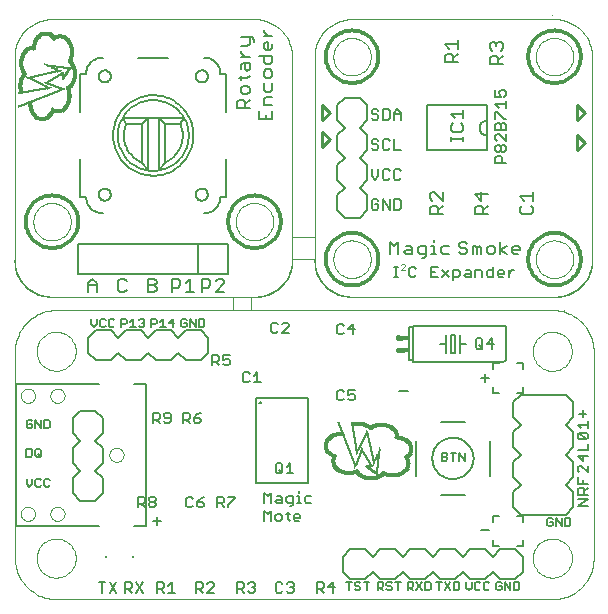
<source format=gto>
G75*
G70*
%OFA0B0*%
%FSLAX24Y24*%
%IPPOS*%
%LPD*%
%AMOC8*
5,1,8,0,0,1.08239X$1,22.5*
%
%ADD10C,0.0000*%
%ADD11C,0.0000*%
%ADD12C,0.0050*%
%ADD13C,0.0060*%
%ADD14R,0.0110X0.0005*%
%ADD15R,0.0210X0.0005*%
%ADD16R,0.0280X0.0005*%
%ADD17R,0.0325X0.0005*%
%ADD18R,0.0365X0.0005*%
%ADD19R,0.0410X0.0005*%
%ADD20R,0.0440X0.0005*%
%ADD21R,0.0470X0.0005*%
%ADD22R,0.0505X0.0005*%
%ADD23R,0.0530X0.0005*%
%ADD24R,0.0555X0.0005*%
%ADD25R,0.0580X0.0005*%
%ADD26R,0.0600X0.0005*%
%ADD27R,0.0625X0.0005*%
%ADD28R,0.0645X0.0005*%
%ADD29R,0.0665X0.0005*%
%ADD30R,0.0685X0.0005*%
%ADD31R,0.0705X0.0005*%
%ADD32R,0.0715X0.0005*%
%ADD33R,0.0735X0.0005*%
%ADD34R,0.0755X0.0005*%
%ADD35R,0.0090X0.0005*%
%ADD36R,0.0770X0.0005*%
%ADD37R,0.0190X0.0005*%
%ADD38R,0.0355X0.0005*%
%ADD39R,0.0360X0.0005*%
%ADD40R,0.0260X0.0005*%
%ADD41R,0.0315X0.0005*%
%ADD42R,0.0320X0.0005*%
%ADD43R,0.0295X0.0005*%
%ADD44R,0.0275X0.0005*%
%ADD45R,0.0400X0.0005*%
%ADD46R,0.0265X0.0005*%
%ADD47R,0.0435X0.0005*%
%ADD48R,0.0255X0.0005*%
%ADD49R,0.0465X0.0005*%
%ADD50R,0.0245X0.0005*%
%ADD51R,0.0495X0.0005*%
%ADD52R,0.0235X0.0005*%
%ADD53R,0.0525X0.0005*%
%ADD54R,0.0230X0.0005*%
%ADD55R,0.0240X0.0005*%
%ADD56R,0.0545X0.0005*%
%ADD57R,0.0820X0.0005*%
%ADD58R,0.0220X0.0005*%
%ADD59R,0.0025X0.0005*%
%ADD60R,0.0795X0.0005*%
%ADD61R,0.0215X0.0005*%
%ADD62R,0.0035X0.0005*%
%ADD63R,0.0040X0.0005*%
%ADD64R,0.0800X0.0005*%
%ADD65R,0.0205X0.0005*%
%ADD66R,0.0050X0.0005*%
%ADD67R,0.0805X0.0005*%
%ADD68R,0.0165X0.0005*%
%ADD69R,0.0055X0.0005*%
%ADD70R,0.0200X0.0005*%
%ADD71R,0.0060X0.0005*%
%ADD72R,0.0300X0.0005*%
%ADD73R,0.0195X0.0005*%
%ADD74R,0.0065X0.0005*%
%ADD75R,0.0345X0.0005*%
%ADD76R,0.0070X0.0005*%
%ADD77R,0.0385X0.0005*%
%ADD78R,0.0080X0.0005*%
%ADD79R,0.0425X0.0005*%
%ADD80R,0.0185X0.0005*%
%ADD81R,0.0085X0.0005*%
%ADD82R,0.0635X0.0005*%
%ADD83R,0.0810X0.0005*%
%ADD84R,0.0095X0.0005*%
%ADD85R,0.0335X0.0005*%
%ADD86R,0.0655X0.0005*%
%ADD87R,0.0105X0.0005*%
%ADD88R,0.0290X0.0005*%
%ADD89R,0.0660X0.0005*%
%ADD90R,0.0115X0.0005*%
%ADD91R,0.0285X0.0005*%
%ADD92R,0.0120X0.0005*%
%ADD93R,0.0270X0.0005*%
%ADD94R,0.0675X0.0005*%
%ADD95R,0.0130X0.0005*%
%ADD96R,0.0680X0.0005*%
%ADD97R,0.0135X0.0005*%
%ADD98R,0.0250X0.0005*%
%ADD99R,0.0140X0.0005*%
%ADD100R,0.0180X0.0005*%
%ADD101R,0.0695X0.0005*%
%ADD102R,0.0150X0.0005*%
%ADD103R,0.0160X0.0005*%
%ADD104R,0.0155X0.0005*%
%ADD105R,0.0145X0.0005*%
%ADD106R,0.0700X0.0005*%
%ADD107R,0.0225X0.0005*%
%ADD108R,0.0170X0.0005*%
%ADD109R,0.0100X0.0005*%
%ADD110R,0.0075X0.0005*%
%ADD111R,0.0720X0.0005*%
%ADD112R,0.0725X0.0005*%
%ADD113R,0.0340X0.0005*%
%ADD114R,0.0305X0.0005*%
%ADD115R,0.0175X0.0005*%
%ADD116R,0.0005X0.0005*%
%ADD117R,0.0010X0.0005*%
%ADD118R,0.0015X0.0005*%
%ADD119R,0.0020X0.0005*%
%ADD120R,0.0030X0.0005*%
%ADD121R,0.0125X0.0005*%
%ADD122R,0.0045X0.0005*%
%ADD123R,0.0370X0.0005*%
%ADD124R,0.0375X0.0005*%
%ADD125R,0.0350X0.0005*%
%ADD126R,0.0330X0.0005*%
%ADD127R,0.0485X0.0005*%
%ADD128R,0.0480X0.0005*%
%ADD129R,0.0460X0.0005*%
%ADD130R,0.0445X0.0005*%
%ADD131R,0.0310X0.0005*%
%ADD132R,0.0380X0.0005*%
%ADD133R,0.0415X0.0005*%
%ADD134R,0.0450X0.0005*%
%ADD135R,0.0490X0.0005*%
%ADD136R,0.0965X0.0005*%
%ADD137R,0.0975X0.0005*%
%ADD138R,0.0980X0.0005*%
%ADD139R,0.0990X0.0005*%
%ADD140R,0.1005X0.0005*%
%ADD141R,0.0615X0.0005*%
%ADD142R,0.0640X0.0005*%
%ADD143R,0.0605X0.0005*%
%ADD144R,0.0620X0.0005*%
%ADD145R,0.0590X0.0005*%
%ADD146R,0.0570X0.0005*%
%ADD147R,0.0540X0.0005*%
%ADD148R,0.0515X0.0005*%
%ADD149R,0.0565X0.0005*%
%ADD150R,0.0535X0.0005*%
%ADD151R,0.0395X0.0005*%
%ADD152R,0.0520X0.0005*%
%ADD153R,0.0500X0.0005*%
%ADD154R,0.0430X0.0005*%
%ADD155C,0.0080*%
%ADD156R,0.0079X0.0079*%
%ADD157C,0.0160*%
%ADD158R,0.0230X0.0160*%
%ADD159C,0.0000*%
%ADD160C,0.0120*%
%ADD161R,0.0005X0.0110*%
%ADD162R,0.0005X0.0210*%
%ADD163R,0.0005X0.0280*%
%ADD164R,0.0005X0.0325*%
%ADD165R,0.0005X0.0365*%
%ADD166R,0.0005X0.0410*%
%ADD167R,0.0005X0.0440*%
%ADD168R,0.0005X0.0470*%
%ADD169R,0.0005X0.0505*%
%ADD170R,0.0005X0.0530*%
%ADD171R,0.0005X0.0555*%
%ADD172R,0.0005X0.0580*%
%ADD173R,0.0005X0.0600*%
%ADD174R,0.0005X0.0625*%
%ADD175R,0.0005X0.0645*%
%ADD176R,0.0005X0.0665*%
%ADD177R,0.0005X0.0685*%
%ADD178R,0.0005X0.0705*%
%ADD179R,0.0005X0.0715*%
%ADD180R,0.0005X0.0735*%
%ADD181R,0.0005X0.0755*%
%ADD182R,0.0005X0.0090*%
%ADD183R,0.0005X0.0770*%
%ADD184R,0.0005X0.0190*%
%ADD185R,0.0005X0.0355*%
%ADD186R,0.0005X0.0360*%
%ADD187R,0.0005X0.0260*%
%ADD188R,0.0005X0.0315*%
%ADD189R,0.0005X0.0320*%
%ADD190R,0.0005X0.0295*%
%ADD191R,0.0005X0.0275*%
%ADD192R,0.0005X0.0400*%
%ADD193R,0.0005X0.0265*%
%ADD194R,0.0005X0.0435*%
%ADD195R,0.0005X0.0255*%
%ADD196R,0.0005X0.0465*%
%ADD197R,0.0005X0.0245*%
%ADD198R,0.0005X0.0495*%
%ADD199R,0.0005X0.0235*%
%ADD200R,0.0005X0.0525*%
%ADD201R,0.0005X0.0230*%
%ADD202R,0.0005X0.0240*%
%ADD203R,0.0005X0.0545*%
%ADD204R,0.0005X0.0820*%
%ADD205R,0.0005X0.0220*%
%ADD206R,0.0005X0.0025*%
%ADD207R,0.0005X0.0795*%
%ADD208R,0.0005X0.0215*%
%ADD209R,0.0005X0.0035*%
%ADD210R,0.0005X0.0040*%
%ADD211R,0.0005X0.0800*%
%ADD212R,0.0005X0.0205*%
%ADD213R,0.0005X0.0050*%
%ADD214R,0.0005X0.0805*%
%ADD215R,0.0005X0.0165*%
%ADD216R,0.0005X0.0055*%
%ADD217R,0.0005X0.0200*%
%ADD218R,0.0005X0.0060*%
%ADD219R,0.0005X0.0300*%
%ADD220R,0.0005X0.0195*%
%ADD221R,0.0005X0.0065*%
%ADD222R,0.0005X0.0345*%
%ADD223R,0.0005X0.0070*%
%ADD224R,0.0005X0.0385*%
%ADD225R,0.0005X0.0080*%
%ADD226R,0.0005X0.0425*%
%ADD227R,0.0005X0.0185*%
%ADD228R,0.0005X0.0085*%
%ADD229R,0.0005X0.0635*%
%ADD230R,0.0005X0.0810*%
%ADD231R,0.0005X0.0095*%
%ADD232R,0.0005X0.0335*%
%ADD233R,0.0005X0.0655*%
%ADD234R,0.0005X0.0105*%
%ADD235R,0.0005X0.0290*%
%ADD236R,0.0005X0.0660*%
%ADD237R,0.0005X0.0115*%
%ADD238R,0.0005X0.0285*%
%ADD239R,0.0005X0.0120*%
%ADD240R,0.0005X0.0270*%
%ADD241R,0.0005X0.0675*%
%ADD242R,0.0005X0.0130*%
%ADD243R,0.0005X0.0680*%
%ADD244R,0.0005X0.0135*%
%ADD245R,0.0005X0.0250*%
%ADD246R,0.0005X0.0140*%
%ADD247R,0.0005X0.0180*%
%ADD248R,0.0005X0.0695*%
%ADD249R,0.0005X0.0150*%
%ADD250R,0.0005X0.0160*%
%ADD251R,0.0005X0.0155*%
%ADD252R,0.0005X0.0145*%
%ADD253R,0.0005X0.0700*%
%ADD254R,0.0005X0.0225*%
%ADD255R,0.0005X0.0170*%
%ADD256R,0.0005X0.0100*%
%ADD257R,0.0005X0.0075*%
%ADD258R,0.0005X0.0720*%
%ADD259R,0.0005X0.0725*%
%ADD260R,0.0005X0.0340*%
%ADD261R,0.0005X0.0305*%
%ADD262R,0.0005X0.0175*%
%ADD263R,0.0005X0.0005*%
%ADD264R,0.0005X0.0010*%
%ADD265R,0.0005X0.0015*%
%ADD266R,0.0005X0.0020*%
%ADD267R,0.0005X0.0030*%
%ADD268R,0.0005X0.0125*%
%ADD269R,0.0005X0.0045*%
%ADD270R,0.0005X0.0370*%
%ADD271R,0.0005X0.0375*%
%ADD272R,0.0005X0.0350*%
%ADD273R,0.0005X0.0330*%
%ADD274R,0.0005X0.0485*%
%ADD275R,0.0005X0.0480*%
%ADD276R,0.0005X0.0460*%
%ADD277R,0.0005X0.0445*%
%ADD278R,0.0005X0.0310*%
%ADD279R,0.0005X0.0380*%
%ADD280R,0.0005X0.0415*%
%ADD281R,0.0005X0.0450*%
%ADD282R,0.0005X0.0490*%
%ADD283R,0.0005X0.0965*%
%ADD284R,0.0005X0.0975*%
%ADD285R,0.0005X0.0980*%
%ADD286R,0.0005X0.0990*%
%ADD287R,0.0005X0.1005*%
%ADD288R,0.0005X0.0615*%
%ADD289R,0.0005X0.0640*%
%ADD290R,0.0005X0.0605*%
%ADD291R,0.0005X0.0620*%
%ADD292R,0.0005X0.0590*%
%ADD293R,0.0005X0.0570*%
%ADD294R,0.0005X0.0540*%
%ADD295R,0.0005X0.0515*%
%ADD296R,0.0005X0.0565*%
%ADD297R,0.0005X0.0535*%
%ADD298R,0.0005X0.0395*%
%ADD299R,0.0005X0.0520*%
%ADD300R,0.0005X0.0500*%
%ADD301R,0.0005X0.0430*%
%ADD302C,0.0080*%
%ADD303C,0.0060*%
%ADD304C,0.0000*%
%ADD305C,0.0060*%
%ADD306C,0.0120*%
%ADD307C,0.0080*%
%ADD308C,0.0040*%
%ADD309C,0.0100*%
%ADD310C,0.0050*%
D10*
X001489Y001583D02*
X001492Y001583D01*
X018027Y001583D01*
X018030Y001583D01*
X018027Y001583D02*
X018099Y001585D01*
X018171Y001591D01*
X018243Y001600D01*
X018314Y001613D01*
X018384Y001630D01*
X018453Y001650D01*
X018521Y001675D01*
X018587Y001702D01*
X018653Y001733D01*
X018716Y001768D01*
X018778Y001805D01*
X018837Y001846D01*
X018894Y001890D01*
X018949Y001937D01*
X019001Y001987D01*
X019051Y002039D01*
X019098Y002094D01*
X019142Y002151D01*
X019183Y002210D01*
X019220Y002272D01*
X019255Y002335D01*
X019286Y002401D01*
X019313Y002467D01*
X019338Y002535D01*
X019358Y002604D01*
X019375Y002674D01*
X019388Y002745D01*
X019397Y002817D01*
X019403Y002889D01*
X019405Y002961D01*
X019405Y009851D01*
X019403Y009923D01*
X019397Y009995D01*
X019388Y010067D01*
X019375Y010138D01*
X019358Y010208D01*
X019338Y010277D01*
X019313Y010345D01*
X019286Y010411D01*
X019255Y010477D01*
X019220Y010540D01*
X019183Y010602D01*
X019142Y010661D01*
X019098Y010718D01*
X019051Y010773D01*
X019001Y010825D01*
X018949Y010875D01*
X018894Y010922D01*
X018837Y010966D01*
X018778Y011007D01*
X018716Y011044D01*
X018653Y011079D01*
X018587Y011110D01*
X018521Y011137D01*
X018453Y011162D01*
X018384Y011182D01*
X018314Y011199D01*
X018243Y011212D01*
X018171Y011221D01*
X018099Y011227D01*
X018027Y011229D01*
X007988Y011229D01*
X007988Y011672D01*
X008100Y011672D01*
X007397Y011672D02*
X007397Y011229D01*
X001492Y011229D01*
X001489Y011229D01*
X001350Y011672D02*
X007397Y011672D01*
X008100Y011672D02*
X008166Y011670D01*
X008232Y011672D01*
X008298Y011678D01*
X008364Y011687D01*
X008429Y011700D01*
X008494Y011717D01*
X008557Y011737D01*
X008619Y011761D01*
X008679Y011788D01*
X008738Y011819D01*
X008796Y011853D01*
X008851Y011890D01*
X008904Y011930D01*
X008954Y011973D01*
X009003Y012018D01*
X009048Y012067D01*
X009091Y012117D01*
X009131Y012170D01*
X009168Y012225D01*
X009202Y012283D01*
X009233Y012342D01*
X009260Y012402D01*
X009284Y012464D01*
X009304Y012527D01*
X009321Y012592D01*
X009334Y012657D01*
X009343Y012723D01*
X009349Y012789D01*
X009351Y012855D01*
X009349Y012921D01*
X009350Y012922D02*
X010100Y012922D01*
X010100Y013672D02*
X010100Y019672D01*
X009350Y019672D02*
X009350Y013672D01*
X010100Y013672D01*
X010100Y012922D02*
X010102Y012854D01*
X010107Y012787D01*
X010116Y012720D01*
X010129Y012653D01*
X010146Y012588D01*
X010165Y012523D01*
X010189Y012459D01*
X010216Y012397D01*
X010246Y012336D01*
X010279Y012278D01*
X010315Y012221D01*
X010355Y012166D01*
X010397Y012113D01*
X010443Y012062D01*
X010490Y012015D01*
X010541Y011969D01*
X010594Y011927D01*
X010649Y011887D01*
X010706Y011851D01*
X010764Y011818D01*
X010825Y011788D01*
X010887Y011761D01*
X010951Y011737D01*
X011016Y011718D01*
X011081Y011701D01*
X011148Y011688D01*
X011215Y011679D01*
X011282Y011674D01*
X011350Y011672D01*
X018100Y011672D01*
X018421Y011229D02*
X018424Y011229D01*
X018100Y011672D02*
X018166Y011670D01*
X018232Y011672D01*
X018298Y011678D01*
X018364Y011687D01*
X018429Y011700D01*
X018494Y011717D01*
X018557Y011737D01*
X018619Y011761D01*
X018679Y011788D01*
X018738Y011819D01*
X018796Y011853D01*
X018851Y011890D01*
X018904Y011930D01*
X018954Y011973D01*
X019003Y012018D01*
X019048Y012067D01*
X019091Y012117D01*
X019131Y012170D01*
X019168Y012225D01*
X019202Y012283D01*
X019233Y012342D01*
X019260Y012402D01*
X019284Y012464D01*
X019304Y012527D01*
X019321Y012592D01*
X019334Y012657D01*
X019343Y012723D01*
X019349Y012789D01*
X019351Y012855D01*
X019349Y012921D01*
X019350Y012922D02*
X019350Y019672D01*
X019348Y019740D01*
X019343Y019807D01*
X019334Y019874D01*
X019321Y019941D01*
X019304Y020006D01*
X019285Y020071D01*
X019261Y020135D01*
X019234Y020197D01*
X019204Y020258D01*
X019171Y020316D01*
X019135Y020373D01*
X019095Y020428D01*
X019053Y020481D01*
X019007Y020532D01*
X018960Y020579D01*
X018909Y020625D01*
X018856Y020667D01*
X018801Y020707D01*
X018744Y020743D01*
X018686Y020776D01*
X018625Y020806D01*
X018563Y020833D01*
X018499Y020857D01*
X018434Y020876D01*
X018369Y020893D01*
X018302Y020906D01*
X018235Y020915D01*
X018168Y020920D01*
X018100Y020922D01*
X018137Y020922D02*
X011350Y020922D01*
X011282Y020920D01*
X011215Y020915D01*
X011148Y020906D01*
X011081Y020893D01*
X011016Y020876D01*
X010951Y020857D01*
X010887Y020833D01*
X010825Y020806D01*
X010764Y020776D01*
X010706Y020743D01*
X010649Y020707D01*
X010594Y020667D01*
X010541Y020625D01*
X010490Y020579D01*
X010443Y020532D01*
X010397Y020481D01*
X010355Y020428D01*
X010315Y020373D01*
X010279Y020316D01*
X010246Y020258D01*
X010216Y020197D01*
X010189Y020135D01*
X010165Y020071D01*
X010146Y020006D01*
X010129Y019941D01*
X010116Y019874D01*
X010107Y019807D01*
X010102Y019740D01*
X010100Y019672D01*
X009350Y019672D02*
X009348Y019740D01*
X009343Y019807D01*
X009334Y019874D01*
X009321Y019941D01*
X009304Y020006D01*
X009285Y020071D01*
X009261Y020135D01*
X009234Y020197D01*
X009204Y020258D01*
X009171Y020316D01*
X009135Y020373D01*
X009095Y020428D01*
X009053Y020481D01*
X009007Y020532D01*
X008960Y020579D01*
X008909Y020625D01*
X008856Y020667D01*
X008801Y020707D01*
X008744Y020743D01*
X008686Y020776D01*
X008625Y020806D01*
X008563Y020833D01*
X008499Y020857D01*
X008434Y020876D01*
X008369Y020893D01*
X008302Y020906D01*
X008235Y020915D01*
X008168Y020920D01*
X008100Y020922D01*
X001350Y020922D01*
X001282Y020920D01*
X001215Y020915D01*
X001148Y020906D01*
X001081Y020893D01*
X001016Y020876D01*
X000951Y020857D01*
X000887Y020833D01*
X000825Y020806D01*
X000764Y020776D01*
X000706Y020743D01*
X000649Y020707D01*
X000594Y020667D01*
X000541Y020625D01*
X000490Y020579D01*
X000443Y020532D01*
X000397Y020481D01*
X000355Y020428D01*
X000315Y020373D01*
X000279Y020316D01*
X000246Y020258D01*
X000216Y020197D01*
X000189Y020135D01*
X000165Y020071D01*
X000146Y020006D01*
X000129Y019941D01*
X000116Y019874D01*
X000107Y019807D01*
X000102Y019740D01*
X000100Y019672D01*
X000100Y012922D01*
X000102Y012854D01*
X000107Y012787D01*
X000116Y012720D01*
X000129Y012653D01*
X000146Y012588D01*
X000165Y012523D01*
X000189Y012459D01*
X000216Y012397D01*
X000246Y012336D01*
X000279Y012278D01*
X000315Y012221D01*
X000355Y012166D01*
X000397Y012113D01*
X000443Y012062D01*
X000490Y012015D01*
X000541Y011969D01*
X000594Y011927D01*
X000649Y011887D01*
X000706Y011851D01*
X000764Y011818D01*
X000825Y011788D01*
X000887Y011761D01*
X000951Y011737D01*
X001016Y011718D01*
X001081Y011701D01*
X001148Y011688D01*
X001215Y011679D01*
X001282Y011674D01*
X001350Y011672D01*
X001492Y011229D02*
X001420Y011227D01*
X001348Y011221D01*
X001276Y011212D01*
X001205Y011199D01*
X001135Y011182D01*
X001066Y011162D01*
X000998Y011137D01*
X000932Y011110D01*
X000866Y011079D01*
X000803Y011044D01*
X000741Y011007D01*
X000682Y010966D01*
X000625Y010922D01*
X000570Y010875D01*
X000518Y010825D01*
X000468Y010773D01*
X000421Y010718D01*
X000377Y010661D01*
X000336Y010602D01*
X000299Y010540D01*
X000264Y010477D01*
X000233Y010411D01*
X000206Y010345D01*
X000181Y010277D01*
X000161Y010208D01*
X000144Y010138D01*
X000131Y010067D01*
X000122Y009995D01*
X000116Y009923D01*
X000114Y009851D01*
X000114Y009854D01*
X000114Y009851D02*
X000114Y003001D01*
X000114Y002958D01*
X000113Y003001D02*
X000114Y002928D01*
X000119Y002854D01*
X000127Y002782D01*
X000140Y002710D01*
X000156Y002638D01*
X000175Y002568D01*
X000199Y002498D01*
X000226Y002430D01*
X000257Y002364D01*
X000291Y002299D01*
X000328Y002236D01*
X000369Y002175D01*
X000412Y002117D01*
X000459Y002060D01*
X000509Y002006D01*
X000561Y001955D01*
X000616Y001907D01*
X000673Y001862D01*
X000733Y001819D01*
X000795Y001780D01*
X000859Y001744D01*
X000924Y001712D01*
X000992Y001683D01*
X001060Y001658D01*
X001130Y001636D01*
X001201Y001618D01*
X001273Y001603D01*
X001345Y001593D01*
X001418Y001586D01*
X001491Y001583D01*
X018027Y021072D02*
X018030Y021072D01*
D11*
X1489Y1583D02*
X1492Y1583D01*
X18027Y1583D01*
X18030Y1583D01*
X17380Y2958D02*
X17382Y3008D01*
X17388Y3058D01*
X17398Y3108D01*
X17411Y3156D01*
X17428Y3204D01*
X17449Y3250D01*
X17473Y3294D01*
X17501Y3336D01*
X17532Y3376D01*
X17566Y3413D01*
X17603Y3448D01*
X17642Y3479D01*
X17683Y3508D01*
X17727Y3533D01*
X17773Y3555D01*
X17820Y3573D01*
X17868Y3587D01*
X17917Y3598D01*
X17967Y3605D01*
X18017Y3608D01*
X18068Y3607D01*
X18118Y3602D01*
X18168Y3593D01*
X18216Y3581D01*
X18264Y3564D01*
X18310Y3544D01*
X18355Y3521D01*
X18398Y3494D01*
X18438Y3464D01*
X18476Y3431D01*
X18511Y3395D01*
X18544Y3356D01*
X18573Y3315D01*
X18599Y3272D01*
X18622Y3227D01*
X18641Y3180D01*
X18656Y3132D01*
X18668Y3083D01*
X18676Y3033D01*
X18680Y2983D01*
X18680Y2933D01*
X18676Y2883D01*
X18668Y2833D01*
X18656Y2784D01*
X18641Y2736D01*
X18622Y2689D01*
X18599Y2644D01*
X18573Y2601D01*
X18544Y2560D01*
X18511Y2521D01*
X18476Y2485D01*
X18438Y2452D01*
X18398Y2422D01*
X18355Y2395D01*
X18310Y2372D01*
X18264Y2352D01*
X18216Y2335D01*
X18168Y2323D01*
X18118Y2314D01*
X18068Y2309D01*
X18017Y2308D01*
X17967Y2311D01*
X17917Y2318D01*
X17868Y2329D01*
X17820Y2343D01*
X17773Y2361D01*
X17727Y2383D01*
X17683Y2408D01*
X17642Y2437D01*
X17603Y2468D01*
X17566Y2503D01*
X17532Y2540D01*
X17501Y2580D01*
X17473Y2622D01*
X17449Y2666D01*
X17428Y2712D01*
X17411Y2760D01*
X17398Y2808D01*
X17388Y2858D01*
X17382Y2908D01*
X17380Y2958D01*
X18027Y1583D02*
X18099Y1585D01*
X18171Y1591D01*
X18243Y1600D01*
X18314Y1613D01*
X18384Y1630D01*
X18453Y1650D01*
X18521Y1675D01*
X18587Y1702D01*
X18653Y1733D01*
X18716Y1768D01*
X18778Y1805D01*
X18837Y1846D01*
X18894Y1890D01*
X18949Y1937D01*
X19001Y1987D01*
X19051Y2039D01*
X19098Y2094D01*
X19142Y2151D01*
X19183Y2210D01*
X19220Y2272D01*
X19255Y2335D01*
X19286Y2401D01*
X19313Y2467D01*
X19338Y2535D01*
X19358Y2604D01*
X19375Y2674D01*
X19388Y2745D01*
X19397Y2817D01*
X19403Y2889D01*
X19405Y2961D01*
X19405Y9851D01*
X17377Y9851D02*
X17379Y9901D01*
X17385Y9951D01*
X17395Y10001D01*
X17408Y10049D01*
X17425Y10097D01*
X17446Y10143D01*
X17470Y10187D01*
X17498Y10229D01*
X17529Y10269D01*
X17563Y10306D01*
X17600Y10341D01*
X17639Y10372D01*
X17680Y10401D01*
X17724Y10426D01*
X17770Y10448D01*
X17817Y10466D01*
X17865Y10480D01*
X17914Y10491D01*
X17964Y10498D01*
X18014Y10501D01*
X18065Y10500D01*
X18115Y10495D01*
X18165Y10486D01*
X18213Y10474D01*
X18261Y10457D01*
X18307Y10437D01*
X18352Y10414D01*
X18395Y10387D01*
X18435Y10357D01*
X18473Y10324D01*
X18508Y10288D01*
X18541Y10249D01*
X18570Y10208D01*
X18596Y10165D01*
X18619Y10120D01*
X18638Y10073D01*
X18653Y10025D01*
X18665Y9976D01*
X18673Y9926D01*
X18677Y9876D01*
X18677Y9826D01*
X18673Y9776D01*
X18665Y9726D01*
X18653Y9677D01*
X18638Y9629D01*
X18619Y9582D01*
X18596Y9537D01*
X18570Y9494D01*
X18541Y9453D01*
X18508Y9414D01*
X18473Y9378D01*
X18435Y9345D01*
X18395Y9315D01*
X18352Y9288D01*
X18307Y9265D01*
X18261Y9245D01*
X18213Y9228D01*
X18165Y9216D01*
X18115Y9207D01*
X18065Y9202D01*
X18014Y9201D01*
X17964Y9204D01*
X17914Y9211D01*
X17865Y9222D01*
X17817Y9236D01*
X17770Y9254D01*
X17724Y9276D01*
X17680Y9301D01*
X17639Y9330D01*
X17600Y9361D01*
X17563Y9396D01*
X17529Y9433D01*
X17498Y9473D01*
X17470Y9515D01*
X17446Y9559D01*
X17425Y9605D01*
X17408Y9653D01*
X17395Y9701D01*
X17385Y9751D01*
X17379Y9801D01*
X17377Y9851D01*
X18027Y11229D02*
X18099Y11227D01*
X18171Y11221D01*
X18243Y11212D01*
X18314Y11199D01*
X18384Y11182D01*
X18453Y11162D01*
X18521Y11137D01*
X18587Y11110D01*
X18653Y11079D01*
X18716Y11044D01*
X18778Y11007D01*
X18837Y10966D01*
X18894Y10922D01*
X18949Y10875D01*
X19001Y10825D01*
X19051Y10773D01*
X19098Y10718D01*
X19142Y10661D01*
X19183Y10602D01*
X19220Y10540D01*
X19255Y10477D01*
X19286Y10411D01*
X19313Y10345D01*
X19338Y10277D01*
X19358Y10208D01*
X19375Y10138D01*
X19388Y10067D01*
X19397Y9995D01*
X19403Y9923D01*
X19405Y9851D01*
X18027Y11229D02*
X1492Y11229D01*
X839Y9854D02*
X841Y9904D01*
X847Y9954D01*
X857Y10004D01*
X870Y10052D01*
X887Y10100D01*
X908Y10146D01*
X932Y10190D01*
X960Y10232D01*
X991Y10272D01*
X1025Y10309D01*
X1062Y10344D01*
X1101Y10375D01*
X1142Y10404D01*
X1186Y10429D01*
X1232Y10451D01*
X1279Y10469D01*
X1327Y10483D01*
X1376Y10494D01*
X1426Y10501D01*
X1476Y10504D01*
X1527Y10503D01*
X1577Y10498D01*
X1627Y10489D01*
X1675Y10477D01*
X1723Y10460D01*
X1769Y10440D01*
X1814Y10417D01*
X1857Y10390D01*
X1897Y10360D01*
X1935Y10327D01*
X1970Y10291D01*
X2003Y10252D01*
X2032Y10211D01*
X2058Y10168D01*
X2081Y10123D01*
X2100Y10076D01*
X2115Y10028D01*
X2127Y9979D01*
X2135Y9929D01*
X2139Y9879D01*
X2139Y9829D01*
X2135Y9779D01*
X2127Y9729D01*
X2115Y9680D01*
X2100Y9632D01*
X2081Y9585D01*
X2058Y9540D01*
X2032Y9497D01*
X2003Y9456D01*
X1970Y9417D01*
X1935Y9381D01*
X1897Y9348D01*
X1857Y9318D01*
X1814Y9291D01*
X1769Y9268D01*
X1723Y9248D01*
X1675Y9231D01*
X1627Y9219D01*
X1577Y9210D01*
X1527Y9205D01*
X1476Y9204D01*
X1426Y9207D01*
X1376Y9214D01*
X1327Y9225D01*
X1279Y9239D01*
X1232Y9257D01*
X1186Y9279D01*
X1142Y9304D01*
X1101Y9333D01*
X1062Y9364D01*
X1025Y9399D01*
X991Y9436D01*
X960Y9476D01*
X932Y9518D01*
X908Y9562D01*
X887Y9608D01*
X870Y9656D01*
X857Y9704D01*
X847Y9754D01*
X841Y9804D01*
X839Y9854D01*
X114Y9851D02*
X116Y9923D01*
X122Y9995D01*
X131Y10067D01*
X144Y10138D01*
X161Y10208D01*
X181Y10277D01*
X206Y10345D01*
X233Y10411D01*
X264Y10477D01*
X299Y10540D01*
X336Y10602D01*
X377Y10661D01*
X421Y10718D01*
X468Y10773D01*
X518Y10825D01*
X570Y10875D01*
X625Y10922D01*
X682Y10966D01*
X741Y11007D01*
X803Y11044D01*
X866Y11079D01*
X932Y11110D01*
X998Y11137D01*
X1066Y11162D01*
X1135Y11182D01*
X1205Y11199D01*
X1276Y11212D01*
X1348Y11221D01*
X1420Y11227D01*
X1492Y11229D01*
X114Y9854D02*
X114Y9851D01*
X114Y3001D01*
X114Y2958D01*
X839Y2958D02*
X841Y3008D01*
X847Y3058D01*
X857Y3108D01*
X870Y3156D01*
X887Y3204D01*
X908Y3250D01*
X932Y3294D01*
X960Y3336D01*
X991Y3376D01*
X1025Y3413D01*
X1062Y3448D01*
X1101Y3479D01*
X1142Y3508D01*
X1186Y3533D01*
X1232Y3555D01*
X1279Y3573D01*
X1327Y3587D01*
X1376Y3598D01*
X1426Y3605D01*
X1476Y3608D01*
X1527Y3607D01*
X1577Y3602D01*
X1627Y3593D01*
X1675Y3581D01*
X1723Y3564D01*
X1769Y3544D01*
X1814Y3521D01*
X1857Y3494D01*
X1897Y3464D01*
X1935Y3431D01*
X1970Y3395D01*
X2003Y3356D01*
X2032Y3315D01*
X2058Y3272D01*
X2081Y3227D01*
X2100Y3180D01*
X2115Y3132D01*
X2127Y3083D01*
X2135Y3033D01*
X2139Y2983D01*
X2139Y2933D01*
X2135Y2883D01*
X2127Y2833D01*
X2115Y2784D01*
X2100Y2736D01*
X2081Y2689D01*
X2058Y2644D01*
X2032Y2601D01*
X2003Y2560D01*
X1970Y2521D01*
X1935Y2485D01*
X1897Y2452D01*
X1857Y2422D01*
X1814Y2395D01*
X1769Y2372D01*
X1723Y2352D01*
X1675Y2335D01*
X1627Y2323D01*
X1577Y2314D01*
X1527Y2309D01*
X1476Y2308D01*
X1426Y2311D01*
X1376Y2318D01*
X1327Y2329D01*
X1279Y2343D01*
X1232Y2361D01*
X1186Y2383D01*
X1142Y2408D01*
X1101Y2437D01*
X1062Y2468D01*
X1025Y2503D01*
X991Y2540D01*
X960Y2580D01*
X932Y2622D01*
X908Y2666D01*
X887Y2712D01*
X870Y2760D01*
X857Y2808D01*
X847Y2858D01*
X841Y2908D01*
X839Y2958D01*
X113Y3001D02*
X114Y2928D01*
X119Y2854D01*
X127Y2782D01*
X140Y2710D01*
X156Y2638D01*
X175Y2568D01*
X199Y2498D01*
X226Y2430D01*
X257Y2364D01*
X291Y2299D01*
X328Y2236D01*
X369Y2175D01*
X412Y2117D01*
X459Y2060D01*
X509Y2006D01*
X561Y1955D01*
X616Y1907D01*
X673Y1862D01*
X733Y1819D01*
X795Y1780D01*
X859Y1744D01*
X924Y1712D01*
X992Y1683D01*
X1060Y1658D01*
X1130Y1636D01*
X1201Y1618D01*
X1273Y1603D01*
X1345Y1593D01*
X1418Y1586D01*
X1491Y1583D01*
X1295Y4434D02*
X1297Y4464D01*
X1303Y4494D01*
X1312Y4523D01*
X1325Y4550D01*
X1342Y4575D01*
X1361Y4598D01*
X1384Y4619D01*
X1409Y4636D01*
X1435Y4650D01*
X1464Y4660D01*
X1493Y4667D01*
X1523Y4670D01*
X1554Y4669D01*
X1584Y4664D01*
X1613Y4655D01*
X1640Y4643D01*
X1666Y4628D01*
X1690Y4609D01*
X1711Y4587D01*
X1729Y4563D01*
X1744Y4536D01*
X1755Y4508D01*
X1763Y4479D01*
X1767Y4449D01*
X1767Y4419D01*
X1763Y4389D01*
X1755Y4360D01*
X1744Y4332D01*
X1729Y4305D01*
X1711Y4281D01*
X1690Y4259D01*
X1666Y4240D01*
X1640Y4225D01*
X1613Y4213D01*
X1584Y4204D01*
X1554Y4199D01*
X1523Y4198D01*
X1493Y4201D01*
X1464Y4208D01*
X1435Y4218D01*
X1409Y4232D01*
X1384Y4249D01*
X1361Y4270D01*
X1342Y4293D01*
X1325Y4318D01*
X1312Y4345D01*
X1303Y4374D01*
X1297Y4404D01*
X1295Y4434D01*
X311Y4434D02*
X313Y4464D01*
X319Y4494D01*
X328Y4523D01*
X341Y4550D01*
X358Y4575D01*
X377Y4598D01*
X400Y4619D01*
X425Y4636D01*
X451Y4650D01*
X480Y4660D01*
X509Y4667D01*
X539Y4670D01*
X570Y4669D01*
X600Y4664D01*
X629Y4655D01*
X656Y4643D01*
X682Y4628D01*
X706Y4609D01*
X727Y4587D01*
X745Y4563D01*
X760Y4536D01*
X771Y4508D01*
X779Y4479D01*
X783Y4449D01*
X783Y4419D01*
X779Y4389D01*
X771Y4360D01*
X760Y4332D01*
X745Y4305D01*
X727Y4281D01*
X706Y4259D01*
X682Y4240D01*
X656Y4225D01*
X629Y4213D01*
X600Y4204D01*
X570Y4199D01*
X539Y4198D01*
X509Y4201D01*
X480Y4208D01*
X451Y4218D01*
X425Y4232D01*
X400Y4249D01*
X377Y4270D01*
X358Y4293D01*
X341Y4318D01*
X328Y4345D01*
X319Y4374D01*
X313Y4404D01*
X311Y4434D01*
X3264Y6402D02*
X3266Y6432D01*
X3272Y6462D01*
X3281Y6491D01*
X3294Y6518D01*
X3311Y6543D01*
X3330Y6566D01*
X3353Y6587D01*
X3378Y6604D01*
X3404Y6618D01*
X3433Y6628D01*
X3462Y6635D01*
X3492Y6638D01*
X3523Y6637D01*
X3553Y6632D01*
X3582Y6623D01*
X3609Y6611D01*
X3635Y6596D01*
X3659Y6577D01*
X3680Y6555D01*
X3698Y6531D01*
X3713Y6504D01*
X3724Y6476D01*
X3732Y6447D01*
X3736Y6417D01*
X3736Y6387D01*
X3732Y6357D01*
X3724Y6328D01*
X3713Y6300D01*
X3698Y6273D01*
X3680Y6249D01*
X3659Y6227D01*
X3635Y6208D01*
X3609Y6193D01*
X3582Y6181D01*
X3553Y6172D01*
X3523Y6167D01*
X3492Y6166D01*
X3462Y6169D01*
X3433Y6176D01*
X3404Y6186D01*
X3378Y6200D01*
X3353Y6217D01*
X3330Y6238D01*
X3311Y6261D01*
X3294Y6286D01*
X3281Y6313D01*
X3272Y6342D01*
X3266Y6372D01*
X3264Y6402D01*
X1295Y8371D02*
X1297Y8401D01*
X1303Y8431D01*
X1312Y8460D01*
X1325Y8487D01*
X1342Y8512D01*
X1361Y8535D01*
X1384Y8556D01*
X1409Y8573D01*
X1435Y8587D01*
X1464Y8597D01*
X1493Y8604D01*
X1523Y8607D01*
X1554Y8606D01*
X1584Y8601D01*
X1613Y8592D01*
X1640Y8580D01*
X1666Y8565D01*
X1690Y8546D01*
X1711Y8524D01*
X1729Y8500D01*
X1744Y8473D01*
X1755Y8445D01*
X1763Y8416D01*
X1767Y8386D01*
X1767Y8356D01*
X1763Y8326D01*
X1755Y8297D01*
X1744Y8269D01*
X1729Y8242D01*
X1711Y8218D01*
X1690Y8196D01*
X1666Y8177D01*
X1640Y8162D01*
X1613Y8150D01*
X1584Y8141D01*
X1554Y8136D01*
X1523Y8135D01*
X1493Y8138D01*
X1464Y8145D01*
X1435Y8155D01*
X1409Y8169D01*
X1384Y8186D01*
X1361Y8207D01*
X1342Y8230D01*
X1325Y8255D01*
X1312Y8282D01*
X1303Y8311D01*
X1297Y8341D01*
X1295Y8371D01*
X311Y8371D02*
X313Y8401D01*
X319Y8431D01*
X328Y8460D01*
X341Y8487D01*
X358Y8512D01*
X377Y8535D01*
X400Y8556D01*
X425Y8573D01*
X451Y8587D01*
X480Y8597D01*
X509Y8604D01*
X539Y8607D01*
X570Y8606D01*
X600Y8601D01*
X629Y8592D01*
X656Y8580D01*
X682Y8565D01*
X706Y8546D01*
X727Y8524D01*
X745Y8500D01*
X760Y8473D01*
X771Y8445D01*
X779Y8416D01*
X783Y8386D01*
X783Y8356D01*
X779Y8326D01*
X771Y8297D01*
X760Y8269D01*
X745Y8242D01*
X727Y8218D01*
X706Y8196D01*
X682Y8177D01*
X656Y8162D01*
X629Y8150D01*
X600Y8141D01*
X570Y8136D01*
X539Y8135D01*
X509Y8138D01*
X480Y8145D01*
X451Y8155D01*
X425Y8169D01*
X400Y8186D01*
X377Y8207D01*
X358Y8230D01*
X341Y8255D01*
X328Y8282D01*
X319Y8311D01*
X313Y8341D01*
X311Y8371D01*
D12*
X550Y7558D02*
X505Y7513D01*
X505Y7333D01*
X550Y7288D01*
X640Y7288D01*
X685Y7333D01*
X685Y7423D01*
X595Y7423D01*
X685Y7513D02*
X640Y7558D01*
X550Y7558D01*
X799Y7558D02*
X980Y7288D01*
X980Y7558D01*
X1094Y7558D02*
X1229Y7558D01*
X1274Y7513D01*
X1274Y7333D01*
X1229Y7288D01*
X1094Y7288D01*
X1094Y7558D01*
X799Y7558D02*
X799Y7288D01*
X839Y6608D02*
X929Y6608D01*
X974Y6563D01*
X974Y6383D01*
X929Y6338D01*
X839Y6338D01*
X794Y6383D01*
X794Y6563D01*
X839Y6608D01*
X680Y6563D02*
X635Y6608D01*
X499Y6608D01*
X499Y6338D01*
X635Y6338D01*
X680Y6383D01*
X680Y6563D01*
X884Y6428D02*
X974Y6338D01*
X935Y5608D02*
X844Y5608D01*
X799Y5563D01*
X799Y5383D01*
X844Y5338D01*
X935Y5338D01*
X980Y5383D01*
X1094Y5383D02*
X1139Y5338D01*
X1229Y5338D01*
X1274Y5383D01*
X1094Y5383D02*
X1094Y5563D01*
X1139Y5608D01*
X1229Y5608D01*
X1274Y5563D01*
X980Y5563D02*
X935Y5608D01*
X685Y5608D02*
X685Y5428D01*
X595Y5338D01*
X505Y5428D01*
X505Y5608D01*
X8148Y5476D02*
X8148Y8291D01*
X9880Y8291D01*
X9880Y5476D01*
X8148Y5476D01*
X8265Y8133D02*
X8267Y8141D01*
X8272Y8148D01*
X8279Y8152D01*
X8287Y8153D01*
X8295Y8150D01*
X8301Y8145D01*
X8305Y8137D01*
X8305Y8129D01*
X8301Y8121D01*
X8295Y8116D01*
X8287Y8113D01*
X8279Y8114D01*
X8272Y8118D01*
X8267Y8125D01*
X8265Y8133D01*
X6387Y10665D02*
X6252Y10665D01*
X6252Y10935D01*
X6387Y10935D01*
X6432Y10890D01*
X6432Y10710D01*
X6387Y10665D01*
X6137Y10665D02*
X6137Y10935D01*
X5957Y10935D02*
X6137Y10665D01*
X5957Y10665D02*
X5957Y10935D01*
X5843Y10890D02*
X5798Y10935D01*
X5708Y10935D01*
X5663Y10890D01*
X5663Y10710D01*
X5708Y10665D01*
X5798Y10665D01*
X5843Y10710D01*
X5843Y10800D01*
X5753Y10800D01*
X5432Y10800D02*
X5252Y10800D01*
X5387Y10935D01*
X5387Y10665D01*
X5137Y10665D02*
X4957Y10665D01*
X5047Y10665D02*
X5047Y10935D01*
X4957Y10845D01*
X4843Y10890D02*
X4798Y10935D01*
X4663Y10935D01*
X4663Y10665D01*
X4663Y10755D02*
X4798Y10755D01*
X4843Y10800D01*
X4843Y10890D01*
X4431Y10890D02*
X4431Y10845D01*
X4385Y10800D01*
X4431Y10755D01*
X4431Y10710D01*
X4385Y10665D01*
X4295Y10665D01*
X4250Y10710D01*
X4136Y10665D02*
X3956Y10665D01*
X4046Y10665D02*
X4046Y10935D01*
X3956Y10845D01*
X3841Y10890D02*
X3841Y10800D01*
X3796Y10755D01*
X3661Y10755D01*
X3661Y10665D02*
X3661Y10935D01*
X3796Y10935D01*
X3841Y10890D01*
X4250Y10890D02*
X4295Y10935D01*
X4385Y10935D01*
X4431Y10890D01*
X4385Y10800D02*
X4340Y10800D01*
X3431Y10890D02*
X3385Y10935D01*
X3295Y10935D01*
X3250Y10890D01*
X3250Y10710D01*
X3295Y10665D01*
X3385Y10665D01*
X3431Y10710D01*
X3136Y10710D02*
X3091Y10665D01*
X3001Y10665D01*
X2956Y10710D01*
X2956Y10890D01*
X3001Y10935D01*
X3091Y10935D01*
X3136Y10890D01*
X2841Y10935D02*
X2841Y10755D01*
X2751Y10665D01*
X2661Y10755D01*
X2661Y10935D01*
X14339Y6478D02*
X14339Y6208D01*
X14474Y6208D01*
X14519Y6253D01*
X14519Y6298D01*
X14474Y6343D01*
X14339Y6343D01*
X14474Y6343D02*
X14519Y6388D01*
X14519Y6433D01*
X14474Y6478D01*
X14339Y6478D01*
X14633Y6478D02*
X14814Y6478D01*
X14723Y6478D02*
X14723Y6208D01*
X14928Y6208D02*
X14928Y6478D01*
X15108Y6208D01*
X15108Y6478D01*
X17861Y4254D02*
X17861Y4074D01*
X17906Y4029D01*
X17996Y4029D01*
X18041Y4074D01*
X18041Y4164D01*
X17951Y4164D01*
X18041Y4254D02*
X17996Y4299D01*
X17906Y4299D01*
X17861Y4254D01*
X18155Y4299D02*
X18336Y4029D01*
X18336Y4299D01*
X18450Y4299D02*
X18585Y4299D01*
X18630Y4254D01*
X18630Y4074D01*
X18585Y4029D01*
X18450Y4029D01*
X18450Y4299D01*
X18155Y4299D02*
X18155Y4029D01*
X16879Y2158D02*
X16744Y2158D01*
X16744Y1888D01*
X16879Y1888D01*
X16924Y1933D01*
X16924Y2113D01*
X16879Y2158D01*
X16630Y2158D02*
X16630Y1888D01*
X16449Y2158D01*
X16449Y1888D01*
X16335Y1933D02*
X16290Y1888D01*
X16200Y1888D01*
X16155Y1933D01*
X16155Y2113D01*
X16200Y2158D01*
X16290Y2158D01*
X16335Y2113D01*
X16335Y2023D02*
X16245Y2023D01*
X16335Y2023D02*
X16335Y1933D01*
X15924Y1933D02*
X15879Y1888D01*
X15789Y1888D01*
X15744Y1933D01*
X15744Y2113D01*
X15789Y2158D01*
X15879Y2158D01*
X15924Y2113D01*
X15630Y2113D02*
X15585Y2158D01*
X15494Y2158D01*
X15449Y2113D01*
X15449Y1933D01*
X15494Y1888D01*
X15585Y1888D01*
X15630Y1933D01*
X15335Y1978D02*
X15335Y2158D01*
X15155Y2158D02*
X15155Y1978D01*
X15245Y1888D01*
X15335Y1978D01*
X14924Y1933D02*
X14879Y1888D01*
X14744Y1888D01*
X14744Y2158D01*
X14879Y2158D01*
X14924Y2113D01*
X14924Y1933D01*
X14630Y1888D02*
X14449Y2158D01*
X14335Y2158D02*
X14155Y2158D01*
X14245Y2158D02*
X14245Y1888D01*
X14449Y1888D02*
X14630Y2158D01*
X13974Y2113D02*
X13974Y1933D01*
X13929Y1888D01*
X13794Y1888D01*
X13794Y2158D01*
X13929Y2158D01*
X13974Y2113D01*
X13680Y2158D02*
X13499Y1888D01*
X13385Y1888D02*
X13295Y1978D01*
X13340Y1978D02*
X13205Y1978D01*
X13205Y1888D02*
X13205Y2158D01*
X13340Y2158D01*
X13385Y2113D01*
X13385Y2023D01*
X13340Y1978D01*
X13499Y2158D02*
X13680Y1888D01*
X12974Y2158D02*
X12794Y2158D01*
X12884Y2158D02*
X12884Y1888D01*
X12680Y1933D02*
X12635Y1888D01*
X12544Y1888D01*
X12499Y1933D01*
X12544Y2023D02*
X12635Y2023D01*
X12680Y1978D01*
X12680Y1933D01*
X12544Y2023D02*
X12499Y2068D01*
X12499Y2113D01*
X12544Y2158D01*
X12635Y2158D01*
X12680Y2113D01*
X12385Y2113D02*
X12385Y2023D01*
X12340Y1978D01*
X12205Y1978D01*
X12205Y1888D02*
X12205Y2158D01*
X12340Y2158D01*
X12385Y2113D01*
X12295Y1978D02*
X12385Y1888D01*
X11834Y1888D02*
X11834Y2158D01*
X11744Y2158D02*
X11924Y2158D01*
X11630Y2113D02*
X11585Y2158D01*
X11494Y2158D01*
X11449Y2113D01*
X11449Y2068D01*
X11494Y2023D01*
X11585Y2023D01*
X11630Y1978D01*
X11630Y1933D01*
X11585Y1888D01*
X11494Y1888D01*
X11449Y1933D01*
X11245Y1888D02*
X11245Y2158D01*
X11155Y2158D02*
X11335Y2158D01*
D13*
X10778Y1980D02*
X10551Y1980D01*
X10722Y2150D01*
X10722Y1810D01*
X10410Y1810D02*
X10297Y1923D01*
X10353Y1923D02*
X10183Y1923D01*
X10183Y1810D02*
X10183Y2150D01*
X10353Y2150D01*
X10410Y2094D01*
X10410Y1980D01*
X10353Y1923D01*
X9400Y1923D02*
X9400Y1867D01*
X9344Y1810D01*
X9230Y1810D01*
X9173Y1867D01*
X9032Y1867D02*
X8975Y1810D01*
X8862Y1810D01*
X8805Y1867D01*
X8805Y2094D01*
X8862Y2150D01*
X8975Y2150D01*
X9032Y2094D01*
X9173Y2094D02*
X9230Y2150D01*
X9344Y2150D01*
X9400Y2094D01*
X9400Y2037D01*
X9344Y1980D01*
X9400Y1923D01*
X9344Y1980D02*
X9287Y1980D01*
X8121Y1923D02*
X8121Y1867D01*
X8064Y1810D01*
X7951Y1810D01*
X7894Y1867D01*
X7752Y1810D02*
X7639Y1923D01*
X7696Y1923D02*
X7526Y1923D01*
X7526Y1810D02*
X7526Y2150D01*
X7696Y2150D01*
X7752Y2094D01*
X7752Y1980D01*
X7696Y1923D01*
X7894Y2094D02*
X7951Y2150D01*
X8064Y2150D01*
X8121Y2094D01*
X8121Y2037D01*
X8064Y1980D01*
X8121Y1923D01*
X8064Y1980D02*
X8007Y1980D01*
X6743Y2037D02*
X6743Y2094D01*
X6686Y2150D01*
X6573Y2150D01*
X6516Y2094D01*
X6375Y2094D02*
X6375Y1980D01*
X6318Y1923D01*
X6148Y1923D01*
X6148Y1810D02*
X6148Y2150D01*
X6318Y2150D01*
X6375Y2094D01*
X6261Y1923D02*
X6375Y1810D01*
X6516Y1810D02*
X6743Y2037D01*
X6743Y1810D02*
X6516Y1810D01*
X5449Y1812D02*
X5222Y1812D01*
X5335Y1812D02*
X5335Y2153D01*
X5222Y2039D01*
X5080Y2096D02*
X5080Y1982D01*
X5023Y1926D01*
X4853Y1926D01*
X4853Y1812D02*
X4853Y2153D01*
X5023Y2153D01*
X5080Y2096D01*
X4967Y1926D02*
X5080Y1812D01*
X4381Y1810D02*
X4154Y2150D01*
X4012Y2094D02*
X4012Y1980D01*
X3956Y1923D01*
X3785Y1923D01*
X3785Y1810D02*
X3785Y2150D01*
X3956Y2150D01*
X4012Y2094D01*
X3899Y1923D02*
X4012Y1810D01*
X4154Y1810D02*
X4381Y2150D01*
X3495Y2150D02*
X3268Y1810D01*
X3495Y1810D02*
X3268Y2150D01*
X3126Y2150D02*
X2900Y2150D01*
X3013Y2150D02*
X3013Y1810D01*
X4207Y4663D02*
X4207Y5003D01*
X4377Y5003D01*
X4434Y4947D01*
X4434Y4833D01*
X4377Y4777D01*
X4207Y4777D01*
X4321Y4777D02*
X4434Y4663D01*
X4575Y4720D02*
X4575Y4777D01*
X4632Y4833D01*
X4746Y4833D01*
X4802Y4777D01*
X4802Y4720D01*
X4746Y4663D01*
X4632Y4663D01*
X4575Y4720D01*
X4632Y4833D02*
X4575Y4890D01*
X4575Y4947D01*
X4632Y5003D01*
X4746Y5003D01*
X4802Y4947D01*
X4802Y4890D01*
X4746Y4833D01*
X5813Y4937D02*
X5813Y4710D01*
X5870Y4654D01*
X5984Y4654D01*
X6040Y4710D01*
X6182Y4710D02*
X6182Y4824D01*
X6352Y4824D01*
X6409Y4767D01*
X6409Y4710D01*
X6352Y4654D01*
X6238Y4654D01*
X6182Y4710D01*
X6182Y4824D02*
X6295Y4937D01*
X6409Y4994D01*
X6040Y4937D02*
X5984Y4994D01*
X5870Y4994D01*
X5813Y4937D01*
X6853Y5006D02*
X6853Y4666D01*
X6853Y4779D02*
X7023Y4779D01*
X7080Y4836D01*
X7080Y4950D01*
X7023Y5006D01*
X6853Y5006D01*
X7221Y5006D02*
X7448Y5006D01*
X7448Y4950D01*
X7221Y4723D01*
X7221Y4666D01*
X7080Y4666D02*
X6967Y4779D01*
X8421Y4796D02*
X8421Y5136D01*
X8534Y5023D01*
X8648Y5136D01*
X8648Y4796D01*
X8789Y4853D02*
X8846Y4910D01*
X9016Y4910D01*
X9016Y4966D02*
X9016Y4796D01*
X8846Y4796D01*
X8789Y4853D01*
X8959Y5023D02*
X9016Y4966D01*
X8959Y5023D02*
X8846Y5023D01*
X9157Y4966D02*
X9157Y4853D01*
X9214Y4796D01*
X9384Y4796D01*
X9384Y4739D02*
X9384Y5023D01*
X9214Y5023D01*
X9157Y4966D01*
X9271Y4683D02*
X9328Y4683D01*
X9384Y4739D01*
X9526Y4796D02*
X9639Y4796D01*
X9582Y4796D02*
X9582Y5023D01*
X9526Y5023D01*
X9582Y5136D02*
X9582Y5193D01*
X9771Y4966D02*
X9771Y4853D01*
X9828Y4796D01*
X9998Y4796D01*
X9828Y5023D02*
X9771Y4966D01*
X9828Y5023D02*
X9998Y5023D01*
X9573Y4423D02*
X9630Y4366D01*
X9630Y4310D01*
X9403Y4310D01*
X9403Y4366D02*
X9403Y4253D01*
X9460Y4196D01*
X9573Y4196D01*
X9271Y4196D02*
X9214Y4253D01*
X9214Y4480D01*
X9157Y4423D02*
X9271Y4423D01*
X9403Y4366D02*
X9460Y4423D01*
X9573Y4423D01*
X9016Y4366D02*
X9016Y4253D01*
X8959Y4196D01*
X8846Y4196D01*
X8789Y4253D01*
X8789Y4366D01*
X8846Y4423D01*
X8959Y4423D01*
X9016Y4366D01*
X8648Y4536D02*
X8648Y4196D01*
X8421Y4196D02*
X8421Y4536D01*
X8534Y4423D01*
X8648Y4536D01*
X8856Y5780D02*
X8800Y5837D01*
X8800Y6064D01*
X8856Y6121D01*
X8970Y6121D01*
X9027Y6064D01*
X9027Y5837D01*
X8970Y5780D01*
X8856Y5780D01*
X8913Y5894D02*
X9027Y5780D01*
X9168Y5780D02*
X9395Y5780D01*
X9281Y5780D02*
X9281Y6121D01*
X9168Y6007D01*
X6302Y7520D02*
X6302Y7577D01*
X6246Y7633D01*
X6075Y7633D01*
X6075Y7520D01*
X6132Y7463D01*
X6246Y7463D01*
X6302Y7520D01*
X6189Y7747D02*
X6075Y7633D01*
X5934Y7633D02*
X5934Y7747D01*
X5877Y7803D01*
X5707Y7803D01*
X5707Y7463D01*
X5707Y7577D02*
X5877Y7577D01*
X5934Y7633D01*
X5821Y7577D02*
X5934Y7463D01*
X6189Y7747D02*
X6302Y7803D01*
X5302Y7747D02*
X5302Y7520D01*
X5246Y7463D01*
X5132Y7463D01*
X5075Y7520D01*
X5132Y7633D02*
X5075Y7690D01*
X5075Y7747D01*
X5132Y7803D01*
X5246Y7803D01*
X5302Y7747D01*
X5302Y7633D02*
X5132Y7633D01*
X4934Y7633D02*
X4934Y7747D01*
X4877Y7803D01*
X4707Y7803D01*
X4707Y7463D01*
X4707Y7577D02*
X4877Y7577D01*
X4934Y7633D01*
X4821Y7577D02*
X4934Y7463D01*
X7707Y8870D02*
X7707Y9097D01*
X7764Y9153D01*
X7877Y9153D01*
X7934Y9097D01*
X8075Y9040D02*
X8189Y9153D01*
X8189Y8813D01*
X8302Y8813D02*
X8075Y8813D01*
X7934Y8870D02*
X7877Y8813D01*
X7764Y8813D01*
X7707Y8870D01*
X7228Y9381D02*
X7115Y9381D01*
X7058Y9438D01*
X7058Y9551D02*
X7172Y9608D01*
X7228Y9608D01*
X7285Y9551D01*
X7285Y9438D01*
X7228Y9381D01*
X6917Y9381D02*
X6803Y9495D01*
X6860Y9495D02*
X6690Y9495D01*
X6690Y9381D02*
X6690Y9722D01*
X6860Y9722D01*
X6917Y9665D01*
X6917Y9551D01*
X6860Y9495D01*
X7058Y9551D02*
X7058Y9722D01*
X7285Y9722D01*
X8644Y10520D02*
X8700Y10463D01*
X8814Y10463D01*
X8871Y10520D01*
X9012Y10463D02*
X9239Y10690D01*
X9239Y10747D01*
X9182Y10803D01*
X9069Y10803D01*
X9012Y10747D01*
X8871Y10747D02*
X8814Y10803D01*
X8700Y10803D01*
X8644Y10747D01*
X8644Y10520D01*
X9012Y10463D02*
X9239Y10463D01*
X10844Y10470D02*
X10900Y10413D01*
X11014Y10413D01*
X11071Y10470D01*
X11212Y10583D02*
X11439Y10583D01*
X11382Y10413D02*
X11382Y10753D01*
X11212Y10583D01*
X11071Y10697D02*
X11014Y10753D01*
X10900Y10753D01*
X10844Y10697D01*
X10844Y10470D01*
X13242Y10662D02*
X13242Y9562D01*
X13392Y9562D01*
X13392Y10662D01*
X13392Y10712D01*
X16392Y10712D01*
X16409Y10710D01*
X16426Y10706D01*
X16442Y10699D01*
X16456Y10689D01*
X16469Y10676D01*
X16479Y10662D01*
X16486Y10646D01*
X16490Y10629D01*
X16492Y10612D01*
X16492Y9612D01*
X16490Y9595D01*
X16486Y9578D01*
X16479Y9562D01*
X16469Y9548D01*
X16456Y9535D01*
X16442Y9525D01*
X16426Y9518D01*
X16409Y9514D01*
X16392Y9512D01*
X13392Y9512D01*
X13392Y9562D01*
X14292Y10112D02*
X14492Y10112D01*
X14492Y9812D01*
X14642Y9812D02*
X14792Y9812D01*
X14792Y10412D01*
X14642Y10412D01*
X14642Y9812D01*
X14942Y9812D02*
X14942Y10112D01*
X15142Y10112D01*
X14942Y10112D02*
X14942Y10412D01*
X14492Y10412D02*
X14492Y10112D01*
X15472Y9999D02*
X15529Y9942D01*
X15642Y9942D01*
X15699Y9999D01*
X15699Y10226D01*
X15642Y10282D01*
X15529Y10282D01*
X15472Y10226D01*
X15472Y9999D01*
X15586Y10055D02*
X15699Y9942D01*
X15840Y10112D02*
X16067Y10112D01*
X16011Y9942D02*
X16011Y10282D01*
X15840Y10112D01*
X16051Y9465D02*
X16051Y9265D01*
X16051Y9465D02*
X16251Y9465D01*
X16851Y9465D02*
X17051Y9465D01*
X17051Y9265D01*
X17051Y8665D02*
X17051Y8465D01*
X16851Y8465D01*
X16978Y8399D02*
X18478Y8399D01*
X18728Y8149D01*
X18728Y7649D01*
X18478Y7399D01*
X18728Y7149D01*
X18728Y6649D01*
X18478Y6399D01*
X18728Y6149D01*
X18728Y5649D01*
X18478Y5399D01*
X18728Y5149D01*
X18728Y4649D01*
X18478Y4399D01*
X16978Y4399D01*
X16728Y4649D01*
X16728Y5149D01*
X16978Y5399D01*
X16728Y5649D01*
X16728Y6149D01*
X16978Y6399D01*
X16728Y6649D01*
X16728Y7149D01*
X16978Y7399D01*
X16728Y7649D01*
X16728Y8149D01*
X16978Y8399D01*
X16251Y8465D02*
X16051Y8465D01*
X16051Y8665D01*
X18926Y7768D02*
X19152Y7768D01*
X19039Y7655D02*
X19039Y7882D01*
X19209Y7513D02*
X19209Y7287D01*
X19209Y7400D02*
X18869Y7400D01*
X18982Y7287D01*
X18926Y7145D02*
X19152Y6918D01*
X19209Y6975D01*
X19209Y7088D01*
X19152Y7145D01*
X18926Y7145D01*
X18869Y7088D01*
X18869Y6975D01*
X18926Y6918D01*
X19152Y6918D01*
X19209Y6777D02*
X19209Y6550D01*
X18869Y6550D01*
X18869Y6352D02*
X19039Y6182D01*
X19039Y6408D01*
X19209Y6352D02*
X18869Y6352D01*
X18926Y6040D02*
X18869Y5983D01*
X18869Y5870D01*
X18926Y5813D01*
X18869Y5672D02*
X18869Y5445D01*
X19209Y5445D01*
X19209Y5304D02*
X19096Y5190D01*
X19096Y5247D02*
X19039Y5304D01*
X18926Y5304D01*
X18869Y5247D01*
X18869Y5077D01*
X19209Y5077D01*
X19096Y5077D02*
X19096Y5247D01*
X19039Y5445D02*
X19039Y5558D01*
X19209Y5813D02*
X18982Y6040D01*
X18926Y6040D01*
X19209Y6040D02*
X19209Y5813D01*
X19209Y4935D02*
X18869Y4935D01*
X18869Y4708D02*
X19209Y4935D01*
X19209Y4708D02*
X18869Y4708D01*
X17051Y4347D02*
X17051Y4147D01*
X17051Y4347D02*
X16851Y4347D01*
X16251Y4347D02*
X16051Y4347D01*
X16051Y4147D01*
X16051Y3547D02*
X16051Y3347D01*
X16251Y3347D01*
X16851Y3347D02*
X17051Y3347D01*
X17051Y3547D01*
X11452Y8270D02*
X11396Y8213D01*
X11282Y8213D01*
X11225Y8270D01*
X11225Y8383D02*
X11339Y8440D01*
X11396Y8440D01*
X11452Y8383D01*
X11452Y8270D01*
X11225Y8383D02*
X11225Y8553D01*
X11452Y8553D01*
X11084Y8497D02*
X11027Y8553D01*
X10914Y8553D01*
X10857Y8497D01*
X10857Y8270D01*
X10914Y8213D01*
X11027Y8213D01*
X11084Y8270D01*
X13242Y10662D02*
X13392Y10662D01*
D14*
X11845Y7077D03*
X11845Y7072D03*
X11690Y6512D03*
X11690Y6507D03*
X11530Y6532D03*
X11530Y6537D03*
X12095Y6197D03*
X11875Y5967D03*
X11890Y5957D03*
X11895Y5952D03*
X11905Y5947D03*
X11910Y5942D03*
X11920Y5937D03*
X11925Y5932D03*
X11930Y5927D03*
X11940Y5922D03*
X11945Y5917D03*
X11960Y5907D03*
X11975Y5897D03*
X11980Y5892D03*
X11995Y5882D03*
X12040Y5852D03*
X12055Y5842D03*
X12060Y5837D03*
X12065Y5832D03*
X12080Y5822D03*
X11975Y5547D03*
X11500Y5867D03*
X11470Y6062D03*
X12215Y6352D03*
X12215Y6357D03*
X12220Y6362D03*
X12220Y6367D03*
D15*
X13165Y6852D03*
X12880Y7002D03*
X11975Y7272D03*
X11565Y7467D03*
X10625Y6962D03*
X10625Y6422D03*
X10630Y6417D03*
X10885Y5897D03*
X11615Y5717D03*
X11975Y5552D03*
X13080Y5822D03*
D16*
X12250Y5672D03*
X11975Y5557D03*
X12915Y6982D03*
X11565Y7462D03*
X10720Y7012D03*
D17*
X11567Y7457D03*
X11987Y7302D03*
X12947Y5762D03*
X11977Y5562D03*
D18*
X11977Y5567D03*
X12972Y6937D03*
D19*
X10880Y7067D03*
X11975Y5572D03*
D20*
X11975Y5577D03*
X10870Y7057D03*
D21*
X10860Y7042D03*
X11975Y5582D03*
D22*
X11977Y5587D03*
X11577Y7427D03*
D23*
X11975Y5592D03*
D24*
X11977Y5597D03*
X11602Y7407D03*
D25*
X11620Y7392D03*
X11975Y5602D03*
D26*
X11975Y5607D03*
X11630Y7382D03*
D27*
X11977Y5612D03*
D28*
X11977Y5617D03*
X11332Y5762D03*
D29*
X11302Y5777D03*
X11977Y5622D03*
D30*
X11977Y5627D03*
X11277Y5792D03*
D31*
X11247Y5812D03*
X11977Y5632D03*
D32*
X11977Y5637D03*
X11242Y5817D03*
X11237Y5822D03*
D33*
X11977Y5642D03*
D34*
X11977Y5647D03*
D35*
X12160Y5757D03*
X12095Y6172D03*
X12230Y6402D03*
X12235Y6412D03*
X12235Y6417D03*
X11690Y6532D03*
X11525Y6507D03*
X11470Y6037D03*
X11505Y5872D03*
X12710Y5647D03*
X11850Y7102D03*
D36*
X11975Y5652D03*
D37*
X11895Y5982D03*
X12710Y5652D03*
X13185Y6307D03*
X13190Y6312D03*
X13195Y6322D03*
X13200Y6327D03*
X13205Y6332D03*
X13210Y6337D03*
X13215Y6812D03*
X13210Y6817D03*
X13205Y6822D03*
X12870Y7007D03*
X12745Y7227D03*
X12740Y7232D03*
X12735Y7237D03*
X10755Y6322D03*
X10595Y6447D03*
X10590Y6452D03*
X10590Y6932D03*
X10595Y6937D03*
X10840Y5932D03*
X10845Y5927D03*
D38*
X11762Y5657D03*
X12712Y5667D03*
X12957Y6947D03*
D39*
X12965Y6942D03*
X13015Y6912D03*
X11780Y7362D03*
X10900Y7087D03*
X10780Y7027D03*
X12190Y5657D03*
D40*
X12710Y5657D03*
X13010Y5782D03*
X10955Y5857D03*
X12905Y6987D03*
X12625Y7307D03*
X11980Y7287D03*
D41*
X11812Y7357D03*
X11732Y5662D03*
X12222Y5662D03*
D42*
X12710Y5662D03*
X13045Y6907D03*
X12935Y6967D03*
X10755Y7022D03*
D43*
X10737Y7017D03*
X12922Y6977D03*
X13062Y6902D03*
X12237Y5667D03*
X11717Y5667D03*
D44*
X11702Y5672D03*
X11447Y5837D03*
X10972Y5852D03*
X11902Y6007D03*
X10932Y7112D03*
D45*
X10885Y7072D03*
X12710Y5672D03*
D46*
X12447Y5772D03*
X12267Y5677D03*
X11912Y5997D03*
X11687Y5677D03*
X13092Y6892D03*
X10707Y7007D03*
D47*
X12712Y5677D03*
D48*
X12277Y5682D03*
X11912Y5992D03*
X11677Y5682D03*
X10947Y5862D03*
X10697Y7002D03*
X13102Y6887D03*
D49*
X11552Y7442D03*
X12712Y5682D03*
D50*
X12287Y5687D03*
X11667Y5687D03*
X10937Y5867D03*
X10722Y6357D03*
X10717Y6362D03*
X10682Y6387D03*
X12647Y7297D03*
X13112Y6882D03*
D51*
X12712Y5687D03*
D52*
X12297Y5692D03*
X11657Y5692D03*
X11252Y5732D03*
X10917Y5877D03*
X10732Y6347D03*
X10727Y6352D03*
X10667Y6987D03*
X12657Y7292D03*
X13132Y6872D03*
D53*
X12712Y5692D03*
D54*
X13040Y5797D03*
X13050Y5802D03*
X11650Y5697D03*
X11640Y5702D03*
X10665Y6397D03*
X10655Y6402D03*
X10655Y6982D03*
X12665Y7287D03*
X12890Y6997D03*
X13140Y6867D03*
D55*
X13125Y6877D03*
X11980Y7282D03*
X10675Y6992D03*
X10675Y6392D03*
X10925Y5872D03*
X11915Y6012D03*
X12305Y5697D03*
X12440Y5777D03*
X13030Y5792D03*
D56*
X12712Y5697D03*
X11597Y7412D03*
D57*
X12590Y5702D03*
D58*
X13065Y5812D03*
X11630Y5707D03*
X10900Y5887D03*
X10640Y6972D03*
X12675Y7282D03*
X12680Y7277D03*
X13150Y6862D03*
D59*
X12282Y6572D03*
X12282Y6567D03*
X11682Y6597D03*
X11507Y6422D03*
X11507Y6417D03*
X11462Y5967D03*
X12082Y6067D03*
X12082Y6072D03*
X12187Y5707D03*
X11862Y7187D03*
X11862Y7192D03*
D60*
X12612Y5707D03*
X12622Y5712D03*
D61*
X12432Y5782D03*
X11927Y6017D03*
X11622Y5712D03*
X10892Y5892D03*
X10742Y6337D03*
X10637Y6412D03*
X10632Y6967D03*
X12687Y7272D03*
X13157Y6857D03*
X13072Y5817D03*
D62*
X12182Y5712D03*
X11507Y5882D03*
X11507Y6432D03*
X11682Y6587D03*
X11682Y6592D03*
X12272Y6537D03*
X12277Y6547D03*
X12277Y6552D03*
X11857Y7172D03*
D63*
X11860Y7167D03*
X11685Y6582D03*
X11510Y6442D03*
X11510Y6437D03*
X11465Y5987D03*
X11465Y5982D03*
X12085Y6092D03*
X12085Y6097D03*
X12410Y5827D03*
X12180Y5717D03*
X12270Y6527D03*
X12270Y6532D03*
X12275Y6542D03*
D64*
X12660Y5732D03*
X12650Y5727D03*
X12630Y5717D03*
D65*
X13087Y5827D03*
X13092Y5832D03*
X11607Y5722D03*
X11602Y5727D03*
X10877Y5902D03*
X10747Y6332D03*
X10617Y6427D03*
X10617Y6957D03*
X12697Y7267D03*
X12702Y7262D03*
X13172Y6847D03*
D66*
X12265Y6512D03*
X12265Y6507D03*
X11685Y6572D03*
X11515Y6457D03*
X11465Y6002D03*
X11465Y5997D03*
X11465Y5992D03*
X12180Y5722D03*
X11855Y7152D03*
D67*
X12682Y5747D03*
X12677Y5742D03*
X12667Y5737D03*
X12642Y5722D03*
X12692Y5752D03*
D68*
X13172Y5912D03*
X13177Y5917D03*
X13177Y5922D03*
X13182Y5927D03*
X13187Y6252D03*
X13182Y6262D03*
X13177Y6267D03*
X13177Y6272D03*
X13172Y6282D03*
X13172Y6287D03*
X13272Y6407D03*
X13277Y6412D03*
X13282Y6422D03*
X13277Y6737D03*
X13272Y6747D03*
X13267Y6752D03*
X12857Y7012D03*
X12802Y7157D03*
X12797Y7162D03*
X12797Y7167D03*
X12792Y7172D03*
X12787Y7177D03*
X10762Y6312D03*
X10772Y6017D03*
X10777Y6007D03*
X10782Y6002D03*
X10782Y5997D03*
X10787Y5992D03*
X11252Y5727D03*
X12127Y5807D03*
X10537Y6507D03*
X10532Y6517D03*
X10527Y6522D03*
X10522Y6527D03*
X10517Y6537D03*
X10517Y6847D03*
X10522Y6857D03*
X10527Y6862D03*
X10532Y6867D03*
X10537Y6877D03*
D69*
X11397Y7157D03*
X11392Y7187D03*
X11387Y7217D03*
X11382Y7247D03*
X11377Y7272D03*
X11377Y7277D03*
X11372Y7302D03*
X11372Y7307D03*
X11367Y7332D03*
X11367Y7337D03*
X11347Y7457D03*
X11347Y7462D03*
X11857Y7147D03*
X11687Y6567D03*
X11512Y6462D03*
X12087Y6117D03*
X12087Y6112D03*
X12177Y5727D03*
X12257Y6487D03*
X12257Y6492D03*
X12262Y6497D03*
X12262Y6502D03*
D70*
X13180Y6842D03*
X13185Y6837D03*
X12710Y7257D03*
X11435Y7362D03*
X10965Y7127D03*
X10610Y6952D03*
X10605Y6947D03*
X10605Y6437D03*
X10610Y6432D03*
X10750Y6327D03*
X10865Y5912D03*
X10870Y5907D03*
X11475Y5847D03*
X11595Y5732D03*
X12430Y5787D03*
X13100Y5837D03*
D71*
X12195Y5922D03*
X12195Y5927D03*
X12195Y5932D03*
X12195Y5937D03*
X12195Y5942D03*
X12195Y5947D03*
X12195Y5952D03*
X12195Y5957D03*
X12195Y5962D03*
X12195Y5967D03*
X12200Y5972D03*
X12200Y5977D03*
X12200Y5982D03*
X12200Y5987D03*
X12200Y5992D03*
X12200Y5997D03*
X12200Y6002D03*
X12200Y6007D03*
X12200Y6012D03*
X12200Y6017D03*
X12205Y6022D03*
X12205Y6027D03*
X12205Y6032D03*
X12205Y6037D03*
X12205Y6042D03*
X12205Y6047D03*
X12205Y6052D03*
X12205Y6057D03*
X12205Y6062D03*
X12210Y6072D03*
X12210Y6077D03*
X12210Y6082D03*
X12210Y6087D03*
X12215Y6122D03*
X12215Y6127D03*
X12215Y6132D03*
X12220Y6172D03*
X12220Y6177D03*
X12225Y6202D03*
X12225Y6207D03*
X12225Y6212D03*
X12225Y6217D03*
X12225Y6222D03*
X12230Y6232D03*
X12230Y6237D03*
X12230Y6242D03*
X12230Y6247D03*
X12230Y6252D03*
X12230Y6257D03*
X12230Y6262D03*
X12230Y6267D03*
X12235Y6277D03*
X12235Y6282D03*
X12235Y6287D03*
X12235Y6292D03*
X12235Y6297D03*
X12235Y6302D03*
X12060Y6257D03*
X12060Y6252D03*
X12060Y6247D03*
X12065Y6237D03*
X12065Y6232D03*
X12055Y6272D03*
X12055Y6277D03*
X12055Y6282D03*
X12050Y6292D03*
X12050Y6297D03*
X12045Y6312D03*
X12040Y6337D03*
X12035Y6357D03*
X12030Y6377D03*
X12025Y6402D03*
X12020Y6422D03*
X12015Y6442D03*
X12010Y6467D03*
X12005Y6487D03*
X12000Y6507D03*
X11995Y6532D03*
X11990Y6552D03*
X11985Y6572D03*
X11980Y6597D03*
X11975Y6617D03*
X11970Y6637D03*
X11965Y6662D03*
X11960Y6682D03*
X11955Y6702D03*
X11950Y6727D03*
X11945Y6747D03*
X11940Y6767D03*
X11935Y6792D03*
X11930Y6812D03*
X11925Y6832D03*
X11920Y6857D03*
X11915Y6877D03*
X11910Y6897D03*
X11905Y6922D03*
X11900Y6942D03*
X11895Y6962D03*
X11890Y6982D03*
X11890Y6987D03*
X11885Y7007D03*
X11880Y7027D03*
X11855Y7137D03*
X11855Y7142D03*
X11415Y7067D03*
X11415Y7062D03*
X11415Y7057D03*
X11415Y7052D03*
X11415Y7047D03*
X11415Y7042D03*
X11420Y7032D03*
X11420Y7027D03*
X11420Y7022D03*
X11420Y7017D03*
X11420Y7012D03*
X11425Y7002D03*
X11425Y6997D03*
X11425Y6992D03*
X11425Y6987D03*
X11430Y6977D03*
X11430Y6972D03*
X11430Y6967D03*
X11430Y6962D03*
X11430Y6957D03*
X11435Y6947D03*
X11435Y6942D03*
X11435Y6937D03*
X11435Y6932D03*
X11435Y6927D03*
X11440Y6917D03*
X11440Y6912D03*
X11440Y6907D03*
X11440Y6902D03*
X11440Y6897D03*
X11445Y6887D03*
X11445Y6882D03*
X11445Y6877D03*
X11445Y6872D03*
X11450Y6862D03*
X11450Y6857D03*
X11450Y6852D03*
X11450Y6847D03*
X11450Y6842D03*
X11455Y6832D03*
X11455Y6827D03*
X11455Y6822D03*
X11455Y6817D03*
X11455Y6812D03*
X11460Y6802D03*
X11460Y6797D03*
X11460Y6792D03*
X11460Y6787D03*
X11460Y6782D03*
X11465Y6772D03*
X11465Y6767D03*
X11465Y6762D03*
X11465Y6757D03*
X11465Y6752D03*
X11470Y6742D03*
X11470Y6737D03*
X11470Y6732D03*
X11470Y6727D03*
X11475Y6717D03*
X11475Y6712D03*
X11475Y6707D03*
X11475Y6702D03*
X11475Y6697D03*
X11480Y6687D03*
X11480Y6682D03*
X11480Y6677D03*
X11480Y6672D03*
X11480Y6667D03*
X11485Y6657D03*
X11485Y6652D03*
X11485Y6647D03*
X11485Y6642D03*
X11485Y6637D03*
X11490Y6627D03*
X11490Y6622D03*
X11490Y6617D03*
X11490Y6612D03*
X11495Y6602D03*
X11495Y6597D03*
X11495Y6592D03*
X11495Y6587D03*
X11495Y6582D03*
X11515Y6467D03*
X11635Y6427D03*
X11645Y6452D03*
X11625Y6402D03*
X11615Y6377D03*
X11685Y6562D03*
X11305Y6422D03*
X11295Y6447D03*
X11285Y6472D03*
X11260Y6537D03*
X11250Y6562D03*
X11240Y6587D03*
X11230Y6612D03*
X11195Y6702D03*
X11185Y6727D03*
X11175Y6752D03*
X11165Y6777D03*
X11140Y6842D03*
X11130Y6867D03*
X11120Y6892D03*
X11110Y6917D03*
X11100Y6942D03*
X11090Y6967D03*
X11085Y6982D03*
X11075Y7007D03*
X11410Y7072D03*
X11410Y7077D03*
X11410Y7082D03*
X11410Y7087D03*
X11410Y7092D03*
X11410Y7097D03*
X11405Y7102D03*
X11405Y7107D03*
X11405Y7112D03*
X11405Y7117D03*
X11405Y7122D03*
X11405Y7127D03*
X11400Y7132D03*
X11400Y7137D03*
X11400Y7142D03*
X11400Y7147D03*
X11400Y7152D03*
X11395Y7162D03*
X11395Y7167D03*
X11395Y7172D03*
X11395Y7177D03*
X11395Y7182D03*
X11390Y7192D03*
X11390Y7197D03*
X11390Y7202D03*
X11390Y7207D03*
X11390Y7212D03*
X11385Y7222D03*
X11385Y7227D03*
X11385Y7232D03*
X11385Y7237D03*
X11385Y7242D03*
X11380Y7252D03*
X11380Y7257D03*
X11380Y7262D03*
X11380Y7267D03*
X11375Y7282D03*
X11375Y7287D03*
X11375Y7292D03*
X11375Y7297D03*
X11370Y7312D03*
X11370Y7317D03*
X11370Y7322D03*
X11370Y7327D03*
X11345Y7467D03*
X11345Y7472D03*
X12255Y6482D03*
X12255Y6477D03*
X12090Y6127D03*
X12090Y6122D03*
X12190Y5917D03*
X12190Y5912D03*
X12190Y5907D03*
X12190Y5902D03*
X12190Y5897D03*
X12190Y5892D03*
X12190Y5887D03*
X12190Y5882D03*
X12190Y5877D03*
X12190Y5872D03*
X12185Y5867D03*
X12185Y5862D03*
X12185Y5857D03*
X12185Y5852D03*
X12185Y5847D03*
X12185Y5842D03*
X12185Y5837D03*
X12185Y5832D03*
X12185Y5827D03*
X12185Y5822D03*
X12180Y5817D03*
X12175Y5732D03*
X11465Y6007D03*
X11465Y6012D03*
X11425Y6117D03*
X11415Y6142D03*
X11405Y6167D03*
X11395Y6192D03*
X11370Y6257D03*
X11360Y6282D03*
X11350Y6307D03*
X11340Y6332D03*
X11315Y6397D03*
D72*
X11250Y5737D03*
X12970Y5767D03*
X11985Y7297D03*
X12330Y7427D03*
D73*
X12717Y7252D03*
X12722Y7247D03*
X12727Y7242D03*
X13192Y6832D03*
X13197Y6827D03*
X13117Y5852D03*
X13112Y5847D03*
X13107Y5842D03*
X11587Y5737D03*
X11582Y5742D03*
X11577Y5747D03*
X10857Y5917D03*
X10852Y5922D03*
X10597Y6442D03*
X10602Y6942D03*
D74*
X11022Y7142D03*
X11022Y7147D03*
X11017Y7157D03*
X11012Y7172D03*
X11007Y7182D03*
X11002Y7197D03*
X10997Y7207D03*
X10992Y7222D03*
X10982Y7247D03*
X10972Y7272D03*
X10967Y7287D03*
X10962Y7297D03*
X10957Y7312D03*
X10952Y7322D03*
X10947Y7337D03*
X10942Y7347D03*
X10937Y7362D03*
X10932Y7372D03*
X10927Y7387D03*
X10922Y7397D03*
X10917Y7412D03*
X10912Y7422D03*
X10912Y7427D03*
X10907Y7437D03*
X10902Y7447D03*
X10902Y7452D03*
X10902Y7457D03*
X10897Y7462D03*
X10897Y7467D03*
X10892Y7472D03*
X11067Y7022D03*
X11072Y7017D03*
X11072Y7012D03*
X11077Y7002D03*
X11077Y6997D03*
X11082Y6992D03*
X11082Y6987D03*
X11087Y6977D03*
X11087Y6972D03*
X11092Y6962D03*
X11092Y6957D03*
X11097Y6952D03*
X11097Y6947D03*
X11102Y6937D03*
X11102Y6932D03*
X11107Y6927D03*
X11107Y6922D03*
X11112Y6912D03*
X11112Y6907D03*
X11117Y6902D03*
X11117Y6897D03*
X11122Y6887D03*
X11122Y6882D03*
X11127Y6877D03*
X11127Y6872D03*
X11132Y6862D03*
X11132Y6857D03*
X11137Y6852D03*
X11137Y6847D03*
X11142Y6837D03*
X11142Y6832D03*
X11147Y6827D03*
X11147Y6822D03*
X11147Y6817D03*
X11152Y6812D03*
X11152Y6807D03*
X11157Y6802D03*
X11157Y6797D03*
X11157Y6792D03*
X11162Y6787D03*
X11162Y6782D03*
X11167Y6772D03*
X11167Y6767D03*
X11172Y6762D03*
X11172Y6757D03*
X11177Y6747D03*
X11177Y6742D03*
X11182Y6737D03*
X11182Y6732D03*
X11187Y6722D03*
X11187Y6717D03*
X11192Y6712D03*
X11192Y6707D03*
X11197Y6697D03*
X11197Y6692D03*
X11202Y6687D03*
X11202Y6682D03*
X11202Y6677D03*
X11207Y6672D03*
X11207Y6667D03*
X11212Y6662D03*
X11212Y6657D03*
X11212Y6652D03*
X11217Y6647D03*
X11217Y6642D03*
X11222Y6637D03*
X11222Y6632D03*
X11222Y6627D03*
X11227Y6622D03*
X11227Y6617D03*
X11232Y6607D03*
X11232Y6602D03*
X11237Y6597D03*
X11237Y6592D03*
X11242Y6582D03*
X11242Y6577D03*
X11247Y6572D03*
X11247Y6567D03*
X11252Y6557D03*
X11252Y6552D03*
X11257Y6547D03*
X11257Y6542D03*
X11262Y6532D03*
X11262Y6527D03*
X11267Y6522D03*
X11267Y6517D03*
X11267Y6512D03*
X11272Y6507D03*
X11272Y6502D03*
X11277Y6497D03*
X11277Y6492D03*
X11277Y6487D03*
X11282Y6482D03*
X11282Y6477D03*
X11287Y6467D03*
X11287Y6462D03*
X11292Y6457D03*
X11292Y6452D03*
X11297Y6442D03*
X11297Y6437D03*
X11302Y6432D03*
X11302Y6427D03*
X11307Y6417D03*
X11307Y6412D03*
X11312Y6407D03*
X11312Y6402D03*
X11317Y6392D03*
X11317Y6387D03*
X11322Y6382D03*
X11322Y6377D03*
X11322Y6372D03*
X11327Y6367D03*
X11327Y6362D03*
X11332Y6357D03*
X11332Y6352D03*
X11332Y6347D03*
X11337Y6342D03*
X11337Y6337D03*
X11342Y6327D03*
X11342Y6322D03*
X11347Y6317D03*
X11347Y6312D03*
X11352Y6302D03*
X11352Y6297D03*
X11357Y6292D03*
X11357Y6287D03*
X11362Y6277D03*
X11362Y6272D03*
X11367Y6267D03*
X11367Y6262D03*
X11372Y6252D03*
X11372Y6247D03*
X11377Y6242D03*
X11377Y6237D03*
X11377Y6232D03*
X11382Y6227D03*
X11382Y6222D03*
X11387Y6217D03*
X11387Y6212D03*
X11387Y6207D03*
X11392Y6202D03*
X11392Y6197D03*
X11397Y6187D03*
X11397Y6182D03*
X11402Y6177D03*
X11402Y6172D03*
X11407Y6162D03*
X11407Y6157D03*
X11412Y6152D03*
X11412Y6147D03*
X11417Y6137D03*
X11417Y6132D03*
X11422Y6127D03*
X11422Y6122D03*
X11427Y6112D03*
X11427Y6107D03*
X11432Y6102D03*
X11512Y6122D03*
X11522Y6147D03*
X11527Y6157D03*
X11532Y6172D03*
X11537Y6182D03*
X11542Y6192D03*
X11542Y6197D03*
X11547Y6207D03*
X11552Y6217D03*
X11552Y6222D03*
X11557Y6232D03*
X11562Y6242D03*
X11562Y6247D03*
X11567Y6257D03*
X11572Y6267D03*
X11577Y6277D03*
X11577Y6282D03*
X11582Y6292D03*
X11587Y6302D03*
X11587Y6307D03*
X11592Y6317D03*
X11597Y6327D03*
X11597Y6332D03*
X11597Y6337D03*
X11602Y6342D03*
X11602Y6347D03*
X11607Y6352D03*
X11607Y6357D03*
X11607Y6362D03*
X11612Y6367D03*
X11612Y6372D03*
X11617Y6382D03*
X11617Y6387D03*
X11622Y6392D03*
X11622Y6397D03*
X11627Y6407D03*
X11627Y6412D03*
X11632Y6417D03*
X11632Y6422D03*
X11637Y6432D03*
X11637Y6437D03*
X11642Y6442D03*
X11642Y6447D03*
X11647Y6457D03*
X11647Y6462D03*
X11652Y6467D03*
X11652Y6472D03*
X11652Y6477D03*
X11687Y6557D03*
X11517Y6472D03*
X11497Y6577D03*
X11492Y6607D03*
X11487Y6632D03*
X11482Y6662D03*
X11477Y6692D03*
X11472Y6722D03*
X11467Y6747D03*
X11462Y6777D03*
X11457Y6807D03*
X11452Y6837D03*
X11447Y6867D03*
X11442Y6892D03*
X11437Y6922D03*
X11432Y6952D03*
X11427Y6982D03*
X11422Y7007D03*
X11417Y7037D03*
X11727Y6882D03*
X11722Y6872D03*
X11717Y6862D03*
X11712Y6852D03*
X11707Y6842D03*
X11702Y6837D03*
X11702Y6832D03*
X11697Y6827D03*
X11697Y6822D03*
X11692Y6817D03*
X11692Y6812D03*
X11687Y6807D03*
X11687Y6802D03*
X11682Y6797D03*
X11677Y6787D03*
X11672Y6777D03*
X11667Y6767D03*
X11662Y6757D03*
X11657Y6747D03*
X11652Y6737D03*
X11647Y6727D03*
X11642Y6717D03*
X11637Y6707D03*
X11732Y6892D03*
X11737Y6902D03*
X11742Y6912D03*
X11747Y6922D03*
X11752Y6932D03*
X11757Y6942D03*
X11762Y6952D03*
X11767Y6962D03*
X11772Y6972D03*
X11777Y6982D03*
X11782Y6992D03*
X11787Y7002D03*
X11792Y7012D03*
X11797Y7022D03*
X11802Y7032D03*
X11807Y7042D03*
X11877Y7042D03*
X11877Y7037D03*
X11877Y7032D03*
X11882Y7022D03*
X11882Y7017D03*
X11882Y7012D03*
X11887Y7002D03*
X11887Y6997D03*
X11887Y6992D03*
X11892Y6977D03*
X11892Y6972D03*
X11892Y6967D03*
X11897Y6957D03*
X11897Y6952D03*
X11897Y6947D03*
X11902Y6937D03*
X11902Y6932D03*
X11902Y6927D03*
X11907Y6917D03*
X11907Y6912D03*
X11907Y6907D03*
X11907Y6902D03*
X11912Y6892D03*
X11912Y6887D03*
X11912Y6882D03*
X11917Y6872D03*
X11917Y6867D03*
X11917Y6862D03*
X11922Y6852D03*
X11922Y6847D03*
X11922Y6842D03*
X11922Y6837D03*
X11927Y6827D03*
X11927Y6822D03*
X11927Y6817D03*
X11932Y6807D03*
X11932Y6802D03*
X11932Y6797D03*
X11937Y6787D03*
X11937Y6782D03*
X11937Y6777D03*
X11937Y6772D03*
X11942Y6762D03*
X11942Y6757D03*
X11942Y6752D03*
X11947Y6742D03*
X11947Y6737D03*
X11947Y6732D03*
X11952Y6722D03*
X11952Y6717D03*
X11952Y6712D03*
X11952Y6707D03*
X11957Y6697D03*
X11957Y6692D03*
X11957Y6687D03*
X11962Y6677D03*
X11962Y6672D03*
X11962Y6667D03*
X11967Y6657D03*
X11967Y6652D03*
X11967Y6647D03*
X11967Y6642D03*
X11972Y6632D03*
X11972Y6627D03*
X11972Y6622D03*
X11977Y6612D03*
X11977Y6607D03*
X11977Y6602D03*
X11982Y6592D03*
X11982Y6587D03*
X11982Y6582D03*
X11982Y6577D03*
X11987Y6567D03*
X11987Y6562D03*
X11987Y6557D03*
X11992Y6547D03*
X11992Y6542D03*
X11992Y6537D03*
X11997Y6527D03*
X11997Y6522D03*
X11997Y6517D03*
X11997Y6512D03*
X12002Y6502D03*
X12002Y6497D03*
X12002Y6492D03*
X12007Y6482D03*
X12007Y6477D03*
X12007Y6472D03*
X12012Y6462D03*
X12012Y6457D03*
X12012Y6452D03*
X12012Y6447D03*
X12017Y6437D03*
X12017Y6432D03*
X12017Y6427D03*
X12022Y6417D03*
X12022Y6412D03*
X12022Y6407D03*
X12027Y6397D03*
X12027Y6392D03*
X12027Y6387D03*
X12027Y6382D03*
X12032Y6372D03*
X12032Y6367D03*
X12032Y6362D03*
X12037Y6352D03*
X12037Y6347D03*
X12037Y6342D03*
X12042Y6332D03*
X12042Y6327D03*
X12042Y6322D03*
X12042Y6317D03*
X12047Y6307D03*
X12047Y6302D03*
X12052Y6287D03*
X12057Y6267D03*
X12057Y6262D03*
X12062Y6242D03*
X12132Y6232D03*
X12137Y6242D03*
X12142Y6252D03*
X12147Y6262D03*
X12152Y6272D03*
X12157Y6282D03*
X12162Y6292D03*
X12167Y6302D03*
X12232Y6272D03*
X12227Y6227D03*
X12222Y6197D03*
X12222Y6192D03*
X12222Y6187D03*
X12222Y6182D03*
X12217Y6167D03*
X12217Y6162D03*
X12217Y6157D03*
X12217Y6152D03*
X12217Y6147D03*
X12217Y6142D03*
X12217Y6137D03*
X12212Y6117D03*
X12212Y6112D03*
X12212Y6107D03*
X12212Y6102D03*
X12212Y6097D03*
X12212Y6092D03*
X12207Y6067D03*
X12087Y6132D03*
X12252Y6467D03*
X12252Y6472D03*
X11852Y7127D03*
X11852Y7132D03*
X11967Y7227D03*
X11502Y5877D03*
X12172Y5737D03*
D75*
X11252Y5742D03*
D76*
X11465Y6017D03*
X11465Y6022D03*
X11505Y6102D03*
X11505Y6107D03*
X11510Y6112D03*
X11510Y6117D03*
X11515Y6127D03*
X11515Y6132D03*
X11520Y6137D03*
X11520Y6142D03*
X11525Y6152D03*
X11530Y6162D03*
X11530Y6167D03*
X11535Y6177D03*
X11540Y6187D03*
X11545Y6202D03*
X11550Y6212D03*
X11555Y6227D03*
X11560Y6237D03*
X11565Y6252D03*
X11570Y6262D03*
X11575Y6272D03*
X11580Y6287D03*
X11585Y6297D03*
X11590Y6312D03*
X11595Y6322D03*
X11765Y6412D03*
X11750Y6437D03*
X11780Y6387D03*
X11785Y6377D03*
X11795Y6362D03*
X11800Y6352D03*
X11805Y6342D03*
X11810Y6337D03*
X11815Y6327D03*
X11820Y6317D03*
X11825Y6312D03*
X11830Y6302D03*
X11835Y6292D03*
X11840Y6282D03*
X11845Y6277D03*
X11845Y6272D03*
X11850Y6267D03*
X11850Y6262D03*
X11855Y6257D03*
X11860Y6252D03*
X11860Y6247D03*
X11865Y6242D03*
X11865Y6237D03*
X11870Y6232D03*
X11875Y6227D03*
X11875Y6222D03*
X11880Y6217D03*
X11880Y6212D03*
X11885Y6207D03*
X11890Y6202D03*
X11890Y6197D03*
X11895Y6192D03*
X11895Y6187D03*
X11900Y6182D03*
X11905Y6177D03*
X11905Y6172D03*
X11910Y6167D03*
X11910Y6162D03*
X11915Y6157D03*
X11920Y6152D03*
X11920Y6147D03*
X11925Y6142D03*
X11925Y6137D03*
X11930Y6132D03*
X11935Y6127D03*
X11935Y6122D03*
X11940Y6117D03*
X11940Y6112D03*
X11945Y6107D03*
X11950Y6102D03*
X11950Y6097D03*
X11955Y6092D03*
X11955Y6087D03*
X11960Y6082D03*
X11965Y6077D03*
X11965Y6072D03*
X11970Y6067D03*
X11970Y6062D03*
X11975Y6057D03*
X11980Y6052D03*
X11980Y6047D03*
X11985Y6042D03*
X12090Y6137D03*
X12090Y6142D03*
X12135Y6237D03*
X12140Y6247D03*
X12145Y6257D03*
X12150Y6267D03*
X12155Y6277D03*
X12160Y6287D03*
X12165Y6297D03*
X12250Y6462D03*
X11685Y6552D03*
X11585Y6602D03*
X11585Y6607D03*
X11590Y6612D03*
X11590Y6617D03*
X11595Y6622D03*
X11595Y6627D03*
X11600Y6632D03*
X11600Y6637D03*
X11605Y6642D03*
X11605Y6647D03*
X11610Y6652D03*
X11610Y6657D03*
X11615Y6662D03*
X11615Y6667D03*
X11620Y6672D03*
X11620Y6677D03*
X11625Y6682D03*
X11625Y6687D03*
X11630Y6692D03*
X11630Y6697D03*
X11635Y6702D03*
X11640Y6712D03*
X11645Y6722D03*
X11650Y6732D03*
X11655Y6742D03*
X11660Y6752D03*
X11665Y6762D03*
X11670Y6772D03*
X11675Y6782D03*
X11680Y6792D03*
X11710Y6847D03*
X11715Y6857D03*
X11720Y6867D03*
X11725Y6877D03*
X11730Y6887D03*
X11735Y6897D03*
X11740Y6907D03*
X11745Y6917D03*
X11750Y6927D03*
X11755Y6937D03*
X11760Y6947D03*
X11765Y6957D03*
X11770Y6967D03*
X11775Y6977D03*
X11780Y6987D03*
X11785Y6997D03*
X11790Y7007D03*
X11795Y7017D03*
X11800Y7027D03*
X11805Y7037D03*
X11580Y6597D03*
X11575Y6587D03*
X11570Y6577D03*
X11520Y6482D03*
X11520Y6477D03*
X11020Y7152D03*
X11015Y7162D03*
X11015Y7167D03*
X11010Y7177D03*
X11005Y7187D03*
X11005Y7192D03*
X11000Y7202D03*
X10995Y7212D03*
X10995Y7217D03*
X10990Y7227D03*
X10990Y7232D03*
X10985Y7237D03*
X10985Y7242D03*
X10980Y7252D03*
X10980Y7257D03*
X10975Y7262D03*
X10975Y7267D03*
X10970Y7277D03*
X10970Y7282D03*
X10965Y7292D03*
X10960Y7302D03*
X10960Y7307D03*
X10955Y7317D03*
X10950Y7327D03*
X10950Y7332D03*
X10945Y7342D03*
X10940Y7352D03*
X10940Y7357D03*
X10935Y7367D03*
X10930Y7377D03*
X10930Y7382D03*
X10925Y7392D03*
X10920Y7402D03*
X10920Y7407D03*
X10915Y7417D03*
X10910Y7432D03*
X10905Y7442D03*
X12170Y5742D03*
D77*
X11252Y5747D03*
X10887Y7077D03*
D78*
X11520Y6492D03*
X11520Y6487D03*
X11465Y6032D03*
X11980Y6037D03*
X12165Y5747D03*
X12240Y6432D03*
X12240Y6437D03*
X11850Y7112D03*
X11850Y7117D03*
D79*
X12332Y7412D03*
X10877Y7062D03*
X11252Y5752D03*
D80*
X11572Y5752D03*
X10837Y5937D03*
X10832Y5942D03*
X10582Y6457D03*
X10577Y6462D03*
X10572Y6467D03*
X10572Y6917D03*
X10577Y6922D03*
X10582Y6927D03*
X11972Y7267D03*
X13222Y6807D03*
X13227Y6802D03*
X13232Y6357D03*
X13227Y6352D03*
X13222Y6347D03*
X13217Y6342D03*
X13192Y6317D03*
X13182Y6302D03*
X13132Y5867D03*
X13127Y5862D03*
X13122Y5857D03*
D81*
X12237Y6422D03*
X12237Y6427D03*
X12092Y6167D03*
X12092Y6162D03*
X12092Y6157D03*
X12162Y5752D03*
X11687Y6537D03*
X11522Y6502D03*
X11522Y6497D03*
X11847Y7107D03*
X11967Y7232D03*
D82*
X11342Y5757D03*
D83*
X12700Y5757D03*
D84*
X12157Y5762D03*
X12092Y6177D03*
X12227Y6392D03*
X12227Y6397D03*
X12232Y6407D03*
X11687Y6527D03*
X11527Y6512D03*
X11467Y6042D03*
X11847Y7092D03*
X11847Y7097D03*
X11382Y7347D03*
D85*
X12947Y6957D03*
X12467Y5762D03*
D86*
X11317Y5767D03*
D87*
X11467Y6057D03*
X11952Y5912D03*
X11967Y5902D03*
X11987Y5887D03*
X12002Y5877D03*
X12007Y5872D03*
X12017Y5867D03*
X12072Y5827D03*
X12087Y5817D03*
X12152Y5767D03*
X12097Y6192D03*
X12222Y6372D03*
X12222Y6377D03*
X11527Y6522D03*
X11527Y6527D03*
X11847Y7082D03*
X11847Y7087D03*
X11567Y7472D03*
X11007Y7137D03*
D88*
X10925Y7107D03*
X10985Y5847D03*
X12455Y5767D03*
D89*
X11310Y5772D03*
X12330Y7367D03*
D90*
X11532Y6542D03*
X12097Y6212D03*
X12097Y6207D03*
X12097Y6202D03*
X11967Y6032D03*
X11882Y5962D03*
X12027Y5862D03*
X12032Y5857D03*
X12047Y5847D03*
X12152Y5772D03*
X12412Y5812D03*
X12212Y6342D03*
X12212Y6347D03*
X11467Y6067D03*
D91*
X12982Y5772D03*
X13077Y6897D03*
X12597Y7317D03*
X11982Y7292D03*
D92*
X11970Y7242D03*
X11845Y7067D03*
X11845Y7062D03*
X11395Y7352D03*
X11530Y6547D03*
X11690Y6502D03*
X12100Y6217D03*
X12210Y6332D03*
X12210Y6337D03*
X11875Y5972D03*
X12150Y5777D03*
X11470Y6072D03*
X11470Y6077D03*
D93*
X11905Y6002D03*
X12995Y5777D03*
X12615Y7312D03*
D94*
X11292Y5782D03*
D95*
X11495Y5862D03*
X11470Y6087D03*
X12100Y6227D03*
X12200Y6307D03*
X12205Y6317D03*
X12145Y5782D03*
X12415Y5807D03*
X11535Y6562D03*
X11535Y6567D03*
X11840Y7047D03*
X11970Y7247D03*
D96*
X12330Y7362D03*
X11285Y5787D03*
D97*
X11467Y6092D03*
X11692Y6482D03*
X11692Y6487D03*
X11537Y6572D03*
X12142Y5787D03*
D98*
X13020Y5787D03*
X12900Y6992D03*
X12635Y7302D03*
X12330Y7432D03*
X10940Y7117D03*
X10685Y6997D03*
X10690Y6382D03*
X10700Y6377D03*
X10705Y6372D03*
X10710Y6367D03*
D99*
X11470Y6097D03*
X12140Y5792D03*
D100*
X12425Y5792D03*
X11940Y6022D03*
X11485Y5852D03*
X10825Y5947D03*
X10820Y5952D03*
X10815Y5957D03*
X10570Y6912D03*
X12330Y7437D03*
X12750Y7222D03*
X12755Y7217D03*
X12760Y7212D03*
X12765Y7207D03*
X13230Y6797D03*
X13235Y6792D03*
X13240Y6787D03*
X13235Y6362D03*
X13180Y6297D03*
X13140Y5872D03*
D101*
X11267Y5797D03*
X11262Y5802D03*
D102*
X11490Y5857D03*
X12135Y5797D03*
X13215Y5992D03*
X13220Y6002D03*
X13220Y6007D03*
X13220Y6012D03*
X13225Y6022D03*
X13225Y6027D03*
X13225Y6032D03*
X13230Y6042D03*
X13230Y6047D03*
X13230Y6052D03*
X13230Y6057D03*
X13230Y6062D03*
X13235Y6102D03*
X13235Y6107D03*
X13235Y6112D03*
X13230Y6132D03*
X13230Y6137D03*
X13230Y6142D03*
X13230Y6147D03*
X13230Y6152D03*
X13225Y6157D03*
X13225Y6162D03*
X13225Y6167D03*
X13225Y6172D03*
X13220Y6177D03*
X13220Y6182D03*
X13215Y6197D03*
X13305Y6467D03*
X13310Y6482D03*
X13315Y6492D03*
X13315Y6497D03*
X13315Y6502D03*
X13320Y6512D03*
X13320Y6517D03*
X13320Y6522D03*
X13320Y6527D03*
X13325Y6542D03*
X13325Y6547D03*
X13325Y6552D03*
X13325Y6557D03*
X13325Y6562D03*
X13325Y6567D03*
X13325Y6572D03*
X13325Y6577D03*
X13325Y6582D03*
X13325Y6587D03*
X13325Y6592D03*
X13325Y6597D03*
X13325Y6602D03*
X13325Y6607D03*
X13320Y6627D03*
X13320Y6632D03*
X13320Y6637D03*
X13320Y6642D03*
X13315Y6647D03*
X13315Y6652D03*
X13315Y6657D03*
X13310Y6667D03*
X13310Y6672D03*
X12850Y7017D03*
X12850Y7022D03*
X12850Y7027D03*
X12845Y7042D03*
X12845Y7047D03*
X12845Y7052D03*
X12845Y7057D03*
X12840Y7067D03*
X12840Y7072D03*
X12840Y7077D03*
X12835Y7087D03*
X12830Y7102D03*
X10745Y6267D03*
X10740Y6257D03*
X10740Y6252D03*
X10740Y6247D03*
X10735Y6237D03*
X10735Y6232D03*
X10735Y6227D03*
X10735Y6222D03*
X10730Y6212D03*
X10730Y6207D03*
X10730Y6202D03*
X10730Y6197D03*
X10730Y6192D03*
X10730Y6187D03*
X10730Y6182D03*
X10730Y6177D03*
X10730Y6172D03*
X10730Y6167D03*
X10730Y6162D03*
X10730Y6157D03*
X10730Y6152D03*
X10730Y6147D03*
X10730Y6142D03*
X10730Y6137D03*
X10730Y6132D03*
X10735Y6117D03*
X10735Y6112D03*
X10735Y6107D03*
X10735Y6102D03*
X10740Y6097D03*
X10740Y6092D03*
X10740Y6087D03*
X10745Y6077D03*
X10490Y6597D03*
X10485Y6612D03*
X10485Y6617D03*
X10485Y6622D03*
X10480Y6627D03*
X10480Y6632D03*
X10480Y6637D03*
X10480Y6642D03*
X10475Y6652D03*
X10475Y6657D03*
X10475Y6662D03*
X10475Y6667D03*
X10475Y6672D03*
X10475Y6677D03*
X10475Y6682D03*
X10475Y6687D03*
X10475Y6692D03*
X10475Y6697D03*
X10475Y6702D03*
X10475Y6707D03*
X10475Y6712D03*
X10475Y6717D03*
X10475Y6722D03*
X10475Y6727D03*
X10480Y6742D03*
X10480Y6747D03*
X10480Y6752D03*
X10480Y6757D03*
X10485Y6762D03*
X10485Y6767D03*
X10485Y6772D03*
X10490Y6782D03*
X10490Y6787D03*
D103*
X10500Y6812D03*
X10505Y6822D03*
X10510Y6832D03*
X10515Y6842D03*
X10520Y6852D03*
X10500Y6572D03*
X10505Y6562D03*
X10510Y6552D03*
X10515Y6542D03*
X10520Y6532D03*
X10760Y6302D03*
X10755Y6292D03*
X10760Y6037D03*
X10765Y6027D03*
X10770Y6022D03*
X10775Y6012D03*
X12420Y5797D03*
X13185Y5932D03*
X13190Y5937D03*
X13190Y5942D03*
X13195Y5947D03*
X13200Y5957D03*
X13205Y5967D03*
X13205Y6222D03*
X13200Y6232D03*
X13195Y6242D03*
X13190Y6247D03*
X13185Y6257D03*
X13175Y6277D03*
X13280Y6417D03*
X13285Y6427D03*
X13290Y6432D03*
X13290Y6437D03*
X13295Y6707D03*
X13290Y6717D03*
X13285Y6722D03*
X13285Y6727D03*
X13280Y6732D03*
X13275Y6742D03*
X12815Y7132D03*
X12815Y7137D03*
X12810Y7142D03*
X12810Y7147D03*
X12805Y7152D03*
X11970Y7257D03*
D104*
X12817Y7127D03*
X12822Y7122D03*
X12822Y7117D03*
X12827Y7112D03*
X12827Y7107D03*
X12832Y7097D03*
X12832Y7092D03*
X12837Y7082D03*
X13292Y6712D03*
X13297Y6702D03*
X13297Y6697D03*
X13302Y6692D03*
X13302Y6687D03*
X13307Y6682D03*
X13307Y6677D03*
X13312Y6662D03*
X13317Y6507D03*
X13312Y6487D03*
X13307Y6477D03*
X13307Y6472D03*
X13302Y6462D03*
X13302Y6457D03*
X13297Y6452D03*
X13297Y6447D03*
X13292Y6442D03*
X13197Y6237D03*
X13202Y6227D03*
X13207Y6217D03*
X13207Y6212D03*
X13212Y6207D03*
X13212Y6202D03*
X13217Y6192D03*
X13217Y6187D03*
X13222Y6017D03*
X13217Y5997D03*
X13212Y5987D03*
X13212Y5982D03*
X13207Y5977D03*
X13207Y5972D03*
X13202Y5962D03*
X13197Y5952D03*
X12132Y5802D03*
X11882Y5977D03*
X10762Y6032D03*
X10757Y6042D03*
X10757Y6047D03*
X10752Y6052D03*
X10752Y6057D03*
X10747Y6062D03*
X10747Y6067D03*
X10747Y6072D03*
X10742Y6082D03*
X10737Y6242D03*
X10742Y6262D03*
X10747Y6272D03*
X10747Y6277D03*
X10752Y6282D03*
X10752Y6287D03*
X10757Y6297D03*
X10762Y6307D03*
X10512Y6547D03*
X10507Y6557D03*
X10502Y6567D03*
X10497Y6577D03*
X10497Y6582D03*
X10492Y6587D03*
X10492Y6592D03*
X10487Y6602D03*
X10487Y6607D03*
X10487Y6777D03*
X10492Y6792D03*
X10492Y6797D03*
X10497Y6802D03*
X10497Y6807D03*
X10502Y6817D03*
X10507Y6827D03*
X10512Y6837D03*
D105*
X10477Y6737D03*
X10477Y6732D03*
X10477Y6647D03*
X10732Y6217D03*
X10732Y6127D03*
X10732Y6122D03*
X11952Y6027D03*
X12417Y5802D03*
X13227Y6037D03*
X13232Y6067D03*
X13232Y6072D03*
X13232Y6077D03*
X13232Y6082D03*
X13232Y6087D03*
X13232Y6092D03*
X13232Y6097D03*
X13232Y6117D03*
X13232Y6122D03*
X13232Y6127D03*
X13322Y6532D03*
X13322Y6537D03*
X13322Y6612D03*
X13322Y6617D03*
X13322Y6622D03*
X12847Y7032D03*
X12847Y7037D03*
X12842Y7062D03*
X11972Y7252D03*
X11407Y7357D03*
D106*
X12330Y7357D03*
X11255Y5807D03*
D107*
X11467Y5842D03*
X11902Y5987D03*
X10907Y5882D03*
X10737Y6342D03*
X10647Y6407D03*
X10647Y6977D03*
X10952Y7122D03*
X11977Y7277D03*
X13057Y5807D03*
D108*
X13160Y5897D03*
X13165Y5902D03*
X13170Y5907D03*
X13250Y6377D03*
X13255Y6382D03*
X13260Y6387D03*
X13260Y6392D03*
X13265Y6397D03*
X13270Y6402D03*
X13265Y6757D03*
X13260Y6762D03*
X13255Y6767D03*
X13255Y6772D03*
X12785Y7182D03*
X12780Y7187D03*
X10975Y7132D03*
X10550Y6892D03*
X10545Y6887D03*
X10540Y6882D03*
X10535Y6872D03*
X10535Y6512D03*
X10540Y6502D03*
X10545Y6497D03*
X10550Y6492D03*
X10790Y5987D03*
X10795Y5982D03*
X10800Y5977D03*
X12125Y5812D03*
D109*
X12410Y5817D03*
X12095Y6182D03*
X12095Y6187D03*
X12225Y6382D03*
X12225Y6387D03*
X11690Y6517D03*
X11690Y6522D03*
X11525Y6517D03*
X11470Y6052D03*
X11470Y6047D03*
X11970Y7237D03*
D110*
X11852Y7122D03*
X11372Y7342D03*
X11062Y7027D03*
X11577Y6592D03*
X11572Y6582D03*
X11687Y6547D03*
X11687Y6542D03*
X11727Y6477D03*
X11727Y6472D03*
X11732Y6467D03*
X11737Y6462D03*
X11737Y6457D03*
X11742Y6452D03*
X11742Y6447D03*
X11747Y6442D03*
X11752Y6432D03*
X11757Y6427D03*
X11757Y6422D03*
X11762Y6417D03*
X11767Y6407D03*
X11772Y6402D03*
X11772Y6397D03*
X11777Y6392D03*
X11782Y6382D03*
X11787Y6372D03*
X11792Y6367D03*
X11797Y6357D03*
X11802Y6347D03*
X11812Y6332D03*
X11817Y6322D03*
X11827Y6307D03*
X11832Y6297D03*
X11837Y6287D03*
X12092Y6152D03*
X12092Y6147D03*
X12242Y6442D03*
X12242Y6447D03*
X12247Y6452D03*
X12247Y6457D03*
X11467Y6027D03*
X12412Y5822D03*
D111*
X11230Y5827D03*
D112*
X11222Y5832D03*
D113*
X11025Y5837D03*
X10905Y7092D03*
D114*
X12582Y7322D03*
X12927Y6972D03*
X10997Y5842D03*
D115*
X10812Y5962D03*
X10807Y5967D03*
X10802Y5972D03*
X10757Y6317D03*
X10567Y6472D03*
X10562Y6477D03*
X10557Y6482D03*
X10552Y6487D03*
X10552Y6897D03*
X10557Y6902D03*
X10562Y6907D03*
X11972Y7262D03*
X12767Y7202D03*
X12772Y7197D03*
X12777Y7192D03*
X13242Y6782D03*
X13247Y6777D03*
X13247Y6372D03*
X13242Y6367D03*
X13177Y6292D03*
X13157Y5892D03*
X13152Y5887D03*
X13147Y5882D03*
X13142Y5877D03*
D116*
X12082Y6042D03*
X11462Y5942D03*
X11502Y6387D03*
X11502Y6392D03*
X12297Y6617D03*
X12297Y6622D03*
X11967Y7222D03*
D117*
X11865Y7212D03*
X11865Y7207D03*
X11680Y6617D03*
X11680Y6612D03*
X11505Y6397D03*
X12080Y6052D03*
X12080Y6047D03*
X11465Y5947D03*
X12295Y6607D03*
X12295Y6612D03*
D118*
X12292Y6602D03*
X12292Y6597D03*
X11682Y6607D03*
X11502Y6402D03*
X12082Y6062D03*
X12082Y6057D03*
X11462Y5952D03*
X11862Y7197D03*
X11862Y7202D03*
X12327Y7442D03*
D119*
X12290Y6592D03*
X12290Y6587D03*
X12285Y6582D03*
X12285Y6577D03*
X11680Y6602D03*
X11505Y6412D03*
X11505Y6407D03*
X11465Y5962D03*
X11465Y5957D03*
D120*
X11465Y5972D03*
X11465Y5977D03*
X11510Y6427D03*
X12085Y6087D03*
X12085Y6082D03*
X12085Y6077D03*
X12280Y6557D03*
X12280Y6562D03*
X11860Y7177D03*
X11860Y7182D03*
D121*
X11842Y7057D03*
X11842Y7052D03*
X11692Y6497D03*
X11692Y6492D03*
X11532Y6552D03*
X11532Y6557D03*
X12097Y6222D03*
X12202Y6312D03*
X12207Y6322D03*
X12207Y6327D03*
X11467Y6082D03*
D122*
X11512Y6447D03*
X11512Y6452D03*
X11682Y6577D03*
X12267Y6522D03*
X12267Y6517D03*
X12087Y6107D03*
X12087Y6102D03*
X11857Y7157D03*
X11857Y7162D03*
D123*
X12980Y6932D03*
X12995Y6922D03*
X13005Y6917D03*
D124*
X12987Y6927D03*
X10892Y7082D03*
D125*
X11990Y7307D03*
X12330Y7422D03*
X12955Y6952D03*
D126*
X12940Y6962D03*
X12565Y7327D03*
X10910Y7097D03*
D127*
X10852Y7032D03*
X11562Y7437D03*
D128*
X10855Y7037D03*
D129*
X10865Y7047D03*
X12330Y7407D03*
D130*
X10867Y7052D03*
D131*
X10915Y7102D03*
D132*
X11995Y7312D03*
D133*
X11997Y7317D03*
D134*
X12005Y7322D03*
X11545Y7447D03*
D135*
X12015Y7327D03*
X12330Y7402D03*
D136*
X12237Y7332D03*
D137*
X12227Y7337D03*
D138*
X12215Y7342D03*
D139*
X12200Y7347D03*
D140*
X12182Y7352D03*
D141*
X11642Y7367D03*
X11637Y7372D03*
D142*
X12330Y7372D03*
D143*
X11632Y7377D03*
D144*
X12330Y7377D03*
D145*
X12330Y7382D03*
X11625Y7387D03*
D146*
X11615Y7397D03*
X12330Y7387D03*
D147*
X12330Y7392D03*
D148*
X12332Y7397D03*
D149*
X11607Y7402D03*
D150*
X11592Y7417D03*
D151*
X12332Y7417D03*
D152*
X11585Y7422D03*
D153*
X11570Y7432D03*
D154*
X11535Y7452D03*
D155*
X12928Y8530D02*
X13208Y8530D01*
X14320Y7504D02*
X15107Y7504D01*
X15934Y6874D02*
X15934Y5693D01*
X15107Y5063D02*
X14320Y5063D01*
X13493Y5693D02*
X13493Y6874D01*
X14025Y6283D02*
X14027Y6335D01*
X14033Y6387D01*
X14043Y6438D01*
X14056Y6488D01*
X14074Y6538D01*
X14095Y6585D01*
X14119Y6631D01*
X14148Y6675D01*
X14179Y6717D01*
X14213Y6756D01*
X14250Y6793D01*
X14290Y6826D01*
X14333Y6857D01*
X14377Y6884D01*
X14423Y6908D01*
X14472Y6928D01*
X14521Y6944D01*
X14572Y6957D01*
X14623Y6966D01*
X14675Y6971D01*
X14727Y6972D01*
X14779Y6969D01*
X14831Y6962D01*
X14882Y6951D01*
X14932Y6937D01*
X14981Y6918D01*
X15028Y6896D01*
X15073Y6871D01*
X15117Y6842D01*
X15158Y6810D01*
X15197Y6775D01*
X15232Y6737D01*
X15265Y6696D01*
X15295Y6654D01*
X15321Y6609D01*
X15344Y6562D01*
X15363Y6513D01*
X15379Y6463D01*
X15391Y6413D01*
X15399Y6361D01*
X15403Y6309D01*
X15403Y6257D01*
X15399Y6205D01*
X15391Y6153D01*
X15379Y6103D01*
X15363Y6053D01*
X15344Y6004D01*
X15321Y5957D01*
X15295Y5912D01*
X15265Y5870D01*
X15232Y5829D01*
X15197Y5791D01*
X15158Y5756D01*
X15117Y5724D01*
X15073Y5695D01*
X15028Y5670D01*
X14981Y5648D01*
X14932Y5629D01*
X14882Y5615D01*
X14831Y5604D01*
X14779Y5597D01*
X14727Y5594D01*
X14675Y5595D01*
X14623Y5600D01*
X14572Y5609D01*
X14521Y5622D01*
X14472Y5638D01*
X14423Y5658D01*
X14377Y5682D01*
X14333Y5709D01*
X14290Y5740D01*
X14250Y5773D01*
X14213Y5810D01*
X14179Y5849D01*
X14148Y5891D01*
X14119Y5935D01*
X14095Y5981D01*
X14074Y6028D01*
X14056Y6078D01*
X14043Y6128D01*
X14033Y6179D01*
X14027Y6231D01*
X14025Y6283D01*
X15641Y3897D02*
X15921Y3897D01*
X15795Y3259D02*
X15295Y3259D01*
X15045Y3009D01*
X14795Y3259D01*
X14295Y3259D01*
X14045Y3009D01*
X13795Y3259D01*
X13295Y3259D01*
X13045Y3009D01*
X12795Y3259D01*
X12295Y3259D01*
X12045Y3009D01*
X11795Y3259D01*
X11295Y3259D01*
X11045Y3009D01*
X11045Y2509D01*
X11295Y2259D01*
X11795Y2259D01*
X12045Y2509D01*
X12295Y2259D01*
X12795Y2259D01*
X13045Y2509D01*
X13295Y2259D01*
X13795Y2259D01*
X14045Y2509D01*
X14295Y2259D01*
X14795Y2259D01*
X15045Y2509D01*
X15295Y2259D01*
X15795Y2259D01*
X16045Y2509D01*
X16295Y2259D01*
X16795Y2259D01*
X17045Y2509D01*
X17045Y3009D01*
X16795Y3259D01*
X16295Y3259D01*
X16045Y3009D01*
X15795Y3259D01*
X15781Y8825D02*
X15781Y9105D01*
X15641Y8965D02*
X15921Y8965D01*
X6558Y9812D02*
X6558Y10312D01*
X6308Y10562D01*
X5808Y10562D01*
X5558Y10312D01*
X5308Y10562D01*
X4808Y10562D01*
X4558Y10312D01*
X4308Y10562D01*
X3808Y10562D01*
X3558Y10312D01*
X3308Y10562D01*
X2808Y10562D01*
X2558Y10312D01*
X2558Y9812D01*
X2808Y9562D01*
X3308Y9562D01*
X3558Y9812D01*
X3808Y9562D01*
X4308Y9562D01*
X4558Y9812D01*
X4808Y9562D01*
X5308Y9562D01*
X5558Y9812D01*
X5808Y9562D01*
X6308Y9562D01*
X6558Y9812D01*
X4484Y8764D02*
X4090Y8764D01*
X4484Y8764D02*
X4484Y4040D01*
X4090Y4040D01*
X4708Y4205D02*
X4988Y4205D01*
X4848Y4065D02*
X4848Y4345D01*
X3034Y5123D02*
X3034Y5623D01*
X2784Y5873D01*
X3034Y6123D01*
X3034Y6623D01*
X2784Y6873D01*
X3034Y7123D01*
X3034Y7623D01*
X2784Y7873D01*
X2284Y7873D01*
X2034Y7623D01*
X2034Y7123D01*
X2284Y6873D01*
X2034Y6623D01*
X2034Y6123D01*
X2284Y5873D01*
X2034Y5623D01*
X2034Y5123D01*
X2284Y4873D01*
X2784Y4873D01*
X3034Y5123D01*
X2909Y4040D02*
X153Y4040D01*
X153Y8764D01*
X2909Y8764D01*
D156*
X3165Y3001D03*
X4051Y3001D03*
D157*
X12872Y9892D02*
X12892Y9912D01*
X13042Y9912D01*
X12992Y10312D02*
X12892Y10312D01*
X12872Y10332D01*
D158*
X13107Y10312D03*
X13107Y9912D03*
D159*
X1350Y11672D02*
X8100Y11672D01*
X8168Y11674D01*
X8235Y11679D01*
X8302Y11688D01*
X8369Y11701D01*
X8434Y11718D01*
X8499Y11737D01*
X8563Y11761D01*
X8625Y11788D01*
X8686Y11818D01*
X8744Y11851D01*
X8801Y11887D01*
X8856Y11927D01*
X8909Y11969D01*
X8960Y12015D01*
X9007Y12062D01*
X9053Y12113D01*
X9095Y12166D01*
X9135Y12221D01*
X9171Y12278D01*
X9204Y12336D01*
X9234Y12397D01*
X9261Y12459D01*
X9285Y12523D01*
X9304Y12588D01*
X9321Y12653D01*
X9334Y12720D01*
X9343Y12787D01*
X9348Y12854D01*
X9350Y12922D01*
X9350Y19672D01*
X9348Y19740D01*
X9343Y19807D01*
X9334Y19874D01*
X9321Y19941D01*
X9304Y20006D01*
X9285Y20071D01*
X9261Y20135D01*
X9234Y20197D01*
X9204Y20258D01*
X9171Y20316D01*
X9135Y20373D01*
X9095Y20428D01*
X9053Y20481D01*
X9007Y20532D01*
X8960Y20579D01*
X8909Y20625D01*
X8856Y20667D01*
X8801Y20707D01*
X8744Y20743D01*
X8686Y20776D01*
X8625Y20806D01*
X8563Y20833D01*
X8499Y20857D01*
X8434Y20876D01*
X8369Y20893D01*
X8302Y20906D01*
X8235Y20915D01*
X8168Y20920D01*
X8100Y20922D01*
X1350Y20922D01*
X1282Y20920D01*
X1215Y20915D01*
X1148Y20906D01*
X1081Y20893D01*
X1016Y20876D01*
X951Y20857D01*
X887Y20833D01*
X825Y20806D01*
X764Y20776D01*
X706Y20743D01*
X649Y20707D01*
X594Y20667D01*
X541Y20625D01*
X490Y20579D01*
X443Y20532D01*
X397Y20481D01*
X355Y20428D01*
X315Y20373D01*
X279Y20316D01*
X246Y20258D01*
X216Y20197D01*
X189Y20135D01*
X165Y20071D01*
X146Y20006D01*
X129Y19941D01*
X116Y19874D01*
X107Y19807D01*
X102Y19740D01*
X100Y19672D01*
X100Y12922D01*
X101Y12922D02*
X99Y12856D01*
X101Y12790D01*
X107Y12724D01*
X116Y12658D01*
X129Y12593D01*
X146Y12528D01*
X166Y12465D01*
X190Y12403D01*
X217Y12343D01*
X248Y12284D01*
X282Y12226D01*
X319Y12171D01*
X359Y12118D01*
X402Y12068D01*
X447Y12019D01*
X496Y11974D01*
X546Y11931D01*
X599Y11891D01*
X654Y11854D01*
X712Y11820D01*
X771Y11789D01*
X831Y11762D01*
X893Y11738D01*
X956Y11718D01*
X1021Y11701D01*
X1086Y11688D01*
X1152Y11679D01*
X1218Y11673D01*
X1284Y11671D01*
X1350Y11673D01*
X725Y14172D02*
X727Y14222D01*
X733Y14271D01*
X743Y14320D01*
X756Y14367D01*
X774Y14414D01*
X795Y14459D01*
X819Y14502D01*
X847Y14543D01*
X878Y14582D01*
X912Y14618D01*
X949Y14652D01*
X989Y14682D01*
X1030Y14709D01*
X1074Y14733D01*
X1119Y14753D01*
X1166Y14769D01*
X1214Y14782D01*
X1263Y14791D01*
X1313Y14796D01*
X1362Y14797D01*
X1412Y14794D01*
X1461Y14787D01*
X1510Y14776D01*
X1557Y14762D01*
X1603Y14743D01*
X1648Y14721D01*
X1691Y14696D01*
X1731Y14667D01*
X1769Y14635D01*
X1805Y14601D01*
X1838Y14563D01*
X1867Y14523D01*
X1893Y14481D01*
X1916Y14437D01*
X1935Y14391D01*
X1951Y14344D01*
X1963Y14295D01*
X1971Y14246D01*
X1975Y14197D01*
X1975Y14147D01*
X1971Y14098D01*
X1963Y14049D01*
X1951Y14000D01*
X1935Y13953D01*
X1916Y13907D01*
X1893Y13863D01*
X1867Y13821D01*
X1838Y13781D01*
X1805Y13743D01*
X1769Y13709D01*
X1731Y13677D01*
X1691Y13648D01*
X1648Y13623D01*
X1603Y13601D01*
X1557Y13582D01*
X1510Y13568D01*
X1461Y13557D01*
X1412Y13550D01*
X1362Y13547D01*
X1313Y13548D01*
X1263Y13553D01*
X1214Y13562D01*
X1166Y13575D01*
X1119Y13591D01*
X1074Y13611D01*
X1030Y13635D01*
X989Y13662D01*
X949Y13692D01*
X912Y13726D01*
X878Y13762D01*
X847Y13801D01*
X819Y13842D01*
X795Y13885D01*
X774Y13930D01*
X756Y13977D01*
X743Y14024D01*
X733Y14073D01*
X727Y14122D01*
X725Y14172D01*
X7475Y14172D02*
X7477Y14222D01*
X7483Y14271D01*
X7493Y14320D01*
X7506Y14367D01*
X7524Y14414D01*
X7545Y14459D01*
X7569Y14502D01*
X7597Y14543D01*
X7628Y14582D01*
X7662Y14618D01*
X7699Y14652D01*
X7739Y14682D01*
X7780Y14709D01*
X7824Y14733D01*
X7869Y14753D01*
X7916Y14769D01*
X7964Y14782D01*
X8013Y14791D01*
X8063Y14796D01*
X8112Y14797D01*
X8162Y14794D01*
X8211Y14787D01*
X8260Y14776D01*
X8307Y14762D01*
X8353Y14743D01*
X8398Y14721D01*
X8441Y14696D01*
X8481Y14667D01*
X8519Y14635D01*
X8555Y14601D01*
X8588Y14563D01*
X8617Y14523D01*
X8643Y14481D01*
X8666Y14437D01*
X8685Y14391D01*
X8701Y14344D01*
X8713Y14295D01*
X8721Y14246D01*
X8725Y14197D01*
X8725Y14147D01*
X8721Y14098D01*
X8713Y14049D01*
X8701Y14000D01*
X8685Y13953D01*
X8666Y13907D01*
X8643Y13863D01*
X8617Y13821D01*
X8588Y13781D01*
X8555Y13743D01*
X8519Y13709D01*
X8481Y13677D01*
X8441Y13648D01*
X8398Y13623D01*
X8353Y13601D01*
X8307Y13582D01*
X8260Y13568D01*
X8211Y13557D01*
X8162Y13550D01*
X8112Y13547D01*
X8063Y13548D01*
X8013Y13553D01*
X7964Y13562D01*
X7916Y13575D01*
X7869Y13591D01*
X7824Y13611D01*
X7780Y13635D01*
X7739Y13662D01*
X7699Y13692D01*
X7662Y13726D01*
X7628Y13762D01*
X7597Y13801D01*
X7569Y13842D01*
X7545Y13885D01*
X7524Y13930D01*
X7506Y13977D01*
X7493Y14024D01*
X7483Y14073D01*
X7477Y14122D01*
X7475Y14172D01*
D160*
X8100Y15047D02*
X8042Y15045D01*
X7983Y15039D01*
X7926Y15029D01*
X7869Y15016D01*
X7813Y14999D01*
X7758Y14978D01*
X7705Y14953D01*
X7654Y14925D01*
X7605Y14893D01*
X7558Y14859D01*
X7513Y14821D01*
X7471Y14780D01*
X7432Y14737D01*
X7396Y14691D01*
X7362Y14643D01*
X7333Y14593D01*
X7306Y14540D01*
X7283Y14486D01*
X7264Y14431D01*
X7249Y14375D01*
X7237Y14318D01*
X7229Y14260D01*
X7225Y14201D01*
X7225Y14143D01*
X7229Y14084D01*
X7237Y14026D01*
X7249Y13969D01*
X7264Y13913D01*
X7283Y13858D01*
X7306Y13804D01*
X7333Y13751D01*
X7362Y13701D01*
X7396Y13653D01*
X7432Y13607D01*
X7471Y13564D01*
X7513Y13523D01*
X7558Y13485D01*
X7605Y13451D01*
X7654Y13419D01*
X7705Y13391D01*
X7758Y13366D01*
X7813Y13345D01*
X7869Y13328D01*
X7926Y13315D01*
X7983Y13305D01*
X8042Y13299D01*
X8100Y13297D01*
X8158Y13299D01*
X8217Y13305D01*
X8274Y13315D01*
X8331Y13328D01*
X8387Y13345D01*
X8442Y13366D01*
X8495Y13391D01*
X8546Y13419D01*
X8595Y13451D01*
X8642Y13485D01*
X8687Y13523D01*
X8729Y13564D01*
X8768Y13607D01*
X8804Y13653D01*
X8838Y13701D01*
X8867Y13751D01*
X8894Y13804D01*
X8917Y13858D01*
X8936Y13913D01*
X8951Y13969D01*
X8963Y14026D01*
X8971Y14084D01*
X8975Y14143D01*
X8975Y14201D01*
X8971Y14260D01*
X8963Y14318D01*
X8951Y14375D01*
X8936Y14431D01*
X8917Y14486D01*
X8894Y14540D01*
X8867Y14593D01*
X8838Y14643D01*
X8804Y14691D01*
X8768Y14737D01*
X8729Y14780D01*
X8687Y14821D01*
X8642Y14859D01*
X8595Y14893D01*
X8546Y14925D01*
X8495Y14953D01*
X8442Y14978D01*
X8387Y14999D01*
X8331Y15016D01*
X8274Y15029D01*
X8217Y15039D01*
X8158Y15045D01*
X8100Y15047D01*
X1350Y15047D02*
X1292Y15045D01*
X1233Y15039D01*
X1176Y15029D01*
X1119Y15016D01*
X1063Y14999D01*
X1008Y14978D01*
X955Y14953D01*
X904Y14925D01*
X855Y14893D01*
X808Y14859D01*
X763Y14821D01*
X721Y14780D01*
X682Y14737D01*
X646Y14691D01*
X612Y14643D01*
X583Y14593D01*
X556Y14540D01*
X533Y14486D01*
X514Y14431D01*
X499Y14375D01*
X487Y14318D01*
X479Y14260D01*
X475Y14201D01*
X475Y14143D01*
X479Y14084D01*
X487Y14026D01*
X499Y13969D01*
X514Y13913D01*
X533Y13858D01*
X556Y13804D01*
X583Y13751D01*
X612Y13701D01*
X646Y13653D01*
X682Y13607D01*
X721Y13564D01*
X763Y13523D01*
X808Y13485D01*
X855Y13451D01*
X904Y13419D01*
X955Y13391D01*
X1008Y13366D01*
X1063Y13345D01*
X1119Y13328D01*
X1176Y13315D01*
X1233Y13305D01*
X1292Y13299D01*
X1350Y13297D01*
X1408Y13299D01*
X1467Y13305D01*
X1524Y13315D01*
X1581Y13328D01*
X1637Y13345D01*
X1692Y13366D01*
X1745Y13391D01*
X1796Y13419D01*
X1845Y13451D01*
X1892Y13485D01*
X1937Y13523D01*
X1979Y13564D01*
X2018Y13607D01*
X2054Y13653D01*
X2088Y13701D01*
X2117Y13751D01*
X2144Y13804D01*
X2167Y13858D01*
X2186Y13913D01*
X2201Y13969D01*
X2213Y14026D01*
X2221Y14084D01*
X2225Y14143D01*
X2225Y14201D01*
X2221Y14260D01*
X2213Y14318D01*
X2201Y14375D01*
X2186Y14431D01*
X2167Y14486D01*
X2144Y14540D01*
X2117Y14593D01*
X2088Y14643D01*
X2054Y14691D01*
X2018Y14737D01*
X1979Y14780D01*
X1937Y14821D01*
X1892Y14859D01*
X1845Y14893D01*
X1796Y14925D01*
X1745Y14953D01*
X1692Y14978D01*
X1637Y14999D01*
X1581Y15016D01*
X1524Y15029D01*
X1467Y15039D01*
X1408Y15045D01*
X1350Y15047D01*
D161*
X1669Y18586D03*
X1864Y18616D03*
X1764Y18991D03*
X1774Y19006D03*
X1779Y19011D03*
X1784Y19021D03*
X1789Y19026D03*
X1794Y19036D03*
X1799Y19041D03*
X1804Y19046D03*
X1809Y19056D03*
X1814Y19061D03*
X1824Y19076D03*
X1834Y19091D03*
X1839Y19096D03*
X1849Y19111D03*
X1879Y19156D03*
X1889Y19171D03*
X1894Y19176D03*
X1899Y19181D03*
X1909Y19196D03*
X2184Y19091D03*
X1534Y19211D03*
X1379Y19331D03*
X1374Y19331D03*
X1369Y19336D03*
X1364Y19336D03*
X1224Y18806D03*
X1219Y18806D03*
X1199Y18646D03*
X1194Y18646D03*
X659Y18961D03*
X654Y18961D03*
D162*
X459Y19091D03*
X264Y18681D03*
X769Y17741D03*
X1309Y17741D03*
X1314Y17746D03*
X1834Y18001D03*
X2014Y18731D03*
X2179Y19091D03*
X1909Y20196D03*
X879Y20281D03*
X729Y19996D03*
D163*
X749Y20031D03*
X269Y18681D03*
X719Y17836D03*
X2174Y19091D03*
X2059Y19366D03*
D164*
X2169Y19093D03*
X1969Y20063D03*
X429Y19103D03*
X274Y18683D03*
D165*
X794Y20088D03*
X2164Y19093D03*
D166*
X2159Y19091D03*
X664Y17996D03*
D167*
X674Y17986D03*
X2154Y19091D03*
D168*
X2149Y19091D03*
X689Y17976D03*
D169*
X304Y18693D03*
X2144Y19093D03*
D170*
X2139Y19091D03*
D171*
X2134Y19093D03*
X324Y18718D03*
D172*
X339Y18736D03*
X2129Y19091D03*
D173*
X2124Y19091D03*
X349Y18746D03*
D174*
X2119Y19093D03*
D175*
X2114Y19093D03*
X1969Y18448D03*
D176*
X1954Y18418D03*
X2109Y19093D03*
D177*
X2104Y19093D03*
X1939Y18393D03*
D178*
X1919Y18363D03*
X2099Y19093D03*
D179*
X2094Y19093D03*
X1914Y18358D03*
X1909Y18353D03*
D180*
X2089Y19093D03*
D181*
X2084Y19093D03*
D182*
X1974Y19276D03*
X1559Y19211D03*
X1329Y19346D03*
X1319Y19351D03*
X1314Y19351D03*
X1199Y18806D03*
X1224Y18641D03*
X1694Y18586D03*
X1859Y18621D03*
X2084Y19826D03*
X629Y18966D03*
D183*
X2079Y19091D03*
D184*
X1749Y19011D03*
X2079Y19826D03*
X1424Y20301D03*
X1419Y20306D03*
X1409Y20311D03*
X1404Y20316D03*
X1399Y20321D03*
X1394Y20326D03*
X919Y20331D03*
X914Y20326D03*
X909Y20321D03*
X724Y19986D03*
X504Y19861D03*
X499Y19856D03*
X494Y19851D03*
X1409Y17871D03*
X1284Y17711D03*
X1279Y17706D03*
X799Y17706D03*
X794Y17711D03*
X1799Y17956D03*
X1804Y17961D03*
D185*
X2074Y18878D03*
X2064Y19828D03*
X784Y20073D03*
D186*
X789Y20081D03*
X819Y20131D03*
X369Y18896D03*
X644Y18016D03*
X704Y17896D03*
X2074Y19306D03*
D187*
X2074Y19826D03*
X1949Y20126D03*
X744Y20021D03*
X424Y19741D03*
X444Y19096D03*
X1874Y18071D03*
D188*
X2069Y18848D03*
X2069Y19338D03*
X374Y18928D03*
D189*
X709Y17871D03*
X2069Y19826D03*
X824Y20161D03*
X764Y20051D03*
D190*
X754Y20038D03*
X829Y20178D03*
X2064Y19353D03*
X2064Y18833D03*
X714Y17853D03*
D191*
X619Y18048D03*
X1724Y19018D03*
X2059Y18818D03*
X1894Y18563D03*
X1879Y18088D03*
D192*
X659Y18001D03*
X2059Y19826D03*
D193*
X1959Y19563D03*
X2054Y19383D03*
X1734Y19028D03*
X2054Y18803D03*
X724Y17823D03*
X839Y20208D03*
D194*
X2054Y19828D03*
D195*
X2049Y19393D03*
X1739Y19028D03*
X2049Y18793D03*
X1869Y18063D03*
X729Y17813D03*
X844Y20218D03*
D196*
X2049Y19828D03*
X289Y18668D03*
D197*
X434Y19763D03*
X849Y20228D03*
X2044Y19403D03*
X2044Y18783D03*
X1864Y18053D03*
X1374Y17838D03*
X1369Y17833D03*
X1344Y17798D03*
D198*
X2044Y19828D03*
D199*
X2039Y19413D03*
X2039Y18773D03*
X1999Y18368D03*
X1854Y18033D03*
X1384Y17848D03*
X1379Y17843D03*
X744Y17783D03*
X439Y19773D03*
X859Y20248D03*
D200*
X2039Y19828D03*
D201*
X1934Y20156D03*
X1929Y20166D03*
X864Y20256D03*
X734Y20006D03*
X444Y19781D03*
X2034Y18766D03*
X2029Y18756D03*
X1334Y17781D03*
X1329Y17771D03*
X749Y17771D03*
D202*
X739Y17791D03*
X1339Y17791D03*
X1859Y18041D03*
X1719Y19031D03*
X2034Y19421D03*
X1954Y19556D03*
X1939Y20146D03*
X854Y20241D03*
X449Y19096D03*
D203*
X319Y18713D03*
X2034Y19828D03*
D204*
X2029Y19706D03*
D205*
X1919Y20181D03*
X869Y20266D03*
X454Y19796D03*
X449Y19791D03*
X2024Y18746D03*
X1844Y18016D03*
X759Y17756D03*
D206*
X1309Y18623D03*
X1314Y18623D03*
X1134Y18798D03*
X1159Y19398D03*
X1164Y19398D03*
X1659Y19198D03*
X1664Y19198D03*
X2024Y19303D03*
X1764Y18578D03*
X544Y18978D03*
X539Y18978D03*
D207*
X2024Y19728D03*
X2019Y19738D03*
D208*
X1949Y19548D03*
X1714Y19043D03*
X2019Y18738D03*
X1839Y18008D03*
X1394Y17858D03*
X1319Y17753D03*
X764Y17748D03*
X459Y19803D03*
X874Y20273D03*
X1914Y20188D03*
D209*
X1194Y19388D03*
X1184Y19393D03*
X1179Y19393D03*
X1144Y18798D03*
X1139Y18798D03*
X1299Y18623D03*
X1849Y18623D03*
X2019Y19298D03*
X559Y18973D03*
D210*
X564Y18976D03*
X1149Y18801D03*
X1289Y18626D03*
X1294Y18626D03*
X1744Y18581D03*
X1749Y18581D03*
X1639Y19201D03*
X1634Y19201D03*
X1904Y19526D03*
X2014Y19296D03*
X1204Y19386D03*
X1199Y19386D03*
X1189Y19391D03*
D211*
X1999Y19776D03*
X2004Y19766D03*
X2014Y19746D03*
D212*
X1904Y20203D03*
X1899Y20208D03*
X884Y20288D03*
X469Y19818D03*
X464Y19813D03*
X2004Y18718D03*
X2009Y18723D03*
X1829Y17993D03*
X1399Y17863D03*
X1304Y17733D03*
X774Y17733D03*
D213*
X1274Y18631D03*
X1159Y18801D03*
X1219Y19381D03*
X1224Y19381D03*
X579Y18971D03*
X1729Y18581D03*
X1734Y18581D03*
X1739Y18581D03*
X2009Y19296D03*
D214*
X2009Y19758D03*
X1994Y19783D03*
X1989Y19793D03*
X1984Y19798D03*
X1979Y19808D03*
D215*
X1819Y20288D03*
X1814Y20293D03*
X1809Y20293D03*
X1804Y20298D03*
X1479Y20303D03*
X1469Y20298D03*
X1464Y20293D03*
X1459Y20293D03*
X1449Y20288D03*
X1444Y20288D03*
X1324Y20388D03*
X1319Y20393D03*
X1309Y20398D03*
X994Y20393D03*
X984Y20388D03*
X979Y20383D03*
X719Y19973D03*
X574Y19918D03*
X569Y19913D03*
X564Y19913D03*
X559Y19908D03*
X554Y19903D03*
X1924Y19243D03*
X2004Y18368D03*
X1739Y17903D03*
X1734Y17898D03*
X1729Y17898D03*
X1724Y17893D03*
X1714Y17888D03*
X1419Y17878D03*
X1224Y17653D03*
X1214Y17648D03*
X1209Y17643D03*
X1204Y17638D03*
X1194Y17633D03*
X884Y17633D03*
X874Y17638D03*
X869Y17643D03*
X864Y17648D03*
X854Y17653D03*
D216*
X574Y18513D03*
X544Y18508D03*
X514Y18503D03*
X484Y18498D03*
X459Y18493D03*
X454Y18493D03*
X429Y18488D03*
X424Y18488D03*
X399Y18483D03*
X394Y18483D03*
X274Y18463D03*
X269Y18463D03*
X584Y18973D03*
X1164Y18803D03*
X1269Y18628D03*
X1614Y19203D03*
X1619Y19203D03*
X2004Y19293D03*
X1244Y19373D03*
X1239Y19373D03*
X1234Y19378D03*
X1229Y19378D03*
D217*
X1944Y19546D03*
X1894Y20216D03*
X894Y20301D03*
X889Y20296D03*
X474Y19826D03*
X369Y18551D03*
X604Y18081D03*
X779Y17726D03*
X784Y17721D03*
X1294Y17721D03*
X1299Y17726D03*
X1404Y17866D03*
X1819Y17981D03*
X1824Y17986D03*
X1884Y18591D03*
X1999Y18711D03*
D218*
X1724Y18581D03*
X1719Y18581D03*
X1614Y18541D03*
X1589Y18531D03*
X1564Y18521D03*
X1539Y18511D03*
X1474Y18486D03*
X1449Y18476D03*
X1424Y18466D03*
X1399Y18456D03*
X1334Y18431D03*
X1309Y18421D03*
X1284Y18411D03*
X1259Y18401D03*
X1194Y18376D03*
X1169Y18366D03*
X1144Y18356D03*
X1119Y18346D03*
X1029Y18311D03*
X1004Y18301D03*
X979Y18291D03*
X954Y18281D03*
X889Y18256D03*
X864Y18246D03*
X839Y18236D03*
X814Y18226D03*
X789Y18216D03*
X764Y18206D03*
X749Y18201D03*
X724Y18191D03*
X659Y18526D03*
X654Y18526D03*
X649Y18526D03*
X644Y18526D03*
X639Y18526D03*
X634Y18526D03*
X629Y18521D03*
X624Y18521D03*
X619Y18521D03*
X614Y18521D03*
X609Y18521D03*
X604Y18521D03*
X599Y18516D03*
X594Y18516D03*
X589Y18516D03*
X584Y18516D03*
X579Y18516D03*
X569Y18511D03*
X564Y18511D03*
X559Y18511D03*
X554Y18511D03*
X549Y18511D03*
X539Y18506D03*
X534Y18506D03*
X529Y18506D03*
X524Y18506D03*
X519Y18506D03*
X509Y18501D03*
X504Y18501D03*
X499Y18501D03*
X494Y18501D03*
X489Y18501D03*
X479Y18496D03*
X474Y18496D03*
X469Y18496D03*
X464Y18496D03*
X449Y18491D03*
X444Y18491D03*
X439Y18491D03*
X434Y18491D03*
X419Y18486D03*
X414Y18486D03*
X409Y18486D03*
X404Y18486D03*
X264Y18461D03*
X259Y18461D03*
X664Y18531D03*
X669Y18531D03*
X674Y18531D03*
X679Y18531D03*
X684Y18531D03*
X689Y18531D03*
X699Y18536D03*
X704Y18536D03*
X709Y18536D03*
X714Y18536D03*
X719Y18536D03*
X729Y18541D03*
X734Y18541D03*
X739Y18541D03*
X744Y18541D03*
X754Y18546D03*
X759Y18546D03*
X764Y18546D03*
X769Y18546D03*
X774Y18546D03*
X784Y18551D03*
X789Y18551D03*
X794Y18551D03*
X799Y18551D03*
X804Y18551D03*
X814Y18556D03*
X819Y18556D03*
X824Y18556D03*
X829Y18556D03*
X834Y18556D03*
X844Y18561D03*
X849Y18561D03*
X854Y18561D03*
X859Y18561D03*
X869Y18566D03*
X874Y18566D03*
X879Y18566D03*
X884Y18566D03*
X889Y18566D03*
X899Y18571D03*
X904Y18571D03*
X909Y18571D03*
X914Y18571D03*
X919Y18571D03*
X929Y18576D03*
X934Y18576D03*
X939Y18576D03*
X944Y18576D03*
X949Y18576D03*
X959Y18581D03*
X964Y18581D03*
X969Y18581D03*
X974Y18581D03*
X979Y18581D03*
X989Y18586D03*
X994Y18586D03*
X999Y18586D03*
X1004Y18586D03*
X1014Y18591D03*
X1019Y18591D03*
X1024Y18591D03*
X1029Y18591D03*
X1034Y18591D03*
X1044Y18596D03*
X1049Y18596D03*
X1054Y18596D03*
X1059Y18596D03*
X1064Y18596D03*
X1074Y18601D03*
X1079Y18601D03*
X1084Y18601D03*
X1089Y18601D03*
X1094Y18601D03*
X1104Y18606D03*
X1109Y18606D03*
X1114Y18606D03*
X1119Y18606D03*
X1129Y18611D03*
X1134Y18611D03*
X1139Y18611D03*
X1144Y18611D03*
X1149Y18611D03*
X1264Y18631D03*
X1304Y18751D03*
X1329Y18741D03*
X1354Y18731D03*
X1279Y18761D03*
X1169Y18801D03*
X1094Y19086D03*
X1114Y19091D03*
X1134Y19096D03*
X1159Y19101D03*
X1179Y19106D03*
X1199Y19111D03*
X1224Y19116D03*
X1244Y19121D03*
X1264Y19126D03*
X1289Y19131D03*
X1309Y19136D03*
X1329Y19141D03*
X1354Y19146D03*
X1374Y19151D03*
X1394Y19156D03*
X1419Y19161D03*
X1434Y19166D03*
X1439Y19166D03*
X1449Y19171D03*
X1454Y19171D03*
X1459Y19171D03*
X1474Y19176D03*
X1479Y19176D03*
X1484Y19176D03*
X1494Y19181D03*
X1499Y19181D03*
X1604Y19206D03*
X1609Y19206D03*
X1644Y19326D03*
X1649Y19326D03*
X1654Y19326D03*
X1659Y19326D03*
X1669Y19321D03*
X1674Y19321D03*
X1679Y19321D03*
X1684Y19321D03*
X1689Y19321D03*
X1694Y19321D03*
X1699Y19321D03*
X1704Y19321D03*
X1709Y19321D03*
X1714Y19316D03*
X1719Y19316D03*
X1724Y19316D03*
X1729Y19316D03*
X1734Y19316D03*
X1739Y19316D03*
X1744Y19316D03*
X1749Y19316D03*
X1754Y19316D03*
X1759Y19316D03*
X1764Y19311D03*
X1769Y19311D03*
X1774Y19311D03*
X1779Y19311D03*
X1784Y19311D03*
X1789Y19311D03*
X1794Y19311D03*
X1799Y19311D03*
X1804Y19311D03*
X1809Y19311D03*
X1814Y19306D03*
X1819Y19306D03*
X1824Y19306D03*
X1829Y19306D03*
X1834Y19306D03*
X1839Y19306D03*
X1844Y19306D03*
X1849Y19306D03*
X1854Y19306D03*
X1859Y19306D03*
X1864Y19301D03*
X1869Y19301D03*
X1874Y19301D03*
X1879Y19301D03*
X1884Y19301D03*
X1889Y19301D03*
X1894Y19301D03*
X1899Y19301D03*
X1904Y19301D03*
X1909Y19301D03*
X1914Y19296D03*
X1999Y19291D03*
X1609Y19331D03*
X1604Y19331D03*
X1599Y19331D03*
X1559Y19336D03*
X1554Y19336D03*
X1529Y19341D03*
X1524Y19341D03*
X1519Y19341D03*
X1514Y19341D03*
X1509Y19341D03*
X1499Y19346D03*
X1494Y19346D03*
X1489Y19346D03*
X1484Y19346D03*
X1479Y19346D03*
X1474Y19346D03*
X1469Y19346D03*
X1464Y19346D03*
X1454Y19351D03*
X1449Y19351D03*
X1444Y19351D03*
X1439Y19351D03*
X1434Y19351D03*
X1429Y19351D03*
X1254Y19371D03*
X1249Y19371D03*
X1069Y19081D03*
X1049Y19076D03*
X1029Y19071D03*
X1004Y19066D03*
X984Y19061D03*
X964Y19056D03*
X939Y19051D03*
X919Y19046D03*
X899Y19041D03*
X874Y19036D03*
X854Y19031D03*
X834Y19026D03*
X809Y19021D03*
X789Y19016D03*
X769Y19011D03*
X749Y19006D03*
X744Y19006D03*
X724Y19001D03*
X704Y18996D03*
X594Y18971D03*
X589Y18971D03*
D219*
X434Y19101D03*
X304Y19446D03*
X1964Y20086D03*
X1994Y18366D03*
D220*
X1984Y18693D03*
X1989Y18698D03*
X1994Y18703D03*
X1814Y17973D03*
X1809Y17968D03*
X1289Y17713D03*
X789Y17718D03*
X479Y19833D03*
X484Y19838D03*
X489Y19843D03*
X899Y20308D03*
X904Y20313D03*
X1879Y20233D03*
X1884Y20228D03*
X1889Y20223D03*
D221*
X1664Y19323D03*
X1639Y19328D03*
X1634Y19328D03*
X1629Y19328D03*
X1624Y19328D03*
X1619Y19328D03*
X1614Y19328D03*
X1594Y19333D03*
X1589Y19333D03*
X1584Y19333D03*
X1579Y19333D03*
X1574Y19333D03*
X1569Y19333D03*
X1564Y19333D03*
X1549Y19338D03*
X1544Y19338D03*
X1539Y19338D03*
X1534Y19338D03*
X1504Y19343D03*
X1459Y19348D03*
X1429Y19283D03*
X1439Y19278D03*
X1449Y19273D03*
X1459Y19268D03*
X1469Y19263D03*
X1479Y19258D03*
X1489Y19253D03*
X1499Y19248D03*
X1489Y19178D03*
X1469Y19173D03*
X1464Y19173D03*
X1444Y19168D03*
X1429Y19163D03*
X1424Y19163D03*
X1414Y19158D03*
X1409Y19158D03*
X1404Y19158D03*
X1399Y19158D03*
X1389Y19153D03*
X1384Y19153D03*
X1379Y19153D03*
X1369Y19148D03*
X1364Y19148D03*
X1359Y19148D03*
X1349Y19143D03*
X1344Y19143D03*
X1339Y19143D03*
X1334Y19143D03*
X1324Y19138D03*
X1319Y19138D03*
X1314Y19138D03*
X1304Y19133D03*
X1299Y19133D03*
X1294Y19133D03*
X1284Y19128D03*
X1279Y19128D03*
X1274Y19128D03*
X1269Y19128D03*
X1259Y19123D03*
X1254Y19123D03*
X1249Y19123D03*
X1239Y19118D03*
X1234Y19118D03*
X1229Y19118D03*
X1219Y19113D03*
X1214Y19113D03*
X1209Y19113D03*
X1204Y19113D03*
X1194Y19108D03*
X1189Y19108D03*
X1184Y19108D03*
X1174Y19103D03*
X1169Y19103D03*
X1164Y19103D03*
X1154Y19098D03*
X1149Y19098D03*
X1144Y19098D03*
X1139Y19098D03*
X1129Y19093D03*
X1124Y19093D03*
X1119Y19093D03*
X1109Y19088D03*
X1104Y19088D03*
X1099Y19088D03*
X1089Y19083D03*
X1084Y19083D03*
X1079Y19083D03*
X1074Y19083D03*
X1064Y19078D03*
X1059Y19078D03*
X1054Y19078D03*
X1044Y19073D03*
X1039Y19073D03*
X1034Y19073D03*
X1024Y19068D03*
X1019Y19068D03*
X1014Y19068D03*
X1009Y19068D03*
X999Y19063D03*
X994Y19063D03*
X989Y19063D03*
X979Y19058D03*
X974Y19058D03*
X969Y19058D03*
X959Y19053D03*
X954Y19053D03*
X949Y19053D03*
X944Y19053D03*
X934Y19048D03*
X929Y19048D03*
X924Y19048D03*
X914Y19043D03*
X909Y19043D03*
X904Y19043D03*
X894Y19038D03*
X889Y19038D03*
X884Y19038D03*
X879Y19038D03*
X869Y19033D03*
X864Y19033D03*
X859Y19033D03*
X849Y19028D03*
X844Y19028D03*
X839Y19028D03*
X829Y19023D03*
X824Y19023D03*
X819Y19023D03*
X814Y19023D03*
X804Y19018D03*
X799Y19018D03*
X794Y19018D03*
X784Y19013D03*
X779Y19013D03*
X774Y19013D03*
X764Y19008D03*
X759Y19008D03*
X754Y19008D03*
X739Y19003D03*
X734Y19003D03*
X729Y19003D03*
X719Y18998D03*
X714Y18998D03*
X709Y18998D03*
X699Y18993D03*
X694Y18993D03*
X689Y18993D03*
X689Y18923D03*
X699Y18918D03*
X709Y18913D03*
X719Y18908D03*
X729Y18903D03*
X739Y18898D03*
X749Y18893D03*
X759Y18888D03*
X769Y18883D03*
X779Y18878D03*
X789Y18873D03*
X799Y18868D03*
X809Y18863D03*
X819Y18858D03*
X829Y18853D03*
X839Y18848D03*
X849Y18843D03*
X859Y18838D03*
X869Y18833D03*
X879Y18828D03*
X889Y18823D03*
X894Y18818D03*
X899Y18818D03*
X904Y18813D03*
X909Y18813D03*
X914Y18808D03*
X919Y18808D03*
X924Y18803D03*
X929Y18803D03*
X934Y18798D03*
X944Y18793D03*
X954Y18788D03*
X964Y18783D03*
X974Y18778D03*
X984Y18773D03*
X994Y18768D03*
X1004Y18763D03*
X1014Y18758D03*
X1024Y18753D03*
X1039Y18593D03*
X1069Y18598D03*
X1099Y18603D03*
X1124Y18608D03*
X1154Y18613D03*
X1259Y18633D03*
X1294Y18753D03*
X1299Y18753D03*
X1309Y18748D03*
X1314Y18748D03*
X1319Y18743D03*
X1324Y18743D03*
X1334Y18738D03*
X1339Y18738D03*
X1344Y18733D03*
X1349Y18733D03*
X1359Y18728D03*
X1364Y18728D03*
X1369Y18723D03*
X1374Y18723D03*
X1379Y18723D03*
X1384Y18718D03*
X1389Y18718D03*
X1394Y18713D03*
X1399Y18713D03*
X1404Y18713D03*
X1414Y18708D03*
X1424Y18703D03*
X1429Y18703D03*
X1439Y18698D03*
X1449Y18693D03*
X1454Y18693D03*
X1464Y18688D03*
X1474Y18683D03*
X1484Y18678D03*
X1489Y18678D03*
X1499Y18673D03*
X1509Y18668D03*
X1514Y18668D03*
X1524Y18663D03*
X1534Y18658D03*
X1539Y18658D03*
X1549Y18653D03*
X1559Y18648D03*
X1574Y18643D03*
X1584Y18638D03*
X1609Y18628D03*
X1629Y18548D03*
X1624Y18543D03*
X1619Y18543D03*
X1609Y18538D03*
X1604Y18538D03*
X1599Y18533D03*
X1594Y18533D03*
X1584Y18528D03*
X1579Y18528D03*
X1574Y18523D03*
X1569Y18523D03*
X1559Y18518D03*
X1554Y18518D03*
X1549Y18513D03*
X1544Y18513D03*
X1534Y18508D03*
X1529Y18508D03*
X1524Y18503D03*
X1519Y18503D03*
X1514Y18503D03*
X1509Y18498D03*
X1504Y18498D03*
X1499Y18493D03*
X1494Y18493D03*
X1489Y18493D03*
X1484Y18488D03*
X1479Y18488D03*
X1469Y18483D03*
X1464Y18483D03*
X1459Y18478D03*
X1454Y18478D03*
X1444Y18473D03*
X1439Y18473D03*
X1434Y18468D03*
X1429Y18468D03*
X1419Y18463D03*
X1414Y18463D03*
X1409Y18458D03*
X1404Y18458D03*
X1394Y18453D03*
X1389Y18453D03*
X1384Y18448D03*
X1379Y18448D03*
X1374Y18448D03*
X1369Y18443D03*
X1364Y18443D03*
X1359Y18438D03*
X1354Y18438D03*
X1349Y18438D03*
X1344Y18433D03*
X1339Y18433D03*
X1329Y18428D03*
X1324Y18428D03*
X1319Y18423D03*
X1314Y18423D03*
X1304Y18418D03*
X1299Y18418D03*
X1294Y18413D03*
X1289Y18413D03*
X1279Y18408D03*
X1274Y18408D03*
X1269Y18403D03*
X1264Y18403D03*
X1254Y18398D03*
X1249Y18398D03*
X1244Y18393D03*
X1239Y18393D03*
X1234Y18393D03*
X1229Y18388D03*
X1224Y18388D03*
X1219Y18383D03*
X1214Y18383D03*
X1209Y18383D03*
X1204Y18378D03*
X1199Y18378D03*
X1189Y18373D03*
X1184Y18373D03*
X1179Y18368D03*
X1174Y18368D03*
X1164Y18363D03*
X1159Y18363D03*
X1154Y18358D03*
X1149Y18358D03*
X1139Y18353D03*
X1134Y18353D03*
X1129Y18348D03*
X1124Y18348D03*
X1114Y18343D03*
X1109Y18343D03*
X1104Y18338D03*
X1099Y18338D03*
X1094Y18338D03*
X1089Y18333D03*
X1084Y18333D03*
X1079Y18328D03*
X1074Y18328D03*
X1069Y18328D03*
X1064Y18323D03*
X1059Y18323D03*
X1054Y18318D03*
X1049Y18318D03*
X1044Y18318D03*
X1039Y18313D03*
X1034Y18313D03*
X1024Y18308D03*
X1019Y18308D03*
X1014Y18303D03*
X1009Y18303D03*
X999Y18298D03*
X994Y18298D03*
X989Y18293D03*
X984Y18293D03*
X974Y18288D03*
X969Y18288D03*
X964Y18283D03*
X959Y18283D03*
X949Y18278D03*
X944Y18278D03*
X939Y18273D03*
X934Y18273D03*
X929Y18273D03*
X924Y18268D03*
X919Y18268D03*
X914Y18263D03*
X909Y18263D03*
X904Y18263D03*
X899Y18258D03*
X894Y18258D03*
X884Y18253D03*
X879Y18253D03*
X874Y18248D03*
X869Y18248D03*
X859Y18243D03*
X854Y18243D03*
X849Y18238D03*
X844Y18238D03*
X834Y18233D03*
X829Y18233D03*
X824Y18228D03*
X819Y18228D03*
X809Y18223D03*
X804Y18223D03*
X799Y18218D03*
X794Y18218D03*
X784Y18213D03*
X779Y18213D03*
X774Y18208D03*
X769Y18208D03*
X759Y18203D03*
X754Y18203D03*
X744Y18198D03*
X739Y18198D03*
X734Y18193D03*
X729Y18193D03*
X719Y18188D03*
X714Y18188D03*
X709Y18183D03*
X589Y18138D03*
X584Y18138D03*
X574Y18133D03*
X559Y18128D03*
X549Y18123D03*
X534Y18118D03*
X524Y18113D03*
X509Y18108D03*
X484Y18098D03*
X459Y18088D03*
X444Y18083D03*
X434Y18078D03*
X419Y18073D03*
X409Y18068D03*
X394Y18063D03*
X384Y18058D03*
X369Y18053D03*
X359Y18048D03*
X344Y18043D03*
X334Y18038D03*
X319Y18033D03*
X309Y18028D03*
X304Y18028D03*
X294Y18023D03*
X284Y18018D03*
X279Y18018D03*
X274Y18018D03*
X269Y18013D03*
X264Y18013D03*
X259Y18008D03*
X694Y18533D03*
X724Y18538D03*
X749Y18543D03*
X779Y18548D03*
X809Y18553D03*
X839Y18558D03*
X864Y18563D03*
X894Y18568D03*
X924Y18573D03*
X954Y18578D03*
X984Y18583D03*
X1009Y18588D03*
X1174Y18803D03*
X1254Y18768D03*
X1259Y18768D03*
X1264Y18768D03*
X1269Y18763D03*
X1274Y18763D03*
X1284Y18758D03*
X1289Y18758D03*
X1599Y19203D03*
X1264Y19368D03*
X1259Y19368D03*
X1994Y19288D03*
X1854Y18618D03*
X604Y18968D03*
X599Y18968D03*
X504Y19083D03*
D222*
X1989Y18368D03*
D223*
X1714Y18581D03*
X1709Y18581D03*
X1629Y18621D03*
X1624Y18621D03*
X1619Y18626D03*
X1614Y18626D03*
X1604Y18631D03*
X1599Y18631D03*
X1594Y18636D03*
X1589Y18636D03*
X1579Y18641D03*
X1569Y18646D03*
X1564Y18646D03*
X1554Y18651D03*
X1544Y18656D03*
X1529Y18661D03*
X1519Y18666D03*
X1504Y18671D03*
X1494Y18676D03*
X1479Y18681D03*
X1469Y18686D03*
X1459Y18691D03*
X1444Y18696D03*
X1434Y18701D03*
X1419Y18706D03*
X1409Y18711D03*
X1254Y18636D03*
X1249Y18636D03*
X1154Y18686D03*
X1144Y18691D03*
X1134Y18696D03*
X1129Y18701D03*
X1124Y18701D03*
X1119Y18706D03*
X1114Y18706D03*
X1109Y18711D03*
X1104Y18711D03*
X1099Y18716D03*
X1094Y18716D03*
X1089Y18721D03*
X1084Y18721D03*
X1079Y18726D03*
X1074Y18726D03*
X1069Y18731D03*
X1064Y18731D03*
X1059Y18736D03*
X1054Y18736D03*
X1049Y18741D03*
X1044Y18741D03*
X1039Y18746D03*
X1034Y18746D03*
X1029Y18751D03*
X1019Y18756D03*
X1009Y18761D03*
X999Y18766D03*
X989Y18771D03*
X979Y18776D03*
X969Y18781D03*
X959Y18786D03*
X949Y18791D03*
X939Y18796D03*
X884Y18826D03*
X874Y18831D03*
X864Y18836D03*
X854Y18841D03*
X844Y18846D03*
X834Y18851D03*
X824Y18856D03*
X814Y18861D03*
X804Y18866D03*
X794Y18871D03*
X784Y18876D03*
X774Y18881D03*
X764Y18886D03*
X754Y18891D03*
X744Y18896D03*
X734Y18901D03*
X724Y18906D03*
X714Y18911D03*
X704Y18916D03*
X694Y18921D03*
X1179Y18801D03*
X1294Y18866D03*
X1319Y18881D03*
X1344Y18896D03*
X1354Y18901D03*
X1369Y18911D03*
X1379Y18916D03*
X1389Y18921D03*
X1394Y18926D03*
X1404Y18931D03*
X1414Y18936D03*
X1419Y18941D03*
X1429Y18946D03*
X1439Y18951D03*
X1449Y18956D03*
X1454Y18961D03*
X1459Y18961D03*
X1464Y18966D03*
X1469Y18966D03*
X1474Y18971D03*
X1479Y18976D03*
X1484Y18976D03*
X1489Y18981D03*
X1494Y18981D03*
X1499Y18986D03*
X1504Y18991D03*
X1509Y18991D03*
X1514Y18996D03*
X1519Y18996D03*
X1524Y19001D03*
X1529Y19006D03*
X1534Y19006D03*
X1539Y19011D03*
X1544Y19011D03*
X1549Y19016D03*
X1554Y19021D03*
X1559Y19021D03*
X1564Y19026D03*
X1569Y19026D03*
X1574Y19031D03*
X1579Y19036D03*
X1584Y19036D03*
X1589Y19041D03*
X1594Y19041D03*
X1599Y19046D03*
X1604Y19051D03*
X1609Y19051D03*
X1614Y19056D03*
X1619Y19056D03*
X1624Y19061D03*
X1629Y19066D03*
X1634Y19066D03*
X1639Y19071D03*
X1644Y19071D03*
X1649Y19076D03*
X1654Y19081D03*
X1659Y19081D03*
X1664Y19086D03*
X1669Y19086D03*
X1674Y19091D03*
X1679Y19096D03*
X1684Y19096D03*
X1689Y19101D03*
X1594Y19206D03*
X1589Y19206D03*
X1494Y19251D03*
X1484Y19256D03*
X1474Y19261D03*
X1464Y19266D03*
X1454Y19271D03*
X1444Y19276D03*
X1434Y19281D03*
X1269Y19366D03*
X1989Y19286D03*
X579Y18136D03*
X569Y18131D03*
X564Y18131D03*
X554Y18126D03*
X544Y18121D03*
X539Y18121D03*
X529Y18116D03*
X519Y18111D03*
X514Y18111D03*
X504Y18106D03*
X499Y18106D03*
X494Y18101D03*
X489Y18101D03*
X479Y18096D03*
X474Y18096D03*
X469Y18091D03*
X464Y18091D03*
X454Y18086D03*
X449Y18086D03*
X439Y18081D03*
X429Y18076D03*
X424Y18076D03*
X414Y18071D03*
X404Y18066D03*
X399Y18066D03*
X389Y18061D03*
X379Y18056D03*
X374Y18056D03*
X364Y18051D03*
X354Y18046D03*
X349Y18046D03*
X339Y18041D03*
X329Y18036D03*
X324Y18036D03*
X314Y18031D03*
X299Y18026D03*
X289Y18021D03*
D224*
X654Y18003D03*
X1984Y18368D03*
D225*
X1699Y18581D03*
X1244Y18636D03*
X1239Y18636D03*
X1694Y19096D03*
X1984Y19281D03*
X1299Y19356D03*
X1294Y19356D03*
X619Y18966D03*
X614Y18966D03*
D226*
X319Y19448D03*
X669Y17993D03*
X1979Y18368D03*
D227*
X1979Y18688D03*
X1794Y17953D03*
X1789Y17948D03*
X1274Y17698D03*
X1269Y17693D03*
X1264Y17688D03*
X814Y17688D03*
X809Y17693D03*
X804Y17698D03*
X464Y19088D03*
X1414Y20308D03*
X1429Y20298D03*
X1389Y20333D03*
X1384Y20338D03*
X1379Y20343D03*
X1374Y20348D03*
X1864Y20248D03*
X1869Y20243D03*
X1874Y20238D03*
X929Y20343D03*
X924Y20338D03*
D228*
X1304Y19353D03*
X1309Y19353D03*
X1564Y19208D03*
X1569Y19208D03*
X1574Y19208D03*
X1979Y19278D03*
X1194Y18803D03*
X1229Y18638D03*
X1234Y18638D03*
X624Y18963D03*
X499Y19083D03*
D229*
X1974Y18458D03*
D230*
X1974Y19816D03*
D231*
X1969Y19273D03*
X1554Y19208D03*
X1339Y19343D03*
X1334Y19343D03*
X1324Y19348D03*
X1204Y18803D03*
X1219Y18643D03*
X1689Y18583D03*
X639Y18963D03*
X634Y18963D03*
X384Y18498D03*
D232*
X774Y20063D03*
X1969Y19583D03*
D233*
X1964Y18433D03*
D234*
X1674Y18583D03*
X1819Y19068D03*
X1829Y19083D03*
X1844Y19103D03*
X1854Y19118D03*
X1859Y19123D03*
X1864Y19133D03*
X1904Y19188D03*
X1914Y19203D03*
X1964Y19268D03*
X1539Y19213D03*
X1359Y19338D03*
X1354Y19338D03*
X649Y18963D03*
X644Y18963D03*
X259Y18683D03*
X594Y18123D03*
X1204Y18643D03*
X1209Y18643D03*
D235*
X624Y18041D03*
X1884Y18101D03*
X1964Y19571D03*
D236*
X1959Y18426D03*
X364Y19446D03*
D237*
X1189Y18648D03*
X1664Y18583D03*
X1769Y18998D03*
X1699Y19083D03*
X1869Y19143D03*
X1874Y19148D03*
X1884Y19163D03*
X1959Y19268D03*
X1919Y19528D03*
X1529Y19213D03*
X1524Y19213D03*
X1519Y19213D03*
X1389Y19328D03*
X1384Y19328D03*
D238*
X1959Y20098D03*
X834Y20193D03*
X414Y19713D03*
X439Y19098D03*
D239*
X489Y19086D03*
X664Y18961D03*
X669Y18961D03*
X379Y18511D03*
X1184Y18646D03*
X1229Y18806D03*
X1654Y18586D03*
X1659Y18586D03*
X1759Y18991D03*
X1514Y19216D03*
X1399Y19326D03*
X1394Y19326D03*
X1954Y19266D03*
D240*
X1729Y19021D03*
X1954Y20111D03*
X419Y19731D03*
D241*
X1949Y18408D03*
D242*
X1869Y18611D03*
X1644Y18586D03*
X1169Y18651D03*
X1164Y18651D03*
X684Y18956D03*
X484Y19086D03*
X1414Y19321D03*
X1424Y19316D03*
X1504Y19216D03*
X1949Y19261D03*
X1924Y19531D03*
D243*
X1944Y18401D03*
X369Y19446D03*
D244*
X1244Y18808D03*
X1249Y18808D03*
X1159Y18653D03*
X1639Y18583D03*
X1944Y19258D03*
D245*
X1944Y20136D03*
X739Y20016D03*
X429Y19751D03*
X299Y19446D03*
X614Y18056D03*
X734Y17801D03*
X1349Y17806D03*
X1354Y17816D03*
X1359Y17821D03*
X1364Y17826D03*
D246*
X1634Y18586D03*
X1939Y19256D03*
D247*
X1709Y19056D03*
X1879Y18601D03*
X1784Y17941D03*
X1779Y17936D03*
X1774Y17931D03*
X819Y17686D03*
X294Y19446D03*
X509Y19866D03*
X514Y19871D03*
X519Y19876D03*
X524Y19881D03*
X934Y20346D03*
X939Y20351D03*
X944Y20356D03*
X1369Y20351D03*
X1434Y20296D03*
X1859Y20256D03*
X1939Y19541D03*
D248*
X1934Y18383D03*
X1929Y18378D03*
D249*
X1874Y18606D03*
X1934Y19251D03*
X1739Y20331D03*
X1729Y20336D03*
X1724Y20336D03*
X1719Y20336D03*
X1709Y20341D03*
X1704Y20341D03*
X1699Y20341D03*
X1689Y20346D03*
X1684Y20346D03*
X1679Y20346D03*
X1674Y20346D03*
X1669Y20346D03*
X1629Y20351D03*
X1624Y20351D03*
X1619Y20351D03*
X1599Y20346D03*
X1594Y20346D03*
X1589Y20346D03*
X1584Y20346D03*
X1579Y20346D03*
X1574Y20341D03*
X1569Y20341D03*
X1564Y20341D03*
X1559Y20341D03*
X1554Y20336D03*
X1549Y20336D03*
X1534Y20331D03*
X1264Y20421D03*
X1249Y20426D03*
X1239Y20431D03*
X1234Y20431D03*
X1229Y20431D03*
X1219Y20436D03*
X1214Y20436D03*
X1209Y20436D03*
X1204Y20436D03*
X1189Y20441D03*
X1184Y20441D03*
X1179Y20441D03*
X1174Y20441D03*
X1169Y20441D03*
X1164Y20441D03*
X1159Y20441D03*
X1154Y20441D03*
X1149Y20441D03*
X1144Y20441D03*
X1139Y20441D03*
X1134Y20441D03*
X1129Y20441D03*
X1124Y20441D03*
X1104Y20436D03*
X1099Y20436D03*
X1094Y20436D03*
X1089Y20436D03*
X1084Y20431D03*
X1079Y20431D03*
X1074Y20431D03*
X1064Y20426D03*
X1059Y20426D03*
X714Y19966D03*
X709Y19966D03*
X704Y19966D03*
X689Y19961D03*
X684Y19961D03*
X679Y19961D03*
X674Y19961D03*
X664Y19956D03*
X659Y19956D03*
X654Y19956D03*
X644Y19951D03*
X629Y19946D03*
X1464Y17861D03*
X1474Y17856D03*
X1479Y17856D03*
X1484Y17856D03*
X1494Y17851D03*
X1499Y17851D03*
X1504Y17851D03*
X1509Y17851D03*
X1519Y17846D03*
X1524Y17846D03*
X1529Y17846D03*
X1534Y17846D03*
X1539Y17846D03*
X1544Y17846D03*
X1549Y17846D03*
X1554Y17846D03*
X1559Y17846D03*
X1564Y17846D03*
X1569Y17846D03*
X1574Y17846D03*
X1579Y17846D03*
X1584Y17846D03*
X1589Y17846D03*
X1594Y17846D03*
X1599Y17846D03*
X1614Y17851D03*
X1619Y17851D03*
X1624Y17851D03*
X1629Y17851D03*
X1634Y17856D03*
X1639Y17856D03*
X1644Y17856D03*
X1654Y17861D03*
X1134Y17606D03*
X1119Y17601D03*
X1114Y17601D03*
X1109Y17601D03*
X1104Y17596D03*
X1099Y17596D03*
X1094Y17596D03*
X1089Y17596D03*
X1079Y17591D03*
X1074Y17591D03*
X1069Y17591D03*
X1064Y17591D03*
X1059Y17591D03*
X1054Y17591D03*
X1049Y17591D03*
X1044Y17591D03*
X1039Y17591D03*
X1034Y17591D03*
X1029Y17591D03*
X1024Y17591D03*
X1019Y17591D03*
X1014Y17591D03*
X1009Y17591D03*
X1004Y17591D03*
X989Y17596D03*
X984Y17596D03*
X979Y17596D03*
X974Y17596D03*
X969Y17601D03*
X964Y17601D03*
X959Y17601D03*
X949Y17606D03*
X944Y17606D03*
D250*
X919Y17616D03*
X909Y17621D03*
X899Y17626D03*
X889Y17631D03*
X879Y17636D03*
X1159Y17616D03*
X1169Y17621D03*
X1179Y17626D03*
X1189Y17631D03*
X1199Y17636D03*
X1429Y17876D03*
X1439Y17871D03*
X1694Y17876D03*
X1704Y17881D03*
X1709Y17886D03*
X1719Y17891D03*
X474Y19086D03*
X579Y19921D03*
X584Y19926D03*
X589Y19926D03*
X594Y19931D03*
X599Y19931D03*
X989Y20391D03*
X999Y20396D03*
X1004Y20401D03*
X1009Y20401D03*
X1014Y20406D03*
X1024Y20411D03*
X1294Y20406D03*
X1299Y20406D03*
X1304Y20401D03*
X1314Y20396D03*
X1454Y20291D03*
X1474Y20301D03*
X1484Y20306D03*
X1489Y20311D03*
X1499Y20316D03*
X1509Y20321D03*
X1764Y20321D03*
X1774Y20316D03*
X1784Y20311D03*
X1789Y20306D03*
X1794Y20306D03*
X1799Y20301D03*
X1934Y19536D03*
D251*
X1929Y19248D03*
X1754Y18998D03*
X1699Y17878D03*
X1689Y17873D03*
X1684Y17873D03*
X1679Y17868D03*
X1674Y17868D03*
X1669Y17863D03*
X1664Y17863D03*
X1659Y17863D03*
X1649Y17858D03*
X1489Y17853D03*
X1469Y17858D03*
X1459Y17863D03*
X1454Y17863D03*
X1449Y17868D03*
X1444Y17868D03*
X1434Y17873D03*
X1424Y17878D03*
X1184Y17628D03*
X1174Y17623D03*
X1164Y17618D03*
X1154Y17613D03*
X1149Y17613D03*
X1144Y17608D03*
X1139Y17608D03*
X1129Y17603D03*
X1124Y17603D03*
X954Y17603D03*
X939Y17608D03*
X934Y17608D03*
X929Y17613D03*
X924Y17613D03*
X914Y17618D03*
X904Y17623D03*
X894Y17628D03*
X604Y19933D03*
X609Y19938D03*
X614Y19938D03*
X619Y19943D03*
X624Y19943D03*
X634Y19948D03*
X639Y19948D03*
X649Y19953D03*
X1019Y20408D03*
X1029Y20413D03*
X1034Y20413D03*
X1039Y20418D03*
X1044Y20418D03*
X1049Y20423D03*
X1054Y20423D03*
X1069Y20428D03*
X1224Y20433D03*
X1244Y20428D03*
X1254Y20423D03*
X1259Y20423D03*
X1269Y20418D03*
X1274Y20418D03*
X1279Y20413D03*
X1284Y20413D03*
X1289Y20408D03*
X1494Y20313D03*
X1504Y20318D03*
X1514Y20323D03*
X1519Y20323D03*
X1524Y20328D03*
X1529Y20328D03*
X1539Y20333D03*
X1544Y20333D03*
X1714Y20338D03*
X1734Y20333D03*
X1744Y20328D03*
X1749Y20328D03*
X1754Y20323D03*
X1759Y20323D03*
X1769Y20318D03*
X1779Y20313D03*
D252*
X1694Y20343D03*
X1664Y20348D03*
X1659Y20348D03*
X1654Y20348D03*
X1649Y20348D03*
X1644Y20348D03*
X1639Y20348D03*
X1634Y20348D03*
X1614Y20348D03*
X1609Y20348D03*
X1604Y20348D03*
X1199Y20438D03*
X1194Y20438D03*
X1119Y20438D03*
X1114Y20438D03*
X1109Y20438D03*
X699Y19963D03*
X694Y19963D03*
X669Y19958D03*
X479Y19088D03*
X374Y18523D03*
X994Y17593D03*
X999Y17593D03*
X1084Y17593D03*
X1514Y17848D03*
X1604Y17848D03*
X1609Y17848D03*
X1704Y19068D03*
X1929Y19533D03*
D253*
X1924Y18371D03*
X374Y19446D03*
D254*
X454Y19093D03*
X609Y18068D03*
X754Y17763D03*
X1324Y17763D03*
X1389Y17853D03*
X1849Y18023D03*
X1889Y18583D03*
X1744Y19018D03*
X1924Y20173D03*
D255*
X1834Y20276D03*
X1829Y20281D03*
X1824Y20286D03*
X1354Y20366D03*
X1349Y20371D03*
X1344Y20376D03*
X1339Y20376D03*
X1334Y20381D03*
X1329Y20386D03*
X974Y20381D03*
X969Y20376D03*
X964Y20371D03*
X959Y20371D03*
X549Y19901D03*
X544Y19896D03*
X1919Y19241D03*
X1754Y17916D03*
X1749Y17911D03*
X1744Y17906D03*
X1239Y17666D03*
X1234Y17661D03*
X1229Y17656D03*
X1219Y17651D03*
X859Y17651D03*
X849Y17656D03*
X844Y17661D03*
X839Y17666D03*
X599Y18091D03*
D256*
X1214Y18641D03*
X1214Y18806D03*
X1209Y18806D03*
X1544Y19211D03*
X1549Y19211D03*
X1349Y19341D03*
X1344Y19341D03*
X1914Y19526D03*
X1684Y18586D03*
X1679Y18586D03*
X494Y19086D03*
D257*
X609Y18968D03*
X389Y18488D03*
X704Y18178D03*
X1139Y18693D03*
X1149Y18688D03*
X1184Y18803D03*
X1189Y18803D03*
X1254Y18843D03*
X1259Y18843D03*
X1264Y18848D03*
X1269Y18853D03*
X1274Y18853D03*
X1279Y18858D03*
X1284Y18858D03*
X1289Y18863D03*
X1299Y18868D03*
X1304Y18873D03*
X1309Y18873D03*
X1314Y18878D03*
X1324Y18883D03*
X1329Y18888D03*
X1334Y18888D03*
X1339Y18893D03*
X1349Y18898D03*
X1359Y18903D03*
X1364Y18908D03*
X1374Y18913D03*
X1384Y18918D03*
X1399Y18928D03*
X1409Y18933D03*
X1424Y18943D03*
X1434Y18948D03*
X1444Y18953D03*
X1579Y19208D03*
X1584Y19208D03*
X1289Y19358D03*
X1284Y19358D03*
X1279Y19363D03*
X1274Y19363D03*
X1909Y19528D03*
X1704Y18583D03*
D258*
X1904Y18346D03*
D259*
X1899Y18338D03*
D260*
X1894Y18141D03*
X639Y18021D03*
D261*
X1889Y18113D03*
X409Y19698D03*
X759Y20043D03*
D262*
X539Y19893D03*
X534Y19888D03*
X529Y19883D03*
X949Y20358D03*
X954Y20363D03*
X1359Y20363D03*
X1364Y20358D03*
X1439Y20293D03*
X1839Y20273D03*
X1844Y20268D03*
X1849Y20263D03*
X1854Y20258D03*
X469Y19088D03*
X1414Y17873D03*
X1259Y17683D03*
X1254Y17678D03*
X1249Y17673D03*
X1244Y17668D03*
X834Y17668D03*
X829Y17673D03*
X824Y17678D03*
X1759Y17918D03*
X1764Y17923D03*
X1769Y17928D03*
D263*
X1789Y18578D03*
X1344Y18618D03*
X1339Y18618D03*
X1689Y19198D03*
X1114Y19413D03*
X1109Y19413D03*
X509Y19083D03*
D264*
X519Y18981D03*
X524Y18981D03*
X1114Y18796D03*
X1119Y18796D03*
X1334Y18621D03*
X1784Y18581D03*
X1684Y19196D03*
X1679Y19196D03*
X1124Y19411D03*
X1119Y19411D03*
D265*
X1129Y19408D03*
X1134Y19408D03*
X1669Y19198D03*
X1674Y19198D03*
X1779Y18578D03*
X1329Y18618D03*
X1124Y18798D03*
X534Y18978D03*
X529Y18978D03*
X289Y19443D03*
D266*
X1139Y19406D03*
X1144Y19406D03*
X1149Y19401D03*
X1154Y19401D03*
X1129Y18796D03*
X1319Y18621D03*
X1324Y18621D03*
X1769Y18581D03*
X1774Y18581D03*
D267*
X1759Y18581D03*
X1754Y18581D03*
X1304Y18626D03*
X1644Y19201D03*
X1649Y19201D03*
X1654Y19201D03*
X1174Y19396D03*
X1169Y19396D03*
X554Y18976D03*
X549Y18976D03*
D268*
X674Y18958D03*
X679Y18958D03*
X1234Y18808D03*
X1239Y18808D03*
X1179Y18648D03*
X1174Y18648D03*
X1649Y18583D03*
X1509Y19213D03*
X1419Y19318D03*
X1409Y19323D03*
X1404Y19323D03*
D269*
X1214Y19383D03*
X1209Y19383D03*
X1624Y19203D03*
X1629Y19203D03*
X1154Y18798D03*
X1279Y18628D03*
X1284Y18628D03*
X574Y18973D03*
X569Y18973D03*
D270*
X799Y20096D03*
X809Y20111D03*
X814Y20121D03*
D271*
X804Y20103D03*
X649Y18008D03*
D272*
X424Y19106D03*
X309Y19446D03*
X779Y20071D03*
D273*
X769Y20056D03*
X404Y19681D03*
X634Y18026D03*
D274*
X699Y17968D03*
X294Y18678D03*
D275*
X694Y17971D03*
D276*
X684Y17981D03*
X324Y19446D03*
D277*
X679Y17983D03*
D278*
X629Y18031D03*
D279*
X419Y19111D03*
D280*
X414Y19113D03*
D281*
X409Y19121D03*
X284Y18661D03*
D282*
X404Y19131D03*
X329Y19446D03*
D283*
X399Y19353D03*
D284*
X394Y19343D03*
D285*
X389Y19331D03*
D286*
X384Y19316D03*
D287*
X379Y19298D03*
D288*
X364Y18758D03*
X359Y18753D03*
D289*
X359Y19446D03*
D290*
X354Y18748D03*
D291*
X354Y19446D03*
D292*
X349Y19446D03*
X344Y18741D03*
D293*
X334Y18731D03*
X344Y19446D03*
D294*
X339Y19446D03*
D295*
X334Y19448D03*
D296*
X329Y18723D03*
D297*
X314Y18708D03*
D298*
X314Y19448D03*
D299*
X309Y18701D03*
D300*
X299Y18686D03*
D301*
X279Y18651D03*
D302*
X2695Y12257D02*
X2835Y12117D01*
X2835Y11837D01*
X2835Y12047D02*
X2555Y12047D01*
X2555Y12117D02*
X2695Y12257D01*
X2555Y12117D02*
X2555Y11837D01*
X3555Y11907D02*
X3625Y11837D01*
X3765Y11837D01*
X3835Y11907D01*
X3835Y12187D02*
X3765Y12257D01*
X3625Y12257D01*
X3555Y12187D01*
X3555Y11907D01*
X4555Y11837D02*
X4765Y11837D01*
X4835Y11907D01*
X4835Y11977D01*
X4765Y12047D01*
X4555Y12047D01*
X4765Y12047D02*
X4835Y12117D01*
X4835Y12187D01*
X4765Y12257D01*
X4555Y12257D01*
X4555Y11837D01*
X5344Y11837D02*
X5344Y12257D01*
X5554Y12257D01*
X5624Y12187D01*
X5624Y12047D01*
X5554Y11977D01*
X5344Y11977D01*
X5805Y11837D02*
X6085Y11837D01*
X5945Y11837D02*
X5945Y12257D01*
X5805Y12117D01*
X6344Y11977D02*
X6554Y11977D01*
X6624Y12047D01*
X6624Y12187D01*
X6554Y12257D01*
X6344Y12257D01*
X6344Y11837D01*
X6805Y11837D02*
X7085Y12117D01*
X7085Y12187D01*
X7015Y12257D01*
X6875Y12257D01*
X6805Y12187D01*
X6805Y11837D02*
X7085Y11837D01*
X8265Y17587D02*
X8685Y17587D01*
X8685Y17867D01*
X8685Y18047D02*
X8405Y18047D01*
X8405Y18258D01*
X8475Y18328D01*
X8685Y18328D01*
X8615Y18508D02*
X8685Y18578D01*
X8685Y18788D01*
X8615Y18968D02*
X8685Y19038D01*
X8685Y19178D01*
X8615Y19248D01*
X8475Y19248D01*
X8405Y19178D01*
X8405Y19038D01*
X8475Y18968D01*
X8615Y18968D01*
X8405Y18788D02*
X8405Y18578D01*
X8475Y18508D01*
X8615Y18508D01*
X7935Y18492D02*
X7865Y18422D01*
X7725Y18422D01*
X7655Y18492D01*
X7655Y18633D01*
X7725Y18703D01*
X7865Y18703D01*
X7935Y18633D01*
X7935Y18492D01*
X7935Y18242D02*
X7795Y18102D01*
X7795Y18172D02*
X7795Y17962D01*
X7935Y17962D02*
X7515Y17962D01*
X7515Y18172D01*
X7585Y18242D01*
X7725Y18242D01*
X7795Y18172D01*
X8265Y17867D02*
X8265Y17587D01*
X8475Y17587D02*
X8475Y17727D01*
X7865Y18953D02*
X7585Y18953D01*
X7655Y18883D02*
X7655Y19023D01*
X7865Y18953D02*
X7935Y19023D01*
X7865Y19190D02*
X7795Y19260D01*
X7795Y19470D01*
X7725Y19470D02*
X7935Y19470D01*
X7935Y19260D01*
X7865Y19190D01*
X7655Y19260D02*
X7655Y19400D01*
X7725Y19470D01*
X7795Y19650D02*
X7655Y19790D01*
X7655Y19860D01*
X7655Y19650D02*
X7935Y19650D01*
X8265Y19709D02*
X8685Y19709D01*
X8685Y19499D01*
X8615Y19429D01*
X8475Y19429D01*
X8405Y19499D01*
X8405Y19709D01*
X8475Y19889D02*
X8405Y19959D01*
X8405Y20099D01*
X8475Y20169D01*
X8545Y20169D01*
X8545Y19889D01*
X8615Y19889D02*
X8475Y19889D01*
X8615Y19889D02*
X8685Y19959D01*
X8685Y20099D01*
X8685Y20349D02*
X8405Y20349D01*
X8545Y20349D02*
X8405Y20489D01*
X8405Y20560D01*
X8075Y20244D02*
X8075Y20174D01*
X8075Y20244D02*
X8005Y20314D01*
X7655Y20314D01*
X7655Y20034D02*
X7865Y20034D01*
X7935Y20104D01*
X7935Y20314D01*
D303*
X7166Y19090D02*
X6965Y19090D01*
X7166Y19090D02*
X7166Y17834D01*
X6142Y19019D02*
X6144Y19047D01*
X6150Y19074D01*
X6159Y19101D01*
X6173Y19126D01*
X6189Y19148D01*
X6209Y19168D01*
X6231Y19186D01*
X6255Y19200D01*
X6281Y19210D01*
X6308Y19217D01*
X6336Y19220D01*
X6364Y19219D01*
X6392Y19214D01*
X6418Y19205D01*
X6443Y19193D01*
X6467Y19177D01*
X6488Y19159D01*
X6506Y19137D01*
X6520Y19113D01*
X6532Y19088D01*
X6540Y19061D01*
X6544Y19033D01*
X6544Y19005D01*
X6540Y18977D01*
X6532Y18950D01*
X6520Y18925D01*
X6506Y18901D01*
X6488Y18879D01*
X6467Y18861D01*
X6444Y18845D01*
X6418Y18833D01*
X6392Y18824D01*
X6364Y18819D01*
X6336Y18818D01*
X6308Y18821D01*
X6281Y18828D01*
X6255Y18838D01*
X6231Y18852D01*
X6209Y18870D01*
X6189Y18890D01*
X6173Y18912D01*
X6159Y18937D01*
X6150Y18964D01*
X6144Y18991D01*
X6142Y19019D01*
X6410Y19645D02*
X6456Y19643D01*
X6501Y19637D01*
X6546Y19628D01*
X6590Y19615D01*
X6633Y19598D01*
X6674Y19578D01*
X6714Y19555D01*
X6751Y19528D01*
X6786Y19498D01*
X6818Y19466D01*
X6848Y19431D01*
X6875Y19394D01*
X6898Y19354D01*
X6918Y19313D01*
X6935Y19270D01*
X6948Y19226D01*
X6957Y19181D01*
X6963Y19136D01*
X6965Y19090D01*
X5748Y17638D02*
X5624Y17437D01*
X5103Y17437D01*
X5103Y16142D01*
X4902Y15879D01*
X4902Y17638D01*
X5103Y17437D01*
X4902Y17638D02*
X5748Y17638D01*
X4902Y17638D02*
X4548Y17638D01*
X4347Y17437D01*
X4347Y16142D01*
X4548Y15879D01*
X4550Y15879D02*
X4548Y17638D01*
X3702Y17638D01*
X3826Y17437D01*
X4347Y17437D01*
X3825Y17437D02*
X3803Y17381D01*
X3785Y17325D01*
X3769Y17267D01*
X3758Y17208D01*
X3749Y17149D01*
X3745Y17090D01*
X3744Y17030D01*
X3747Y16970D01*
X3753Y16911D01*
X3763Y16852D01*
X3777Y16794D01*
X3794Y16737D01*
X3815Y16680D01*
X3839Y16626D01*
X3866Y16573D01*
X3897Y16521D01*
X3930Y16472D01*
X3967Y16425D01*
X4006Y16380D01*
X4048Y16337D01*
X4093Y16297D01*
X4140Y16260D01*
X4189Y16226D01*
X4240Y16195D01*
X4292Y16167D01*
X4347Y16143D01*
X3544Y17047D02*
X3546Y17116D01*
X3552Y17184D01*
X3562Y17252D01*
X3576Y17319D01*
X3594Y17386D01*
X3615Y17451D01*
X3641Y17515D01*
X3670Y17577D01*
X3702Y17637D01*
X3738Y17696D01*
X3778Y17752D01*
X3820Y17806D01*
X3866Y17857D01*
X3915Y17906D01*
X3966Y17952D01*
X4020Y17994D01*
X4076Y18034D01*
X4134Y18070D01*
X4195Y18102D01*
X4257Y18131D01*
X4321Y18157D01*
X4386Y18178D01*
X4453Y18196D01*
X4520Y18210D01*
X4588Y18220D01*
X4656Y18226D01*
X4725Y18228D01*
X4794Y18226D01*
X4862Y18220D01*
X4930Y18210D01*
X4997Y18196D01*
X5064Y18178D01*
X5129Y18157D01*
X5193Y18131D01*
X5255Y18102D01*
X5315Y18070D01*
X5374Y18034D01*
X5430Y17994D01*
X5484Y17952D01*
X5535Y17906D01*
X5584Y17857D01*
X5630Y17806D01*
X5672Y17752D01*
X5712Y17696D01*
X5748Y17637D01*
X5780Y17577D01*
X5809Y17515D01*
X5835Y17451D01*
X5856Y17386D01*
X5874Y17319D01*
X5888Y17252D01*
X5898Y17184D01*
X5904Y17116D01*
X5906Y17047D01*
X5904Y16978D01*
X5898Y16910D01*
X5888Y16842D01*
X5874Y16775D01*
X5856Y16708D01*
X5835Y16643D01*
X5809Y16579D01*
X5780Y16517D01*
X5748Y16456D01*
X5712Y16398D01*
X5672Y16342D01*
X5630Y16288D01*
X5584Y16237D01*
X5535Y16188D01*
X5484Y16142D01*
X5430Y16100D01*
X5374Y16060D01*
X5316Y16024D01*
X5255Y15992D01*
X5193Y15963D01*
X5129Y15937D01*
X5064Y15916D01*
X4997Y15898D01*
X4930Y15884D01*
X4862Y15874D01*
X4794Y15868D01*
X4725Y15866D01*
X4656Y15868D01*
X4588Y15874D01*
X4520Y15884D01*
X4453Y15898D01*
X4386Y15916D01*
X4321Y15937D01*
X4257Y15963D01*
X4195Y15992D01*
X4134Y16024D01*
X4076Y16060D01*
X4020Y16100D01*
X3966Y16142D01*
X3915Y16188D01*
X3866Y16237D01*
X3820Y16288D01*
X3778Y16342D01*
X3738Y16398D01*
X3702Y16456D01*
X3670Y16517D01*
X3641Y16579D01*
X3615Y16643D01*
X3594Y16708D01*
X3576Y16775D01*
X3562Y16842D01*
X3552Y16910D01*
X3546Y16978D01*
X3544Y17047D01*
X3386Y17047D02*
X3388Y17120D01*
X3394Y17193D01*
X3404Y17265D01*
X3418Y17337D01*
X3436Y17408D01*
X3457Y17478D01*
X3483Y17547D01*
X3512Y17614D01*
X3545Y17679D01*
X3581Y17743D01*
X3621Y17804D01*
X3664Y17863D01*
X3710Y17920D01*
X3759Y17974D01*
X3811Y18026D01*
X3866Y18074D01*
X3923Y18119D01*
X3983Y18162D01*
X4045Y18200D01*
X4109Y18236D01*
X4175Y18268D01*
X4242Y18296D01*
X4311Y18320D01*
X4381Y18341D01*
X4453Y18358D01*
X4525Y18371D01*
X4597Y18380D01*
X4670Y18385D01*
X4743Y18386D01*
X4816Y18383D01*
X4889Y18376D01*
X4962Y18365D01*
X5033Y18350D01*
X5104Y18331D01*
X5173Y18309D01*
X5242Y18282D01*
X5308Y18252D01*
X5373Y18219D01*
X5436Y18181D01*
X5497Y18141D01*
X5556Y18097D01*
X5612Y18050D01*
X5665Y18000D01*
X5716Y17947D01*
X5764Y17892D01*
X5808Y17834D01*
X5850Y17774D01*
X5888Y17711D01*
X5922Y17647D01*
X5953Y17580D01*
X5980Y17513D01*
X6004Y17443D01*
X6024Y17373D01*
X6040Y17301D01*
X6052Y17229D01*
X6060Y17157D01*
X6064Y17084D01*
X6064Y17010D01*
X6060Y16937D01*
X6052Y16865D01*
X6040Y16793D01*
X6024Y16721D01*
X6004Y16651D01*
X5980Y16581D01*
X5953Y16514D01*
X5922Y16447D01*
X5888Y16383D01*
X5850Y16320D01*
X5808Y16260D01*
X5764Y16202D01*
X5716Y16147D01*
X5665Y16094D01*
X5612Y16044D01*
X5556Y15997D01*
X5497Y15953D01*
X5436Y15913D01*
X5373Y15875D01*
X5308Y15842D01*
X5242Y15812D01*
X5173Y15785D01*
X5104Y15763D01*
X5033Y15744D01*
X4962Y15729D01*
X4889Y15718D01*
X4816Y15711D01*
X4743Y15708D01*
X4670Y15709D01*
X4597Y15714D01*
X4525Y15723D01*
X4453Y15736D01*
X4381Y15753D01*
X4311Y15774D01*
X4242Y15798D01*
X4175Y15826D01*
X4109Y15858D01*
X4045Y15894D01*
X3983Y15932D01*
X3923Y15975D01*
X3866Y16020D01*
X3811Y16068D01*
X3759Y16120D01*
X3710Y16174D01*
X3664Y16231D01*
X3621Y16290D01*
X3581Y16351D01*
X3545Y16415D01*
X3512Y16480D01*
X3483Y16547D01*
X3457Y16616D01*
X3436Y16686D01*
X3418Y16757D01*
X3404Y16829D01*
X3394Y16901D01*
X3388Y16974D01*
X3386Y17047D01*
X2284Y16260D02*
X2284Y15004D01*
X2485Y15004D01*
X2487Y14958D01*
X2493Y14913D01*
X2502Y14868D01*
X2515Y14824D01*
X2532Y14781D01*
X2552Y14740D01*
X2575Y14700D01*
X2602Y14663D01*
X2632Y14628D01*
X2664Y14596D01*
X2699Y14566D01*
X2736Y14539D01*
X2776Y14516D01*
X2817Y14496D01*
X2860Y14479D01*
X2904Y14466D01*
X2949Y14457D01*
X2994Y14451D01*
X3040Y14449D01*
X2906Y15075D02*
X2908Y15103D01*
X2914Y15130D01*
X2923Y15157D01*
X2937Y15182D01*
X2953Y15204D01*
X2973Y15224D01*
X2995Y15242D01*
X3019Y15256D01*
X3045Y15266D01*
X3072Y15273D01*
X3100Y15276D01*
X3128Y15275D01*
X3156Y15270D01*
X3182Y15261D01*
X3207Y15249D01*
X3231Y15233D01*
X3252Y15215D01*
X3270Y15193D01*
X3284Y15169D01*
X3296Y15144D01*
X3304Y15117D01*
X3308Y15089D01*
X3308Y15061D01*
X3304Y15033D01*
X3296Y15006D01*
X3284Y14981D01*
X3270Y14957D01*
X3252Y14935D01*
X3231Y14917D01*
X3208Y14901D01*
X3182Y14889D01*
X3156Y14880D01*
X3128Y14875D01*
X3100Y14874D01*
X3072Y14877D01*
X3045Y14884D01*
X3019Y14894D01*
X2995Y14908D01*
X2973Y14926D01*
X2953Y14946D01*
X2937Y14968D01*
X2923Y14993D01*
X2914Y15020D01*
X2908Y15047D01*
X2906Y15075D01*
X2225Y13422D02*
X6225Y13422D01*
X6225Y12422D01*
X2225Y12422D01*
X2225Y13422D01*
X5103Y16143D02*
X5158Y16167D01*
X5210Y16195D01*
X5261Y16226D01*
X5310Y16260D01*
X5357Y16297D01*
X5402Y16337D01*
X5444Y16380D01*
X5483Y16425D01*
X5520Y16472D01*
X5553Y16521D01*
X5584Y16573D01*
X5611Y16626D01*
X5635Y16680D01*
X5656Y16737D01*
X5673Y16794D01*
X5687Y16852D01*
X5697Y16911D01*
X5703Y16970D01*
X5706Y17030D01*
X5705Y17090D01*
X5701Y17149D01*
X5692Y17208D01*
X5681Y17267D01*
X5665Y17325D01*
X5647Y17381D01*
X5625Y17437D01*
X7166Y16260D02*
X7166Y15004D01*
X6965Y15004D01*
X6963Y14958D01*
X6957Y14913D01*
X6948Y14868D01*
X6935Y14824D01*
X6918Y14781D01*
X6898Y14740D01*
X6875Y14700D01*
X6848Y14663D01*
X6818Y14628D01*
X6786Y14596D01*
X6751Y14566D01*
X6714Y14539D01*
X6674Y14516D01*
X6633Y14496D01*
X6590Y14479D01*
X6546Y14466D01*
X6501Y14457D01*
X6456Y14451D01*
X6410Y14449D01*
X6142Y15075D02*
X6144Y15103D01*
X6150Y15130D01*
X6159Y15157D01*
X6173Y15182D01*
X6189Y15204D01*
X6209Y15224D01*
X6231Y15242D01*
X6255Y15256D01*
X6281Y15266D01*
X6308Y15273D01*
X6336Y15276D01*
X6364Y15275D01*
X6392Y15270D01*
X6418Y15261D01*
X6443Y15249D01*
X6467Y15233D01*
X6488Y15215D01*
X6506Y15193D01*
X6520Y15169D01*
X6532Y15144D01*
X6540Y15117D01*
X6544Y15089D01*
X6544Y15061D01*
X6540Y15033D01*
X6532Y15006D01*
X6520Y14981D01*
X6506Y14957D01*
X6488Y14935D01*
X6467Y14917D01*
X6444Y14901D01*
X6418Y14889D01*
X6392Y14880D01*
X6364Y14875D01*
X6336Y14874D01*
X6308Y14877D01*
X6281Y14884D01*
X6255Y14894D01*
X6231Y14908D01*
X6209Y14926D01*
X6189Y14946D01*
X6173Y14968D01*
X6159Y14993D01*
X6150Y15020D01*
X6144Y15047D01*
X6142Y15075D01*
X6225Y13422D02*
X7225Y13422D01*
X7225Y12422D01*
X6225Y12422D01*
X2284Y17834D02*
X2284Y19090D01*
X2485Y19090D01*
X2487Y19136D01*
X2493Y19181D01*
X2502Y19226D01*
X2515Y19270D01*
X2532Y19313D01*
X2552Y19354D01*
X2575Y19394D01*
X2602Y19431D01*
X2632Y19466D01*
X2664Y19498D01*
X2699Y19528D01*
X2736Y19555D01*
X2776Y19578D01*
X2817Y19598D01*
X2860Y19615D01*
X2904Y19628D01*
X2949Y19637D01*
X2994Y19643D01*
X3040Y19645D01*
X2906Y19019D02*
X2908Y19047D01*
X2914Y19074D01*
X2923Y19101D01*
X2937Y19126D01*
X2953Y19148D01*
X2973Y19168D01*
X2995Y19186D01*
X3019Y19200D01*
X3045Y19210D01*
X3072Y19217D01*
X3100Y19220D01*
X3128Y19219D01*
X3156Y19214D01*
X3182Y19205D01*
X3207Y19193D01*
X3231Y19177D01*
X3252Y19159D01*
X3270Y19137D01*
X3284Y19113D01*
X3296Y19088D01*
X3304Y19061D01*
X3308Y19033D01*
X3308Y19005D01*
X3304Y18977D01*
X3296Y18950D01*
X3284Y18925D01*
X3270Y18901D01*
X3252Y18879D01*
X3231Y18861D01*
X3208Y18845D01*
X3182Y18833D01*
X3156Y18824D01*
X3128Y18819D01*
X3100Y18818D01*
X3072Y18821D01*
X3045Y18828D01*
X3019Y18838D01*
X2995Y18852D01*
X2973Y18870D01*
X2953Y18890D01*
X2937Y18912D01*
X2923Y18937D01*
X2914Y18964D01*
X2908Y18991D01*
X2906Y19019D01*
X4221Y19645D02*
X5229Y19645D01*
D304*
X10101Y12922D02*
X10099Y12856D01*
X10101Y12790D01*
X10107Y12724D01*
X10116Y12658D01*
X10129Y12593D01*
X10146Y12528D01*
X10166Y12465D01*
X10190Y12403D01*
X10217Y12343D01*
X10248Y12284D01*
X10282Y12226D01*
X10319Y12171D01*
X10359Y12118D01*
X10402Y12068D01*
X10447Y12019D01*
X10496Y11974D01*
X10546Y11931D01*
X10599Y11891D01*
X10654Y11854D01*
X10712Y11820D01*
X10771Y11789D01*
X10831Y11762D01*
X10893Y11738D01*
X10956Y11718D01*
X11021Y11701D01*
X11086Y11688D01*
X11152Y11679D01*
X11218Y11673D01*
X11284Y11671D01*
X11350Y11673D01*
X11350Y11672D02*
X18100Y11672D01*
X18168Y11674D01*
X18235Y11679D01*
X18302Y11688D01*
X18369Y11701D01*
X18434Y11718D01*
X18499Y11737D01*
X18563Y11761D01*
X18625Y11788D01*
X18686Y11818D01*
X18744Y11851D01*
X18801Y11887D01*
X18856Y11927D01*
X18909Y11969D01*
X18960Y12015D01*
X19007Y12062D01*
X19053Y12113D01*
X19095Y12166D01*
X19135Y12221D01*
X19171Y12278D01*
X19204Y12336D01*
X19234Y12397D01*
X19261Y12459D01*
X19285Y12523D01*
X19304Y12588D01*
X19321Y12653D01*
X19334Y12720D01*
X19343Y12787D01*
X19348Y12854D01*
X19350Y12922D01*
X19350Y19672D01*
X19348Y19740D01*
X19343Y19807D01*
X19334Y19874D01*
X19321Y19941D01*
X19304Y20006D01*
X19285Y20071D01*
X19261Y20135D01*
X19234Y20197D01*
X19204Y20258D01*
X19171Y20316D01*
X19135Y20373D01*
X19095Y20428D01*
X19053Y20481D01*
X19007Y20532D01*
X18960Y20579D01*
X18909Y20625D01*
X18856Y20667D01*
X18801Y20707D01*
X18744Y20743D01*
X18686Y20776D01*
X18625Y20806D01*
X18563Y20833D01*
X18499Y20857D01*
X18434Y20876D01*
X18369Y20893D01*
X18302Y20906D01*
X18235Y20915D01*
X18168Y20920D01*
X18100Y20922D01*
X11350Y20922D01*
X10725Y19672D02*
X10727Y19722D01*
X10733Y19771D01*
X10743Y19820D01*
X10756Y19867D01*
X10774Y19914D01*
X10795Y19959D01*
X10819Y20002D01*
X10847Y20043D01*
X10878Y20082D01*
X10912Y20118D01*
X10949Y20152D01*
X10989Y20182D01*
X11030Y20209D01*
X11074Y20233D01*
X11119Y20253D01*
X11166Y20269D01*
X11214Y20282D01*
X11263Y20291D01*
X11313Y20296D01*
X11362Y20297D01*
X11412Y20294D01*
X11461Y20287D01*
X11510Y20276D01*
X11557Y20262D01*
X11603Y20243D01*
X11648Y20221D01*
X11691Y20196D01*
X11731Y20167D01*
X11769Y20135D01*
X11805Y20101D01*
X11838Y20063D01*
X11867Y20023D01*
X11893Y19981D01*
X11916Y19937D01*
X11935Y19891D01*
X11951Y19844D01*
X11963Y19795D01*
X11971Y19746D01*
X11975Y19697D01*
X11975Y19647D01*
X11971Y19598D01*
X11963Y19549D01*
X11951Y19500D01*
X11935Y19453D01*
X11916Y19407D01*
X11893Y19363D01*
X11867Y19321D01*
X11838Y19281D01*
X11805Y19243D01*
X11769Y19209D01*
X11731Y19177D01*
X11691Y19148D01*
X11648Y19123D01*
X11603Y19101D01*
X11557Y19082D01*
X11510Y19068D01*
X11461Y19057D01*
X11412Y19050D01*
X11362Y19047D01*
X11313Y19048D01*
X11263Y19053D01*
X11214Y19062D01*
X11166Y19075D01*
X11119Y19091D01*
X11074Y19111D01*
X11030Y19135D01*
X10989Y19162D01*
X10949Y19192D01*
X10912Y19226D01*
X10878Y19262D01*
X10847Y19301D01*
X10819Y19342D01*
X10795Y19385D01*
X10774Y19430D01*
X10756Y19477D01*
X10743Y19524D01*
X10733Y19573D01*
X10727Y19622D01*
X10725Y19672D01*
X10100Y19672D02*
X10100Y12922D01*
X10725Y12922D02*
X10727Y12972D01*
X10733Y13021D01*
X10743Y13070D01*
X10756Y13117D01*
X10774Y13164D01*
X10795Y13209D01*
X10819Y13252D01*
X10847Y13293D01*
X10878Y13332D01*
X10912Y13368D01*
X10949Y13402D01*
X10989Y13432D01*
X11030Y13459D01*
X11074Y13483D01*
X11119Y13503D01*
X11166Y13519D01*
X11214Y13532D01*
X11263Y13541D01*
X11313Y13546D01*
X11362Y13547D01*
X11412Y13544D01*
X11461Y13537D01*
X11510Y13526D01*
X11557Y13512D01*
X11603Y13493D01*
X11648Y13471D01*
X11691Y13446D01*
X11731Y13417D01*
X11769Y13385D01*
X11805Y13351D01*
X11838Y13313D01*
X11867Y13273D01*
X11893Y13231D01*
X11916Y13187D01*
X11935Y13141D01*
X11951Y13094D01*
X11963Y13045D01*
X11971Y12996D01*
X11975Y12947D01*
X11975Y12897D01*
X11971Y12848D01*
X11963Y12799D01*
X11951Y12750D01*
X11935Y12703D01*
X11916Y12657D01*
X11893Y12613D01*
X11867Y12571D01*
X11838Y12531D01*
X11805Y12493D01*
X11769Y12459D01*
X11731Y12427D01*
X11691Y12398D01*
X11648Y12373D01*
X11603Y12351D01*
X11557Y12332D01*
X11510Y12318D01*
X11461Y12307D01*
X11412Y12300D01*
X11362Y12297D01*
X11313Y12298D01*
X11263Y12303D01*
X11214Y12312D01*
X11166Y12325D01*
X11119Y12341D01*
X11074Y12361D01*
X11030Y12385D01*
X10989Y12412D01*
X10949Y12442D01*
X10912Y12476D01*
X10878Y12512D01*
X10847Y12551D01*
X10819Y12592D01*
X10795Y12635D01*
X10774Y12680D01*
X10756Y12727D01*
X10743Y12774D01*
X10733Y12823D01*
X10727Y12872D01*
X10725Y12922D01*
X10100Y19672D02*
X10102Y19740D01*
X10107Y19807D01*
X10116Y19874D01*
X10129Y19941D01*
X10146Y20006D01*
X10165Y20071D01*
X10189Y20135D01*
X10216Y20197D01*
X10246Y20258D01*
X10279Y20316D01*
X10315Y20373D01*
X10355Y20428D01*
X10397Y20481D01*
X10443Y20532D01*
X10490Y20579D01*
X10541Y20625D01*
X10594Y20667D01*
X10649Y20707D01*
X10706Y20743D01*
X10764Y20776D01*
X10825Y20806D01*
X10887Y20833D01*
X10951Y20857D01*
X11016Y20876D01*
X11081Y20893D01*
X11148Y20906D01*
X11215Y20915D01*
X11282Y20920D01*
X11350Y20922D01*
X17475Y19672D02*
X17477Y19722D01*
X17483Y19771D01*
X17493Y19820D01*
X17506Y19867D01*
X17524Y19914D01*
X17545Y19959D01*
X17569Y20002D01*
X17597Y20043D01*
X17628Y20082D01*
X17662Y20118D01*
X17699Y20152D01*
X17739Y20182D01*
X17780Y20209D01*
X17824Y20233D01*
X17869Y20253D01*
X17916Y20269D01*
X17964Y20282D01*
X18013Y20291D01*
X18063Y20296D01*
X18112Y20297D01*
X18162Y20294D01*
X18211Y20287D01*
X18260Y20276D01*
X18307Y20262D01*
X18353Y20243D01*
X18398Y20221D01*
X18441Y20196D01*
X18481Y20167D01*
X18519Y20135D01*
X18555Y20101D01*
X18588Y20063D01*
X18617Y20023D01*
X18643Y19981D01*
X18666Y19937D01*
X18685Y19891D01*
X18701Y19844D01*
X18713Y19795D01*
X18721Y19746D01*
X18725Y19697D01*
X18725Y19647D01*
X18721Y19598D01*
X18713Y19549D01*
X18701Y19500D01*
X18685Y19453D01*
X18666Y19407D01*
X18643Y19363D01*
X18617Y19321D01*
X18588Y19281D01*
X18555Y19243D01*
X18519Y19209D01*
X18481Y19177D01*
X18441Y19148D01*
X18398Y19123D01*
X18353Y19101D01*
X18307Y19082D01*
X18260Y19068D01*
X18211Y19057D01*
X18162Y19050D01*
X18112Y19047D01*
X18063Y19048D01*
X18013Y19053D01*
X17964Y19062D01*
X17916Y19075D01*
X17869Y19091D01*
X17824Y19111D01*
X17780Y19135D01*
X17739Y19162D01*
X17699Y19192D01*
X17662Y19226D01*
X17628Y19262D01*
X17597Y19301D01*
X17569Y19342D01*
X17545Y19385D01*
X17524Y19430D01*
X17506Y19477D01*
X17493Y19524D01*
X17483Y19573D01*
X17477Y19622D01*
X17475Y19672D01*
X17475Y12922D02*
X17477Y12972D01*
X17483Y13021D01*
X17493Y13070D01*
X17506Y13117D01*
X17524Y13164D01*
X17545Y13209D01*
X17569Y13252D01*
X17597Y13293D01*
X17628Y13332D01*
X17662Y13368D01*
X17699Y13402D01*
X17739Y13432D01*
X17780Y13459D01*
X17824Y13483D01*
X17869Y13503D01*
X17916Y13519D01*
X17964Y13532D01*
X18013Y13541D01*
X18063Y13546D01*
X18112Y13547D01*
X18162Y13544D01*
X18211Y13537D01*
X18260Y13526D01*
X18307Y13512D01*
X18353Y13493D01*
X18398Y13471D01*
X18441Y13446D01*
X18481Y13417D01*
X18519Y13385D01*
X18555Y13351D01*
X18588Y13313D01*
X18617Y13273D01*
X18643Y13231D01*
X18666Y13187D01*
X18685Y13141D01*
X18701Y13094D01*
X18713Y13045D01*
X18721Y12996D01*
X18725Y12947D01*
X18725Y12897D01*
X18721Y12848D01*
X18713Y12799D01*
X18701Y12750D01*
X18685Y12703D01*
X18666Y12657D01*
X18643Y12613D01*
X18617Y12571D01*
X18588Y12531D01*
X18555Y12493D01*
X18519Y12459D01*
X18481Y12427D01*
X18441Y12398D01*
X18398Y12373D01*
X18353Y12351D01*
X18307Y12332D01*
X18260Y12318D01*
X18211Y12307D01*
X18162Y12300D01*
X18112Y12297D01*
X18063Y12298D01*
X18013Y12303D01*
X17964Y12312D01*
X17916Y12325D01*
X17869Y12341D01*
X17824Y12361D01*
X17780Y12385D01*
X17739Y12412D01*
X17699Y12442D01*
X17662Y12476D01*
X17628Y12512D01*
X17597Y12551D01*
X17569Y12592D01*
X17545Y12635D01*
X17524Y12680D01*
X17506Y12727D01*
X17493Y12774D01*
X17483Y12823D01*
X17477Y12872D01*
X17475Y12922D01*
D305*
X16740Y12554D02*
X16683Y12554D01*
X16570Y12440D01*
X16570Y12327D02*
X16570Y12554D01*
X16428Y12497D02*
X16428Y12440D01*
X16202Y12440D01*
X16202Y12384D02*
X16202Y12497D01*
X16258Y12554D01*
X16372Y12554D01*
X16428Y12497D01*
X16372Y12327D02*
X16258Y12327D01*
X16202Y12384D01*
X16060Y12327D02*
X15890Y12327D01*
X15833Y12384D01*
X15833Y12497D01*
X15890Y12554D01*
X16060Y12554D01*
X16060Y12667D02*
X16060Y12327D01*
X15692Y12327D02*
X15692Y12497D01*
X15635Y12554D01*
X15465Y12554D01*
X15465Y12327D01*
X15323Y12327D02*
X15323Y12497D01*
X15267Y12554D01*
X15153Y12554D01*
X15153Y12440D02*
X15097Y12384D01*
X15153Y12327D01*
X15323Y12327D01*
X15323Y12440D02*
X15153Y12440D01*
X14955Y12384D02*
X14898Y12327D01*
X14728Y12327D01*
X14728Y12214D02*
X14728Y12554D01*
X14898Y12554D01*
X14955Y12497D01*
X14955Y12384D01*
X14587Y12327D02*
X14360Y12554D01*
X14218Y12667D02*
X13992Y12667D01*
X13992Y12327D01*
X14218Y12327D01*
X14360Y12327D02*
X14587Y12554D01*
X14105Y12497D02*
X13992Y12497D01*
X13482Y12384D02*
X13425Y12327D01*
X13312Y12327D01*
X13255Y12384D01*
X13255Y12611D01*
X13312Y12667D01*
X13425Y12667D01*
X13482Y12611D01*
X12868Y12667D02*
X12755Y12667D01*
X12812Y12667D02*
X12812Y12327D01*
X12868Y12327D02*
X12755Y12327D01*
X12742Y14577D02*
X12912Y14577D01*
X12968Y14634D01*
X12968Y14861D01*
X12912Y14917D01*
X12742Y14917D01*
X12742Y14577D01*
X12600Y14577D02*
X12600Y14917D01*
X12373Y14917D02*
X12600Y14577D01*
X12373Y14577D02*
X12373Y14917D01*
X12232Y14861D02*
X12175Y14917D01*
X12062Y14917D01*
X12005Y14861D01*
X12005Y14634D01*
X12062Y14577D01*
X12175Y14577D01*
X12232Y14634D01*
X12232Y14747D01*
X12118Y14747D01*
X12118Y15577D02*
X12232Y15690D01*
X12232Y15917D01*
X12373Y15861D02*
X12373Y15634D01*
X12430Y15577D01*
X12543Y15577D01*
X12600Y15634D01*
X12742Y15634D02*
X12742Y15861D01*
X12798Y15917D01*
X12912Y15917D01*
X12968Y15861D01*
X12968Y15634D02*
X12912Y15577D01*
X12798Y15577D01*
X12742Y15634D01*
X12600Y15861D02*
X12543Y15917D01*
X12430Y15917D01*
X12373Y15861D01*
X12118Y15577D02*
X12005Y15690D01*
X12005Y15917D01*
X12062Y16577D02*
X12005Y16634D01*
X12062Y16577D02*
X12175Y16577D01*
X12232Y16634D01*
X12232Y16690D01*
X12175Y16747D01*
X12062Y16747D01*
X12005Y16804D01*
X12005Y16861D01*
X12062Y16917D01*
X12175Y16917D01*
X12232Y16861D01*
X12373Y16861D02*
X12373Y16634D01*
X12430Y16577D01*
X12543Y16577D01*
X12600Y16634D01*
X12742Y16577D02*
X12968Y16577D01*
X12742Y16577D02*
X12742Y16917D01*
X12600Y16861D02*
X12543Y16917D01*
X12430Y16917D01*
X12373Y16861D01*
X12373Y17577D02*
X12543Y17577D01*
X12600Y17634D01*
X12600Y17861D01*
X12543Y17917D01*
X12373Y17917D01*
X12373Y17577D01*
X12232Y17634D02*
X12175Y17577D01*
X12062Y17577D01*
X12005Y17634D01*
X12062Y17747D02*
X12005Y17804D01*
X12005Y17861D01*
X12062Y17917D01*
X12175Y17917D01*
X12232Y17861D01*
X12175Y17747D02*
X12232Y17690D01*
X12232Y17634D01*
X12175Y17747D02*
X12062Y17747D01*
X12742Y17747D02*
X12968Y17747D01*
X12968Y17804D02*
X12968Y17577D01*
X12742Y17577D02*
X12742Y17804D01*
X12855Y17917D01*
X12968Y17804D01*
X15850Y17547D02*
X15820Y17545D01*
X15790Y17540D01*
X15761Y17531D01*
X15734Y17518D01*
X15708Y17503D01*
X15684Y17484D01*
X15663Y17463D01*
X15644Y17439D01*
X15629Y17413D01*
X15616Y17386D01*
X15607Y17357D01*
X15602Y17327D01*
X15600Y17297D01*
X15602Y17267D01*
X15607Y17237D01*
X15616Y17208D01*
X15629Y17181D01*
X15644Y17155D01*
X15663Y17131D01*
X15684Y17110D01*
X15708Y17091D01*
X15734Y17076D01*
X15761Y17063D01*
X15790Y17054D01*
X15820Y17049D01*
X15850Y17047D01*
X16130Y17031D02*
X16130Y16917D01*
X16186Y16860D01*
X16186Y16719D02*
X16243Y16719D01*
X16300Y16662D01*
X16300Y16549D01*
X16243Y16492D01*
X16186Y16492D01*
X16130Y16549D01*
X16130Y16662D01*
X16186Y16719D01*
X16300Y16662D02*
X16357Y16719D01*
X16413Y16719D01*
X16470Y16662D01*
X16470Y16549D01*
X16413Y16492D01*
X16357Y16492D01*
X16300Y16549D01*
X16300Y16351D02*
X16186Y16351D01*
X16130Y16294D01*
X16130Y16124D01*
X16470Y16124D01*
X16357Y16124D02*
X16357Y16294D01*
X16300Y16351D01*
X16470Y16860D02*
X16243Y17087D01*
X16186Y17087D01*
X16130Y17031D01*
X16130Y17229D02*
X16130Y17399D01*
X16186Y17456D01*
X16243Y17456D01*
X16300Y17399D01*
X16300Y17229D01*
X16300Y17399D02*
X16357Y17456D01*
X16413Y17456D01*
X16470Y17399D01*
X16470Y17229D01*
X16130Y17229D01*
X16130Y17597D02*
X16130Y17824D01*
X16186Y17824D01*
X16413Y17597D01*
X16470Y17597D01*
X16470Y17965D02*
X16470Y18192D01*
X16470Y18079D02*
X16130Y18079D01*
X16243Y17965D01*
X16300Y18334D02*
X16130Y18334D01*
X16130Y18561D01*
X16243Y18504D02*
X16300Y18561D01*
X16413Y18561D01*
X16470Y18504D01*
X16470Y18390D01*
X16413Y18334D01*
X16300Y18334D02*
X16243Y18447D01*
X16243Y18504D01*
X16470Y17087D02*
X16470Y16860D01*
D306*
X18100Y18797D02*
X18042Y18799D01*
X17983Y18805D01*
X17926Y18815D01*
X17869Y18828D01*
X17813Y18845D01*
X17758Y18866D01*
X17705Y18891D01*
X17654Y18919D01*
X17605Y18951D01*
X17558Y18985D01*
X17513Y19023D01*
X17471Y19064D01*
X17432Y19107D01*
X17396Y19153D01*
X17362Y19201D01*
X17333Y19251D01*
X17306Y19304D01*
X17283Y19358D01*
X17264Y19413D01*
X17249Y19469D01*
X17237Y19526D01*
X17229Y19584D01*
X17225Y19643D01*
X17225Y19701D01*
X17229Y19760D01*
X17237Y19818D01*
X17249Y19875D01*
X17264Y19931D01*
X17283Y19986D01*
X17306Y20040D01*
X17333Y20093D01*
X17362Y20143D01*
X17396Y20191D01*
X17432Y20237D01*
X17471Y20280D01*
X17513Y20321D01*
X17558Y20359D01*
X17605Y20393D01*
X17654Y20425D01*
X17705Y20453D01*
X17758Y20478D01*
X17813Y20499D01*
X17869Y20516D01*
X17926Y20529D01*
X17983Y20539D01*
X18042Y20545D01*
X18100Y20547D01*
X18158Y20545D01*
X18217Y20539D01*
X18274Y20529D01*
X18331Y20516D01*
X18387Y20499D01*
X18442Y20478D01*
X18495Y20453D01*
X18546Y20425D01*
X18595Y20393D01*
X18642Y20359D01*
X18687Y20321D01*
X18729Y20280D01*
X18768Y20237D01*
X18804Y20191D01*
X18838Y20143D01*
X18867Y20093D01*
X18894Y20040D01*
X18917Y19986D01*
X18936Y19931D01*
X18951Y19875D01*
X18963Y19818D01*
X18971Y19760D01*
X18975Y19701D01*
X18975Y19643D01*
X18971Y19584D01*
X18963Y19526D01*
X18951Y19469D01*
X18936Y19413D01*
X18917Y19358D01*
X18894Y19304D01*
X18867Y19251D01*
X18838Y19201D01*
X18804Y19153D01*
X18768Y19107D01*
X18729Y19064D01*
X18687Y19023D01*
X18642Y18985D01*
X18595Y18951D01*
X18546Y18919D01*
X18495Y18891D01*
X18442Y18866D01*
X18387Y18845D01*
X18331Y18828D01*
X18274Y18815D01*
X18217Y18805D01*
X18158Y18799D01*
X18100Y18797D01*
X18100Y13797D02*
X18042Y13795D01*
X17983Y13789D01*
X17926Y13779D01*
X17869Y13766D01*
X17813Y13749D01*
X17758Y13728D01*
X17705Y13703D01*
X17654Y13675D01*
X17605Y13643D01*
X17558Y13609D01*
X17513Y13571D01*
X17471Y13530D01*
X17432Y13487D01*
X17396Y13441D01*
X17362Y13393D01*
X17333Y13343D01*
X17306Y13290D01*
X17283Y13236D01*
X17264Y13181D01*
X17249Y13125D01*
X17237Y13068D01*
X17229Y13010D01*
X17225Y12951D01*
X17225Y12893D01*
X17229Y12834D01*
X17237Y12776D01*
X17249Y12719D01*
X17264Y12663D01*
X17283Y12608D01*
X17306Y12554D01*
X17333Y12501D01*
X17362Y12451D01*
X17396Y12403D01*
X17432Y12357D01*
X17471Y12314D01*
X17513Y12273D01*
X17558Y12235D01*
X17605Y12201D01*
X17654Y12169D01*
X17705Y12141D01*
X17758Y12116D01*
X17813Y12095D01*
X17869Y12078D01*
X17926Y12065D01*
X17983Y12055D01*
X18042Y12049D01*
X18100Y12047D01*
X18158Y12049D01*
X18217Y12055D01*
X18274Y12065D01*
X18331Y12078D01*
X18387Y12095D01*
X18442Y12116D01*
X18495Y12141D01*
X18546Y12169D01*
X18595Y12201D01*
X18642Y12235D01*
X18687Y12273D01*
X18729Y12314D01*
X18768Y12357D01*
X18804Y12403D01*
X18838Y12451D01*
X18867Y12501D01*
X18894Y12554D01*
X18917Y12608D01*
X18936Y12663D01*
X18951Y12719D01*
X18963Y12776D01*
X18971Y12834D01*
X18975Y12893D01*
X18975Y12951D01*
X18971Y13010D01*
X18963Y13068D01*
X18951Y13125D01*
X18936Y13181D01*
X18917Y13236D01*
X18894Y13290D01*
X18867Y13343D01*
X18838Y13393D01*
X18804Y13441D01*
X18768Y13487D01*
X18729Y13530D01*
X18687Y13571D01*
X18642Y13609D01*
X18595Y13643D01*
X18546Y13675D01*
X18495Y13703D01*
X18442Y13728D01*
X18387Y13749D01*
X18331Y13766D01*
X18274Y13779D01*
X18217Y13789D01*
X18158Y13795D01*
X18100Y13797D01*
X11350Y13797D02*
X11292Y13795D01*
X11233Y13789D01*
X11176Y13779D01*
X11119Y13766D01*
X11063Y13749D01*
X11008Y13728D01*
X10955Y13703D01*
X10904Y13675D01*
X10855Y13643D01*
X10808Y13609D01*
X10763Y13571D01*
X10721Y13530D01*
X10682Y13487D01*
X10646Y13441D01*
X10612Y13393D01*
X10583Y13343D01*
X10556Y13290D01*
X10533Y13236D01*
X10514Y13181D01*
X10499Y13125D01*
X10487Y13068D01*
X10479Y13010D01*
X10475Y12951D01*
X10475Y12893D01*
X10479Y12834D01*
X10487Y12776D01*
X10499Y12719D01*
X10514Y12663D01*
X10533Y12608D01*
X10556Y12554D01*
X10583Y12501D01*
X10612Y12451D01*
X10646Y12403D01*
X10682Y12357D01*
X10721Y12314D01*
X10763Y12273D01*
X10808Y12235D01*
X10855Y12201D01*
X10904Y12169D01*
X10955Y12141D01*
X11008Y12116D01*
X11063Y12095D01*
X11119Y12078D01*
X11176Y12065D01*
X11233Y12055D01*
X11292Y12049D01*
X11350Y12047D01*
X11408Y12049D01*
X11467Y12055D01*
X11524Y12065D01*
X11581Y12078D01*
X11637Y12095D01*
X11692Y12116D01*
X11745Y12141D01*
X11796Y12169D01*
X11845Y12201D01*
X11892Y12235D01*
X11937Y12273D01*
X11979Y12314D01*
X12018Y12357D01*
X12054Y12403D01*
X12088Y12451D01*
X12117Y12501D01*
X12144Y12554D01*
X12167Y12608D01*
X12186Y12663D01*
X12201Y12719D01*
X12213Y12776D01*
X12221Y12834D01*
X12225Y12893D01*
X12225Y12951D01*
X12221Y13010D01*
X12213Y13068D01*
X12201Y13125D01*
X12186Y13181D01*
X12167Y13236D01*
X12144Y13290D01*
X12117Y13343D01*
X12088Y13393D01*
X12054Y13441D01*
X12018Y13487D01*
X11979Y13530D01*
X11937Y13571D01*
X11892Y13609D01*
X11845Y13643D01*
X11796Y13675D01*
X11745Y13703D01*
X11692Y13728D01*
X11637Y13749D01*
X11581Y13766D01*
X11524Y13779D01*
X11467Y13789D01*
X11408Y13795D01*
X11350Y13797D01*
X11350Y18797D02*
X11292Y18799D01*
X11233Y18805D01*
X11176Y18815D01*
X11119Y18828D01*
X11063Y18845D01*
X11008Y18866D01*
X10955Y18891D01*
X10904Y18919D01*
X10855Y18951D01*
X10808Y18985D01*
X10763Y19023D01*
X10721Y19064D01*
X10682Y19107D01*
X10646Y19153D01*
X10612Y19201D01*
X10583Y19251D01*
X10556Y19304D01*
X10533Y19358D01*
X10514Y19413D01*
X10499Y19469D01*
X10487Y19526D01*
X10479Y19584D01*
X10475Y19643D01*
X10475Y19701D01*
X10479Y19760D01*
X10487Y19818D01*
X10499Y19875D01*
X10514Y19931D01*
X10533Y19986D01*
X10556Y20040D01*
X10583Y20093D01*
X10612Y20143D01*
X10646Y20191D01*
X10682Y20237D01*
X10721Y20280D01*
X10763Y20321D01*
X10808Y20359D01*
X10855Y20393D01*
X10904Y20425D01*
X10955Y20453D01*
X11008Y20478D01*
X11063Y20499D01*
X11119Y20516D01*
X11176Y20529D01*
X11233Y20539D01*
X11292Y20545D01*
X11350Y20547D01*
X11408Y20545D01*
X11467Y20539D01*
X11524Y20529D01*
X11581Y20516D01*
X11637Y20499D01*
X11692Y20478D01*
X11745Y20453D01*
X11796Y20425D01*
X11845Y20393D01*
X11892Y20359D01*
X11937Y20321D01*
X11979Y20280D01*
X12018Y20237D01*
X12054Y20191D01*
X12088Y20143D01*
X12117Y20093D01*
X12144Y20040D01*
X12167Y19986D01*
X12186Y19931D01*
X12201Y19875D01*
X12213Y19818D01*
X12221Y19760D01*
X12225Y19701D01*
X12225Y19643D01*
X12221Y19584D01*
X12213Y19526D01*
X12201Y19469D01*
X12186Y19413D01*
X12167Y19358D01*
X12144Y19304D01*
X12117Y19251D01*
X12088Y19201D01*
X12054Y19153D01*
X12018Y19107D01*
X11979Y19064D01*
X11937Y19023D01*
X11892Y18985D01*
X11845Y18951D01*
X11796Y18919D01*
X11745Y18891D01*
X11692Y18866D01*
X11637Y18845D01*
X11581Y18828D01*
X11524Y18815D01*
X11467Y18805D01*
X11408Y18799D01*
X11350Y18797D01*
D307*
X11100Y18297D02*
X11600Y18297D01*
X11850Y18047D01*
X11850Y17547D01*
X11600Y17297D01*
X11850Y17047D01*
X11850Y16547D01*
X11600Y16297D01*
X11850Y16047D01*
X11850Y15547D01*
X11600Y15297D01*
X11850Y15047D01*
X11850Y14547D01*
X11600Y14297D01*
X11100Y14297D01*
X10850Y14547D01*
X10850Y15047D01*
X11100Y15297D01*
X10850Y15547D01*
X10850Y16047D01*
X11100Y16297D01*
X10850Y16547D01*
X10850Y17047D01*
X11100Y17297D01*
X10850Y17547D01*
X10850Y18047D01*
X11100Y18297D01*
X14022Y15157D02*
X13952Y15087D01*
X13952Y14947D01*
X14022Y14877D01*
X14022Y14696D02*
X14162Y14696D01*
X14232Y14626D01*
X14232Y14416D01*
X14232Y14556D02*
X14373Y14696D01*
X14373Y14877D02*
X14092Y15157D01*
X14022Y15157D01*
X14373Y15157D02*
X14373Y14877D01*
X14022Y14696D02*
X13952Y14626D01*
X13952Y14416D01*
X14373Y14416D01*
X14068Y13577D02*
X14068Y13507D01*
X14068Y13367D02*
X13998Y13367D01*
X14068Y13367D02*
X14068Y13087D01*
X13998Y13087D02*
X14138Y13087D01*
X14305Y13157D02*
X14375Y13087D01*
X14585Y13087D01*
X14585Y13367D02*
X14375Y13367D01*
X14305Y13297D01*
X14305Y13157D01*
X13818Y13087D02*
X13607Y13087D01*
X13537Y13157D01*
X13537Y13297D01*
X13607Y13367D01*
X13818Y13367D01*
X13818Y13017D01*
X13747Y12947D01*
X13677Y12947D01*
X13357Y13087D02*
X13147Y13087D01*
X13077Y13157D01*
X13147Y13227D01*
X13357Y13227D01*
X13357Y13297D02*
X13287Y13367D01*
X13147Y13367D01*
X13357Y13297D02*
X13357Y13087D01*
X12897Y13087D02*
X12897Y13507D01*
X12757Y13367D01*
X12616Y13507D01*
X12616Y13087D01*
X14915Y13157D02*
X14985Y13087D01*
X15125Y13087D01*
X15195Y13157D01*
X15195Y13227D01*
X15125Y13297D01*
X14985Y13297D01*
X14915Y13367D01*
X14915Y13437D01*
X14985Y13507D01*
X15125Y13507D01*
X15195Y13437D01*
X15375Y13367D02*
X15445Y13367D01*
X15515Y13297D01*
X15585Y13367D01*
X15655Y13297D01*
X15655Y13087D01*
X15515Y13087D02*
X15515Y13297D01*
X15375Y13367D02*
X15375Y13087D01*
X15836Y13157D02*
X15906Y13087D01*
X16046Y13087D01*
X16116Y13157D01*
X16116Y13297D01*
X16046Y13367D01*
X15906Y13367D01*
X15836Y13297D01*
X15836Y13157D01*
X16296Y13087D02*
X16296Y13507D01*
X16506Y13367D02*
X16296Y13227D01*
X16506Y13087D01*
X16680Y13157D02*
X16680Y13297D01*
X16750Y13367D01*
X16890Y13367D01*
X16960Y13297D01*
X16960Y13227D01*
X16680Y13227D01*
X16680Y13157D02*
X16750Y13087D01*
X16890Y13087D01*
X17022Y14416D02*
X17302Y14416D01*
X17373Y14486D01*
X17373Y14626D01*
X17302Y14696D01*
X17373Y14877D02*
X17373Y15157D01*
X17373Y15017D02*
X16952Y15017D01*
X17092Y14877D01*
X17022Y14696D02*
X16952Y14626D01*
X16952Y14486D01*
X17022Y14416D01*
X15873Y14416D02*
X15452Y14416D01*
X15452Y14626D01*
X15522Y14696D01*
X15662Y14696D01*
X15732Y14626D01*
X15732Y14416D01*
X15732Y14556D02*
X15873Y14696D01*
X15662Y14877D02*
X15662Y15157D01*
X15452Y15087D02*
X15662Y14877D01*
X15452Y15087D02*
X15873Y15087D01*
X15060Y16859D02*
X15060Y16999D01*
X15060Y16929D02*
X14640Y16929D01*
X14640Y16859D02*
X14640Y16999D01*
X14710Y17166D02*
X14990Y17166D01*
X15060Y17236D01*
X15060Y17376D01*
X14990Y17446D01*
X15060Y17627D02*
X15060Y17907D01*
X15060Y17767D02*
X14640Y17767D01*
X14780Y17627D01*
X14710Y17446D02*
X14640Y17376D01*
X14640Y17236D01*
X14710Y17166D01*
X15952Y19416D02*
X15952Y19626D01*
X16022Y19696D01*
X16162Y19696D01*
X16232Y19626D01*
X16232Y19416D01*
X16232Y19556D02*
X16373Y19696D01*
X16302Y19877D02*
X16373Y19947D01*
X16373Y20087D01*
X16302Y20157D01*
X16232Y20157D01*
X16162Y20087D01*
X16162Y20017D01*
X16162Y20087D02*
X16092Y20157D01*
X16022Y20157D01*
X15952Y20087D01*
X15952Y19947D01*
X16022Y19877D01*
X15952Y19416D02*
X16373Y19416D01*
X14873Y19479D02*
X14452Y19479D01*
X14452Y19689D01*
X14522Y19759D01*
X14662Y19759D01*
X14732Y19689D01*
X14732Y19479D01*
X14732Y19619D02*
X14873Y19759D01*
X14873Y19939D02*
X14873Y20219D01*
X14873Y20079D02*
X14452Y20079D01*
X14592Y19939D01*
D308*
X13095Y12767D02*
X13028Y12767D01*
X12995Y12734D01*
X13095Y12767D02*
X13128Y12734D01*
X13128Y12700D01*
X12995Y12567D01*
X13128Y12567D01*
D309*
X10350Y16672D02*
X10600Y16922D01*
X10350Y17172D01*
X10350Y16672D01*
X10350Y17547D02*
X10600Y17797D01*
X10350Y18047D01*
X10350Y17547D01*
X18850Y17547D02*
X18850Y18047D01*
X19100Y17797D01*
X18850Y17547D01*
X18850Y17047D02*
X18850Y16547D01*
X19100Y16797D01*
X18850Y17047D01*
D310*
X15850Y16547D02*
X15850Y18047D01*
X13850Y18047D01*
X13850Y16547D01*
X15850Y16547D01*
M02*

</source>
